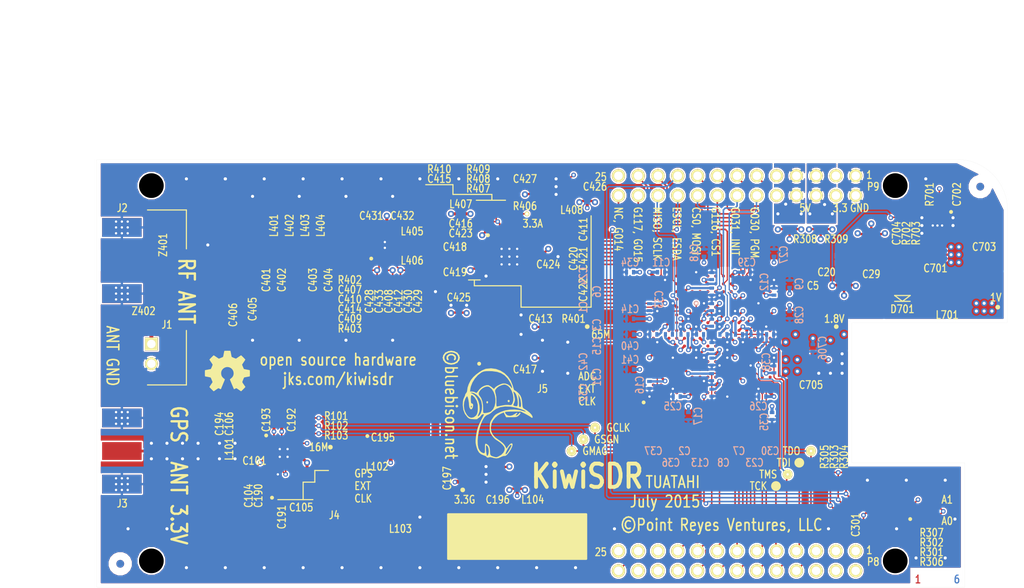
<source format=kicad_pcb>
(kicad_pcb (version 3) (host pcbnew "(2013-mar-25)-stable")
  (layers (15 Top signal) (4 Gnd signal hide) (3 Vcc signal hide) (2 G2 signal hide) (1 V2 signal hide) (0 Bottom signal hide) (18 B.Paste user hide) (19 F.Paste user hide) (20 B.SilkS user) (21 F.SilkS user) (22 B.Mask user hide) (23 F.Mask user hide) (28 Edge.Cuts user hide))
  (net 0 "")
  (net 1 /ADC/AD0)
  (net 2 /ADC/AD1)
  (net 3 /ADC/AD10)
  (net 4 /ADC/AD11)
  (net 5 /ADC/AD12)
  (net 6 /ADC/AD13)
  (net 7 /ADC/AD2)
  (net 8 /ADC/AD3)
  (net 9 /ADC/AD4)
  (net 10 /ADC/AD5)
  (net 11 /ADC/AD6)
  (net 12 /ADC/AD7)
  (net 13 /ADC/AD8)
  (net 14 /ADC/AD9)
  (net 15 /ADC/ADOV)
  (net 16 /ADC/AIN+)
  (net 17 /ADC/AIN-)
  (net 18 /ADC/ANT+)
  (net 19 /ADC/AXO)
  (net 20 /ADC/ECLK)
  (net 21 /ADC/IN+)
  (net 22 /ADC/IN-)
  (net 23 /ADC/LCLK)
  (net 24 /ADC/LP1)
  (net 25 /ADC/LP2)
  (net 26 /ADC/LP3)
  (net 27 /ADC/LP4)
  (net 28 /ADC/MD1)
  (net 29 /ADC/MODE)
  (net 30 /ADC/OUT+)
  (net 31 /ADC/OUT-)
  (net 32 /ADC/REFH)
  (net 33 /ADC/REFL)
  (net 34 /ADC/RF+)
  (net 35 /ADC/RF-)
  (net 36 /ADC/SENSE)
  (net 37 /ADC/VA)
  (net 38 /ADC/VCM)
  (net 39 /ADC/VIN)
  (net 40 /BeagleBone/CS0)
  (net 41 /BeagleBone/CS1)
  (net 42 /BeagleBone/DONE)
  (net 43 /BeagleBone/EJ1)
  (net 44 /BeagleBone/EJ2)
  (net 45 /BeagleBone/ESCL)
  (net 46 /BeagleBone/ESDA)
  (net 47 /BeagleBone/G014)
  (net 48 /BeagleBone/G015)
  (net 49 /BeagleBone/G030)
  (net 50 /BeagleBone/G031)
  (net 51 /BeagleBone/G116)
  (net 52 /BeagleBone/G117)
  (net 53 /BeagleBone/INIT)
  (net 54 /BeagleBone/MISO)
  (net 55 /BeagleBone/MOSI)
  (net 56 /BeagleBone/PGM)
  (net 57 /BeagleBone/TCK)
  (net 58 /BeagleBone/TDI)
  (net 59 /BeagleBone/TDO)
  (net 60 /BeagleBone/TMS)
  (net 61 /GPS/EOSC)
  (net 62 /GPS/GBIAS)
  (net 63 /GPS/GPS)
  (net 64 /GPS/GPS2)
  (net 65 /GPS/LCLK)
  (net 66 /GPS/LMAG)
  (net 67 /GPS/LNA)
  (net 68 /GPS/LSGN)
  (net 69 /GPS/RING)
  (net 70 /GPS/SAW1)
  (net 71 /GPS/SAW2)
  (net 72 /GPS/TCXO1)
  (net 73 /GPS/TCXO2)
  (net 74 /GPS/TXOP)
  (net 75 /GPS/VAGC)
  (net 76 /GPS/VIN)
  (net 77 /Power_Supplies/EN)
  (net 78 /Power_Supplies/FB)
  (net 79 /Power_Supplies/SW1)
  (net 80 1.0)
  (net 81 1.8)
  (net 82 3.3)
  (net 83 3.3A)
  (net 84 3.3G)
  (net 85 5EXT)
  (net 86 5INT)
  (net 87 5V)
  (net 88 ACLK)
  (net 89 AEXT)
  (net 90 D0)
  (net 91 D1)
  (net 92 D10)
  (net 93 D11)
  (net 94 D12)
  (net 95 D13)
  (net 96 D2)
  (net 97 D3)
  (net 98 D4)
  (net 99 D5)
  (net 100 D6)
  (net 101 D7)
  (net 102 D8)
  (net 103 D9)
  (net 104 EWP)
  (net 105 G022)
  (net 106 G023)
  (net 107 G026)
  (net 108 G027)
  (net 109 G112)
  (net 110 G113)
  (net 111 G114)
  (net 112 G115)
  (net 113 G129)
  (net 114 G201)
  (net 115 GCLK)
  (net 116 GMAG)
  (net 117 GND)
  (net 118 GSGN)
  (net 119 OVFL)
  (net 120 SCLK)
  (module kiwi-SM0805 (layer Top) (at 169 80.5 90)
    (fp_text reference R309 (at -2.25 2 180) (layer F.SilkS) (effects (font (size 1 0.8))))
    (fp_text value DNL hide)
    (pad 1 smd rect (at -0.9652 0 90) (size 0.889 1.397) (layers Top F.Paste F.Mask) (net 87 5V))
    (pad 2 smd rect (at 0.9652 0 90) (size 0.889 1.397) (layers Top F.Paste F.Mask) (net 85 5EXT))
  )
  (module kiwi-SM0402 (layer Top) (at 127.75 81.5)
    (fp_text reference R407 (at -2.75 -5.25) (layer F.SilkS) (effects (font (size 1 0.8))))
    (fp_text value DNL hide)
    (pad 1 smd rect (at -0.45 0) (size 0.4 0.6) (layers Top F.Paste F.Mask) (net 83 3.3A))
    (pad 2 smd rect (at 0.45 0) (size 0.4 0.6) (layers Top F.Paste F.Mask) (net 36 /ADC/SENSE))
  )
  (module kiwi-SM0402 (layer Top) (at 105 111.5)
    (fp_text reference C107)
    (fp_text value "DNL 10n" hide)
    (pad 1 smd rect (at -0.45 0) (size 0.4 0.6) (layers Top F.Paste F.Mask) (net 72 /GPS/TCXO1))
    (pad 2 smd rect (at 0.45 0) (size 0.4 0.6) (layers Top F.Paste F.Mask) (net 61 /GPS/EOSC))
  )
  (module kiwi-SM1206 (layer Top) (at 93.5 87.85 90)
    (fp_text reference C406 (at -4.65 0 90) (layer F.SilkS) (effects (font (size 1 0.8))))
    (fp_text value 470n/100 hide)
    (pad 1 smd rect (at -1.65 0 90) (size 1.5 2) (layers Top F.Paste F.Mask) (net 18 /ADC/ANT+))
    (pad 2 smd rect (at 1.65 0 90) (size 1.5 2) (layers Top F.Paste F.Mask) (net 24 /ADC/LP1))
  )
  (module kiwi-SM0402 (layer Top) (at 103.25 105.75)
    (fp_text reference R101 (at 3.5 -0.25) (layer F.SilkS) (effects (font (size 1 0.8))))
    (fp_text value 100R hide)
    (pad 1 smd rect (at -0.45 0) (size 0.4 0.6) (layers Top F.Paste F.Mask) (net 65 /GPS/LCLK))
    (pad 2 smd rect (at 0.45 0) (size 0.4 0.6) (layers Top F.Paste F.Mask) (net 115 GCLK))
  )
  (module kiwi-RF_SHIELD_COVER (layer Top) (at 104.92 86.5)
    (fp_text reference ZR402 hide)
    (fp_text value "RF_SHIELD_COVER 29x19" hide)
  )
  (module kiwi-RF_SHIELD_COVER (layer Top) (at 104.92 113)
    (fp_text reference ZR102 hide)
    (fp_text value "RF_SHIELD_COVER 29x19" hide)
  )
  (module kiwi-INDUCTOR_4x4 (layer Top) (at 185.25 89.75)
    (fp_text reference L701 (at 0 2.75) (layer F.SilkS) (effects (font (size 1 0.8))))
    (fp_text value "1uH 3.7A" hide)
    (pad 1 smd rect (at -1.525 0) (size 1.5 3.6) (layers Top F.Paste F.Mask) (net 79 /Power_Supplies/SW1))
    (pad 2 smd rect (at 1.525 0) (size 1.5 3.6) (layers Top F.Paste F.Mask) (net 80 1.0))
  )
  (module kiwi-U.FL (layer Top) (at 106.5 116 180)
    (fp_text reference J4 (at 0 -2.25 180) (layer F.SilkS) (effects (font (size 1 0.8))))
    (fp_text value "DNL U.FL" hide)
    (pad 1 smd rect (at 0 1.525 180) (size 1 1.05) (layers Top F.Paste F.Mask) (net 61 /GPS/EOSC))
    (pad 2 smd rect (at -1.475 0 180) (size 1.05 2.2) (layers Top F.Paste F.Mask) (net 117 GND))
    (pad 3 smd rect (at 1.475 0 180) (size 1.05 2.2) (layers Top F.Paste F.Mask) (net 117 GND))
  )
  (module kiwi-TCXO (layer Top) (at 109 109.825 180)
    (fp_text reference X101 hide)
    (fp_text value "16.368 MHz" hide)
    (pad 1 smd rect (at -1.515 0.68 180) (size 0.78 0.87) (layers Top F.Paste F.Mask) (net 117 GND))
    (pad 2 smd rect (at 1.515 0.68 180) (size 0.78 0.87) (layers Top F.Paste F.Mask) (net 117 GND))
    (pad 3 smd rect (at 1.515 -0.68 180) (size 0.78 0.87) (layers Top F.Paste F.Mask) (net 73 /GPS/TCXO2))
    (pad 4 smd rect (at -1.515 -0.68 180) (size 0.78 0.87) (layers Top F.Paste F.Mask) (net 74 /GPS/TXOP))
  )
  (module kiwi-SAW (layer Top) (at 100 114.5)
    (fp_text reference FL101 hide)
    (fp_text value "SAW L1" hide)
    (pad 1 smd rect (at -0.775 0.645) (size 1.04 0.78) (layers Top F.Paste F.Mask) (net 70 /GPS/SAW1))
    (pad 2 smd rect (at 0.775 0.645) (size 1.04 0.78) (layers Top F.Paste F.Mask) (net 117 GND))
    (pad 3 smd rect (at 0.775 -0.645) (size 1.04 0.78) (layers Top F.Paste F.Mask) (net 71 /GPS/SAW2))
    (pad 4 smd rect (at -0.775 -0.645) (size 1.04 0.78) (layers Top F.Paste F.Mask) (net 117 GND))
  )
  (module kiwi-RNET_CAY16_J8 (layer Top) (at 135 88.5)
    (fp_text reference R405 hide)
    (fp_text value 100R hide)
    (pad 1 smd rect (at -0.75 -1.75) (size 0.7 0.3) (layers Top F.Paste F.Mask) (net 12 /ADC/AD7))
    (pad 2 smd rect (at 0.75 -1.75) (size 0.7 0.3) (layers Top F.Paste F.Mask) (net 101 D7))
    (pad 3 smd rect (at -0.75 -1.25) (size 0.7 0.3) (layers Top F.Paste F.Mask) (net 11 /ADC/AD6))
    (pad 4 smd rect (at 0.75 -1.25) (size 0.7 0.3) (layers Top F.Paste F.Mask) (net 100 D6))
    (pad 5 smd rect (at -0.75 -0.75) (size 0.7 0.3) (layers Top F.Paste F.Mask) (net 10 /ADC/AD5))
    (pad 6 smd rect (at 0.75 -0.75) (size 0.7 0.3) (layers Top F.Paste F.Mask) (net 99 D5))
    (pad 7 smd rect (at -0.75 -0.25) (size 0.7 0.3) (layers Top F.Paste F.Mask) (net 9 /ADC/AD4))
    (pad 8 smd rect (at 0.75 -0.25) (size 0.7 0.3) (layers Top F.Paste F.Mask) (net 98 D4))
    (pad 9 smd rect (at -0.75 0.25) (size 0.7 0.3) (layers Top F.Paste F.Mask) (net 8 /ADC/AD3))
    (pad 10 smd rect (at 0.75 0.25) (size 0.7 0.3) (layers Top F.Paste F.Mask) (net 97 D3))
    (pad 11 smd rect (at -0.75 0.75) (size 0.7 0.3) (layers Top F.Paste F.Mask) (net 7 /ADC/AD2))
    (pad 12 smd rect (at 0.75 0.75) (size 0.7 0.3) (layers Top F.Paste F.Mask) (net 96 D2))
    (pad 13 smd rect (at -0.75 1.25) (size 0.7 0.3) (layers Top F.Paste F.Mask) (net 2 /ADC/AD1))
    (pad 14 smd rect (at 0.75 1.25) (size 0.7 0.3) (layers Top F.Paste F.Mask) (net 91 D1))
    (pad 15 smd rect (at -0.75 1.75) (size 0.7 0.3) (layers Top F.Paste F.Mask) (net 1 /ADC/AD0))
    (pad 16 smd rect (at 0.75 1.75) (size 0.7 0.3) (layers Top F.Paste F.Mask) (net 90 D0))
  )
  (module kiwi-RNET_CAY16_J8 (layer Top) (at 135 81.5)
    (fp_text reference R404 hide)
    (fp_text value 100R hide)
    (pad 1 smd rect (at -0.75 -1.75) (size 0.7 0.3) (layers Top F.Paste F.Mask))
    (pad 2 smd rect (at 0.75 -1.75) (size 0.7 0.3) (layers Top F.Paste F.Mask))
    (pad 3 smd rect (at -0.75 -1.25) (size 0.7 0.3) (layers Top F.Paste F.Mask) (net 15 /ADC/ADOV))
    (pad 4 smd rect (at 0.75 -1.25) (size 0.7 0.3) (layers Top F.Paste F.Mask) (net 119 OVFL))
    (pad 5 smd rect (at -0.75 -0.75) (size 0.7 0.3) (layers Top F.Paste F.Mask) (net 6 /ADC/AD13))
    (pad 6 smd rect (at 0.75 -0.75) (size 0.7 0.3) (layers Top F.Paste F.Mask) (net 95 D13))
    (pad 7 smd rect (at -0.75 -0.25) (size 0.7 0.3) (layers Top F.Paste F.Mask) (net 5 /ADC/AD12))
    (pad 8 smd rect (at 0.75 -0.25) (size 0.7 0.3) (layers Top F.Paste F.Mask) (net 94 D12))
    (pad 9 smd rect (at -0.75 0.25) (size 0.7 0.3) (layers Top F.Paste F.Mask) (net 4 /ADC/AD11))
    (pad 10 smd rect (at 0.75 0.25) (size 0.7 0.3) (layers Top F.Paste F.Mask) (net 93 D11))
    (pad 11 smd rect (at -0.75 0.75) (size 0.7 0.3) (layers Top F.Paste F.Mask) (net 3 /ADC/AD10))
    (pad 12 smd rect (at 0.75 0.75) (size 0.7 0.3) (layers Top F.Paste F.Mask) (net 92 D10))
    (pad 13 smd rect (at -0.75 1.25) (size 0.7 0.3) (layers Top F.Paste F.Mask) (net 14 /ADC/AD9))
    (pad 14 smd rect (at 0.75 1.25) (size 0.7 0.3) (layers Top F.Paste F.Mask) (net 103 D9))
    (pad 15 smd rect (at -0.75 1.75) (size 0.7 0.3) (layers Top F.Paste F.Mask) (net 13 /ADC/AD8))
    (pad 16 smd rect (at 0.75 1.75) (size 0.7 0.3) (layers Top F.Paste F.Mask) (net 102 D8))
  )
  (module kiwi-FIDUCIAL (layer Top) (at 165 85)
    (fp_text reference FID1 hide)
    (fp_text value "FPGA FIDUCIAL" hide)
    (pad 1 smd circle (at 0 0) (size 1 1) (layers Top F.Mask) (clearance 1))
  )
  (module kiwi-FIDUCIAL (layer Top) (at 145 105)
    (fp_text reference FID2 hide)
    (fp_text value "FPGA FIDUCIAL" hide)
    (pad 1 smd circle (at 0 0) (size 1 1) (layers Top F.Mask) (clearance 1))
  )
  (module kiwi-QFN32 (layer Top) (at 129 85)
    (fp_text reference U401 hide)
    (fp_text value LTC2248 hide)
    (pad 1 smd rect (at -2.4 -1.75) (size 0.7 0.25) (layers Top F.Paste F.Mask) (net 16 /ADC/AIN+))
    (pad 2 smd rect (at -2.4 -1.25) (size 0.7 0.25) (layers Top F.Paste F.Mask) (net 17 /ADC/AIN-))
    (pad 3 smd rect (at -2.4 -0.75) (size 0.7 0.25) (layers Top F.Paste F.Mask) (net 32 /ADC/REFH))
    (pad 4 smd rect (at -2.4 -0.25) (size 0.7 0.25) (layers Top F.Paste F.Mask) (net 32 /ADC/REFH))
    (pad 5 smd rect (at -2.4 0.25) (size 0.7 0.25) (layers Top F.Paste F.Mask) (net 33 /ADC/REFL))
    (pad 6 smd rect (at -2.4 0.75) (size 0.7 0.25) (layers Top F.Paste F.Mask) (net 33 /ADC/REFL))
    (pad 7 smd rect (at -2.4 1.25) (size 0.7 0.25) (layers Top F.Paste F.Mask) (net 83 3.3A))
    (pad 8 smd rect (at -2.4 1.75) (size 0.7 0.25) (layers Top F.Paste F.Mask) (net 117 GND))
    (pad 9 smd rect (at -1.75 2.4 270) (size 0.7 0.25) (layers Top F.Paste F.Mask) (net 19 /ADC/AXO))
    (pad 10 smd rect (at -1.25 2.4 270) (size 0.7 0.25) (layers Top F.Paste F.Mask) (net 117 GND))
    (pad 11 smd rect (at -0.75 2.4 270) (size 0.7 0.25) (layers Top F.Paste F.Mask) (net 117 GND))
    (pad 12 smd rect (at -0.25 2.4 270) (size 0.7 0.25) (layers Top F.Paste F.Mask) (net 1 /ADC/AD0))
    (pad 13 smd rect (at 0.25 2.4 270) (size 0.7 0.25) (layers Top F.Paste F.Mask) (net 2 /ADC/AD1))
    (pad 14 smd rect (at 0.75 2.4 270) (size 0.7 0.25) (layers Top F.Paste F.Mask) (net 7 /ADC/AD2))
    (pad 15 smd rect (at 1.25 2.4 270) (size 0.7 0.25) (layers Top F.Paste F.Mask) (net 8 /ADC/AD3))
    (pad 16 smd rect (at 1.75 2.4 270) (size 0.7 0.25) (layers Top F.Paste F.Mask) (net 9 /ADC/AD4))
    (pad 17 smd rect (at 2.4 1.75) (size 0.7 0.25) (layers Top F.Paste F.Mask) (net 10 /ADC/AD5))
    (pad 18 smd rect (at 2.4 1.25) (size 0.7 0.25) (layers Top F.Paste F.Mask) (net 11 /ADC/AD6))
    (pad 19 smd rect (at 2.4 0.75) (size 0.7 0.25) (layers Top F.Paste F.Mask) (net 12 /ADC/AD7))
    (pad 20 smd rect (at 2.4 0.25) (size 0.7 0.25) (layers Top F.Paste F.Mask) (net 117 GND))
    (pad 21 smd rect (at 2.4 -0.25) (size 0.7 0.25) (layers Top F.Paste F.Mask) (net 83 3.3A))
    (pad 22 smd rect (at 2.4 -0.75) (size 0.7 0.25) (layers Top F.Paste F.Mask) (net 13 /ADC/AD8))
    (pad 23 smd rect (at 2.4 -1.25) (size 0.7 0.25) (layers Top F.Paste F.Mask) (net 14 /ADC/AD9))
    (pad 24 smd rect (at 2.4 -1.75) (size 0.7 0.25) (layers Top F.Paste F.Mask) (net 3 /ADC/AD10))
    (pad 25 smd rect (at 1.75 -2.4 270) (size 0.7 0.25) (layers Top F.Paste F.Mask) (net 4 /ADC/AD11))
    (pad 26 smd rect (at 1.25 -2.4 270) (size 0.7 0.25) (layers Top F.Paste F.Mask) (net 5 /ADC/AD12))
    (pad 27 smd rect (at 0.75 -2.4 270) (size 0.7 0.25) (layers Top F.Paste F.Mask) (net 6 /ADC/AD13))
    (pad 28 smd rect (at 0.25 -2.4 270) (size 0.7 0.25) (layers Top F.Paste F.Mask) (net 15 /ADC/ADOV))
    (pad 29 smd rect (at -0.25 -2.4 270) (size 0.7 0.25) (layers Top F.Paste F.Mask) (net 29 /ADC/MODE))
    (pad 30 smd rect (at -0.75 -2.4 270) (size 0.7 0.25) (layers Top F.Paste F.Mask) (net 36 /ADC/SENSE))
    (pad 31 smd rect (at -1.25 -2.4 270) (size 0.7 0.25) (layers Top F.Paste F.Mask) (net 38 /ADC/VCM))
    (pad 32 smd rect (at -1.75 -2.4 270) (size 0.7 0.25) (layers Top F.Paste F.Mask) (net 83 3.3A))
    (pad PAD smd rect (at 0 0) (size 3.45 3.45) (layers Top) (net 117 GND))
    (pad PAD thru_hole circle (at 0 0) (size 0.4 0.4) (drill 0.3) (layers *.Cu) (net 117 GND))
    (pad PAD thru_hole circle (at -1 0) (size 0.4 0.4) (drill 0.3) (layers *.Cu) (net 117 GND))
    (pad PAD thru_hole circle (at 1 0) (size 0.4 0.4) (drill 0.3) (layers *.Cu) (net 117 GND))
    (pad PAD thru_hole circle (at 1 -1) (size 0.4 0.4) (drill 0.3) (layers *.Cu) (net 117 GND))
    (pad PAD thru_hole circle (at 0 -1) (size 0.4 0.4) (drill 0.3) (layers *.Cu) (net 117 GND))
    (pad PAD thru_hole circle (at -1 -1) (size 0.4 0.4) (drill 0.3) (layers *.Cu) (net 117 GND))
    (pad PAD thru_hole circle (at -1 1) (size 0.4 0.4) (drill 0.3) (layers *.Cu) (net 117 GND))
    (pad PAD thru_hole circle (at 0 1) (size 0.4 0.4) (drill 0.3) (layers *.Cu) (net 117 GND))
    (pad PAD thru_hole circle (at 1 1) (size 0.4 0.4) (drill 0.3) (layers *.Cu) (net 117 GND))
    (pad PAD smd rect (at 0 1.4875) (size 3.45 0.475) (layers Top F.Paste F.Mask) (net 117 GND))
    (pad PAD smd rect (at 0 0.5) (size 3.45 0.5) (layers Top F.Paste F.Mask) (net 117 GND))
    (pad PAD smd rect (at 0 -0.5) (size 3.45 0.5) (layers Top F.Paste F.Mask) (net 117 GND))
    (pad PAD smd rect (at 0 -1.4875) (size 3.45 0.475) (layers Top F.Paste F.Mask) (net 117 GND))
  )
  (module kiwi-SOT23_5 (layer Top) (at 168 97 90)
    (fp_text reference U702 hide)
    (fp_text value "LP5907 1.8V 250mA" hide)
    (pad 1 smd rect (at -1.35 -0.95 90) (size 1.05 0.6) (layers Top F.Paste F.Mask) (net 87 5V))
    (pad 2 smd rect (at -1.35 0 90) (size 1.05 0.6) (layers Top F.Paste F.Mask) (net 117 GND))
    (pad 3 smd rect (at -1.35 0.95 90) (size 1.05 0.6) (layers Top F.Paste F.Mask) (net 87 5V))
    (pad 4 smd rect (at 1.35 0.95 90) (size 1.05 0.6) (layers Top F.Paste F.Mask) (net 81 1.8))
    (pad 5 smd rect (at 1.35 -0.95 90) (size 1.05 0.6) (layers Top F.Paste F.Mask) (net 81 1.8))
  )
  (module kiwi-SOT23_5 (layer Top) (at 126 113 180)
    (fp_text reference U104 hide)
    (fp_text value "LP5907 3.3V 250mA" hide)
    (pad 1 smd rect (at -1.35 -0.95 180) (size 1.05 0.6) (layers Top F.Paste F.Mask) (net 76 /GPS/VIN))
    (pad 2 smd rect (at -1.35 0 180) (size 1.05 0.6) (layers Top F.Paste F.Mask) (net 117 GND))
    (pad 3 smd rect (at -1.35 0.95 180) (size 1.05 0.6) (layers Top F.Paste F.Mask) (net 87 5V))
    (pad 4 smd rect (at 1.35 0.95 180) (size 1.05 0.6) (layers Top F.Paste F.Mask) (net 117 GND))
    (pad 5 smd rect (at 1.35 -0.95 180) (size 1.05 0.6) (layers Top F.Paste F.Mask) (net 84 3.3G))
  )
  (module kiwi-SOT23_5 (layer Top) (at 135 76 180)
    (fp_text reference U404 hide)
    (fp_text value "LP5907 3.3V 250mA" hide)
    (pad 1 smd rect (at -1.35 -0.95 180) (size 1.05 0.6) (layers Top F.Paste F.Mask) (net 39 /ADC/VIN))
    (pad 2 smd rect (at -1.35 0 180) (size 1.05 0.6) (layers Top F.Paste F.Mask) (net 117 GND))
    (pad 3 smd rect (at -1.35 0.95 180) (size 1.05 0.6) (layers Top F.Paste F.Mask) (net 87 5V))
    (pad 4 smd rect (at 1.35 0.95 180) (size 1.05 0.6) (layers Top F.Paste F.Mask) (net 117 GND))
    (pad 5 smd rect (at 1.35 -0.95 180) (size 1.05 0.6) (layers Top F.Paste F.Mask) (net 83 3.3A))
  )
  (module kiwi-FTG256 (layer Top) (at 155 95 90)
    (fp_text reference U1 hide)
    (fp_text value "Artix-7 A35" hide)
    (pad A1 smd circle (at -7.5 -7.5 90) (size 0.4 0.4) (layers Top F.Paste F.Mask) (net 117 GND))
    (pad A2 smd circle (at -6.5 -7.5 90) (size 0.4 0.4) (layers Top F.Paste F.Mask))
    (pad A3 smd circle (at -5.5 -7.5 90) (size 0.4 0.4) (layers Top F.Paste F.Mask))
    (pad A4 smd circle (at -4.5 -7.5 90) (size 0.4 0.4) (layers Top F.Paste F.Mask))
    (pad A5 smd circle (at -3.5 -7.5 90) (size 0.4 0.4) (layers Top F.Paste F.Mask))
    (pad A6 smd circle (at -2.5 -7.5 90) (size 0.4 0.4) (layers Top F.Paste F.Mask) (net 82 3.3))
    (pad A7 smd circle (at -1.5 -7.5 90) (size 0.4 0.4) (layers Top F.Paste F.Mask))
    (pad A8 smd circle (at -0.5 -7.5 90) (size 0.4 0.4) (layers Top F.Paste F.Mask) (net 89 AEXT))
    (pad A9 smd circle (at 0.5 -7.5 90) (size 0.4 0.4) (layers Top F.Paste F.Mask))
    (pad A10 smd circle (at 1.5 -7.5 90) (size 0.4 0.4) (layers Top F.Paste F.Mask))
    (pad A11 smd circle (at 2.5 -7.5 90) (size 0.4 0.4) (layers Top F.Paste F.Mask) (net 117 GND))
    (pad A12 smd circle (at 3.5 -7.5 90) (size 0.4 0.4) (layers Top F.Paste F.Mask) (net 90 D0))
    (pad A13 smd circle (at 4.5 -7.5 90) (size 0.4 0.4) (layers Top F.Paste F.Mask) (net 96 D2))
    (pad A14 smd circle (at 5.5 -7.5 90) (size 0.4 0.4) (layers Top F.Paste F.Mask) (net 98 D4))
    (pad A15 smd circle (at 6.5 -7.5 90) (size 0.4 0.4) (layers Top F.Paste F.Mask) (net 100 D6))
    (pad A16 smd circle (at 7.5 -7.5 90) (size 0.4 0.4) (layers Top F.Paste F.Mask) (net 82 3.3))
    (pad B1 smd circle (at -7.5 -6.5 90) (size 0.4 0.4) (layers Top F.Paste F.Mask) (net 118 GSGN))
    (pad B2 smd circle (at -6.5 -6.5 90) (size 0.4 0.4) (layers Top F.Paste F.Mask) (net 116 GMAG))
    (pad B3 smd circle (at -5.5 -6.5 90) (size 0.4 0.4) (layers Top F.Paste F.Mask) (net 82 3.3))
    (pad B4 smd circle (at -4.5 -6.5 90) (size 0.4 0.4) (layers Top F.Paste F.Mask))
    (pad B5 smd circle (at -3.5 -6.5 90) (size 0.4 0.4) (layers Top F.Paste F.Mask))
    (pad B6 smd circle (at -2.5 -6.5 90) (size 0.4 0.4) (layers Top F.Paste F.Mask))
    (pad B7 smd circle (at -1.5 -6.5 90) (size 0.4 0.4) (layers Top F.Paste F.Mask))
    (pad B8 smd circle (at -0.5 -6.5 90) (size 0.4 0.4) (layers Top F.Paste F.Mask) (net 117 GND))
    (pad B9 smd circle (at 0.5 -6.5 90) (size 0.4 0.4) (layers Top F.Paste F.Mask))
    (pad B10 smd circle (at 1.5 -6.5 90) (size 0.4 0.4) (layers Top F.Paste F.Mask))
    (pad B11 smd circle (at 2.5 -6.5 90) (size 0.4 0.4) (layers Top F.Paste F.Mask))
    (pad B12 smd circle (at 3.5 -6.5 90) (size 0.4 0.4) (layers Top F.Paste F.Mask) (net 91 D1))
    (pad B13 smd circle (at 4.5 -6.5 90) (size 0.4 0.4) (layers Top F.Paste F.Mask) (net 82 3.3))
    (pad B14 smd circle (at 5.5 -6.5 90) (size 0.4 0.4) (layers Top F.Paste F.Mask) (net 99 D5))
    (pad B15 smd circle (at 6.5 -6.5 90) (size 0.4 0.4) (layers Top F.Paste F.Mask) (net 101 D7))
    (pad B16 smd circle (at 7.5 -6.5 90) (size 0.4 0.4) (layers Top F.Paste F.Mask) (net 102 D8))
    (pad C1 smd circle (at -7.5 -5.5 90) (size 0.4 0.4) (layers Top F.Paste F.Mask))
    (pad C2 smd circle (at -6.5 -5.5 90) (size 0.4 0.4) (layers Top F.Paste F.Mask))
    (pad C3 smd circle (at -5.5 -5.5 90) (size 0.4 0.4) (layers Top F.Paste F.Mask))
    (pad C4 smd circle (at -4.5 -5.5 90) (size 0.4 0.4) (layers Top F.Paste F.Mask))
    (pad C5 smd circle (at -3.5 -5.5 90) (size 0.4 0.4) (layers Top F.Paste F.Mask) (net 117 GND))
    (pad C6 smd circle (at -2.5 -5.5 90) (size 0.4 0.4) (layers Top F.Paste F.Mask))
    (pad C7 smd circle (at -1.5 -5.5 90) (size 0.4 0.4) (layers Top F.Paste F.Mask))
    (pad C8 smd circle (at -0.5 -5.5 90) (size 0.4 0.4) (layers Top F.Paste F.Mask))
    (pad C9 smd circle (at 0.5 -5.5 90) (size 0.4 0.4) (layers Top F.Paste F.Mask))
    (pad C10 smd circle (at 1.5 -5.5 90) (size 0.4 0.4) (layers Top F.Paste F.Mask) (net 82 3.3))
    (pad C11 smd circle (at 2.5 -5.5 90) (size 0.4 0.4) (layers Top F.Paste F.Mask))
    (pad C12 smd circle (at 3.5 -5.5 90) (size 0.4 0.4) (layers Top F.Paste F.Mask))
    (pad C13 smd circle (at 4.5 -5.5 90) (size 0.4 0.4) (layers Top F.Paste F.Mask) (net 97 D3))
    (pad C14 smd circle (at 5.5 -5.5 90) (size 0.4 0.4) (layers Top F.Paste F.Mask))
    (pad C15 smd circle (at 6.5 -5.5 90) (size 0.4 0.4) (layers Top F.Paste F.Mask) (net 117 GND))
    (pad C16 smd circle (at 7.5 -5.5 90) (size 0.4 0.4) (layers Top F.Paste F.Mask) (net 103 D9))
    (pad D1 smd circle (at -7.5 -4.5 90) (size 0.4 0.4) (layers Top F.Paste F.Mask))
    (pad D2 smd circle (at -6.5 -4.5 90) (size 0.4 0.4) (layers Top F.Paste F.Mask) (net 117 GND))
    (pad D3 smd circle (at -5.5 -4.5 90) (size 0.4 0.4) (layers Top F.Paste F.Mask))
    (pad D4 smd circle (at -4.5 -4.5 90) (size 0.4 0.4) (layers Top F.Paste F.Mask) (net 115 GCLK))
    (pad D5 smd circle (at -3.5 -4.5 90) (size 0.4 0.4) (layers Top F.Paste F.Mask))
    (pad D6 smd circle (at -2.5 -4.5 90) (size 0.4 0.4) (layers Top F.Paste F.Mask))
    (pad D7 smd circle (at -1.5 -4.5 90) (size 0.4 0.4) (layers Top F.Paste F.Mask) (net 82 3.3))
    (pad D8 smd circle (at -0.5 -4.5 90) (size 0.4 0.4) (layers Top F.Paste F.Mask))
    (pad D9 smd circle (at 0.5 -4.5 90) (size 0.4 0.4) (layers Top F.Paste F.Mask))
    (pad D10 smd circle (at 1.5 -4.5 90) (size 0.4 0.4) (layers Top F.Paste F.Mask))
    (pad D11 smd circle (at 2.5 -4.5 90) (size 0.4 0.4) (layers Top F.Paste F.Mask))
    (pad D12 smd circle (at 3.5 -4.5 90) (size 0.4 0.4) (layers Top F.Paste F.Mask) (net 117 GND))
    (pad D13 smd circle (at 4.5 -4.5 90) (size 0.4 0.4) (layers Top F.Paste F.Mask) (net 120 SCLK))
    (pad D14 smd circle (at 5.5 -4.5 90) (size 0.4 0.4) (layers Top F.Paste F.Mask))
    (pad D15 smd circle (at 6.5 -4.5 90) (size 0.4 0.4) (layers Top F.Paste F.Mask) (net 92 D10))
    (pad D16 smd circle (at 7.5 -4.5 90) (size 0.4 0.4) (layers Top F.Paste F.Mask) (net 93 D11))
    (pad E1 smd circle (at -7.5 -3.5 90) (size 0.4 0.4) (layers Top F.Paste F.Mask))
    (pad E2 smd circle (at -6.5 -3.5 90) (size 0.4 0.4) (layers Top F.Paste F.Mask))
    (pad E3 smd circle (at -5.5 -3.5 90) (size 0.4 0.4) (layers Top F.Paste F.Mask))
    (pad E4 smd circle (at -4.5 -3.5 90) (size 0.4 0.4) (layers Top F.Paste F.Mask) (net 82 3.3))
    (pad E5 smd circle (at -3.5 -3.5 90) (size 0.4 0.4) (layers Top F.Paste F.Mask))
    (pad E6 smd circle (at -2.5 -3.5 90) (size 0.4 0.4) (layers Top F.Paste F.Mask))
    (pad E7 smd circle (at -1.5 -3.5 90) (size 0.4 0.4) (layers Top F.Paste F.Mask) (net 82 3.3))
    (pad E8 smd circle (at -0.5 -3.5 90) (size 0.4 0.4) (layers Top F.Paste F.Mask) (net 120 SCLK))
    (pad E9 smd circle (at 0.5 -3.5 90) (size 0.4 0.4) (layers Top F.Paste F.Mask) (net 117 GND))
    (pad E10 smd circle (at 1.5 -3.5 90) (size 0.4 0.4) (layers Top F.Paste F.Mask) (net 80 1.0))
    (pad E11 smd circle (at 2.5 -3.5 90) (size 0.4 0.4) (layers Top F.Paste F.Mask))
    (pad E12 smd circle (at 3.5 -3.5 90) (size 0.4 0.4) (layers Top F.Paste F.Mask) (net 88 ACLK))
    (pad E13 smd circle (at 4.5 -3.5 90) (size 0.4 0.4) (layers Top F.Paste F.Mask))
    (pad E14 smd circle (at 5.5 -3.5 90) (size 0.4 0.4) (layers Top F.Paste F.Mask) (net 82 3.3))
    (pad E15 smd circle (at 6.5 -3.5 90) (size 0.4 0.4) (layers Top F.Paste F.Mask) (net 94 D12))
    (pad E16 smd circle (at 7.5 -3.5 90) (size 0.4 0.4) (layers Top F.Paste F.Mask) (net 95 D13))
    (pad F1 smd circle (at -7.5 -2.5 90) (size 0.4 0.4) (layers Top F.Paste F.Mask) (net 82 3.3))
    (pad F2 smd circle (at -6.5 -2.5 90) (size 0.4 0.4) (layers Top F.Paste F.Mask))
    (pad F3 smd circle (at -5.5 -2.5 90) (size 0.4 0.4) (layers Top F.Paste F.Mask))
    (pad F4 smd circle (at -4.5 -2.5 90) (size 0.4 0.4) (layers Top F.Paste F.Mask))
    (pad F5 smd circle (at -3.5 -2.5 90) (size 0.4 0.4) (layers Top F.Paste F.Mask))
    (pad F6 smd circle (at -2.5 -2.5 90) (size 0.4 0.4) (layers Top F.Paste F.Mask) (net 117 GND))
    (pad F7 smd circle (at -1.5 -2.5 90) (size 0.4 0.4) (layers Top F.Paste F.Mask) (net 80 1.0))
    (pad F8 smd circle (at -0.5 -2.5 90) (size 0.4 0.4) (layers Top F.Paste F.Mask) (net 81 1.8))
    (pad F9 smd circle (at 0.5 -2.5 90) (size 0.4 0.4) (layers Top F.Paste F.Mask) (net 80 1.0))
    (pad F10 smd circle (at 1.5 -2.5 90) (size 0.4 0.4) (layers Top F.Paste F.Mask) (net 117 GND))
    (pad F11 smd circle (at 2.5 -2.5 90) (size 0.4 0.4) (layers Top F.Paste F.Mask) (net 80 1.0))
    (pad F12 smd circle (at 3.5 -2.5 90) (size 0.4 0.4) (layers Top F.Paste F.Mask))
    (pad F13 smd circle (at 4.5 -2.5 90) (size 0.4 0.4) (layers Top F.Paste F.Mask))
    (pad F14 smd circle (at 5.5 -2.5 90) (size 0.4 0.4) (layers Top F.Paste F.Mask))
    (pad F15 smd circle (at 6.5 -2.5 90) (size 0.4 0.4) (layers Top F.Paste F.Mask) (net 119 OVFL))
    (pad F16 smd circle (at 7.5 -2.5 90) (size 0.4 0.4) (layers Top F.Paste F.Mask) (net 117 GND))
    (pad G1 smd circle (at -7.5 -1.5 90) (size 0.4 0.4) (layers Top F.Paste F.Mask))
    (pad G2 smd circle (at -6.5 -1.5 90) (size 0.4 0.4) (layers Top F.Paste F.Mask))
    (pad G3 smd circle (at -5.5 -1.5 90) (size 0.4 0.4) (layers Top F.Paste F.Mask) (net 117 GND))
    (pad G4 smd circle (at -4.5 -1.5 90) (size 0.4 0.4) (layers Top F.Paste F.Mask))
    (pad G5 smd circle (at -3.5 -1.5 90) (size 0.4 0.4) (layers Top F.Paste F.Mask))
    (pad G6 smd circle (at -2.5 -1.5 90) (size 0.4 0.4) (layers Top F.Paste F.Mask) (net 80 1.0))
    (pad G7 smd circle (at -1.5 -1.5 90) (size 0.4 0.4) (layers Top F.Paste F.Mask) (net 117 GND))
    (pad G8 smd circle (at -0.5 -1.5 90) (size 0.4 0.4) (layers Top F.Paste F.Mask) (net 81 1.8))
    (pad G9 smd circle (at 0.5 -1.5 90) (size 0.4 0.4) (layers Top F.Paste F.Mask) (net 117 GND))
    (pad G10 smd circle (at 1.5 -1.5 90) (size 0.4 0.4) (layers Top F.Paste F.Mask) (net 81 1.8))
    (pad G11 smd circle (at 2.5 -1.5 90) (size 0.4 0.4) (layers Top F.Paste F.Mask))
    (pad G12 smd circle (at 3.5 -1.5 90) (size 0.4 0.4) (layers Top F.Paste F.Mask))
    (pad G13 smd circle (at 4.5 -1.5 90) (size 0.4 0.4) (layers Top F.Paste F.Mask) (net 117 GND))
    (pad G14 smd circle (at 5.5 -1.5 90) (size 0.4 0.4) (layers Top F.Paste F.Mask))
    (pad G15 smd circle (at 6.5 -1.5 90) (size 0.4 0.4) (layers Top F.Paste F.Mask))
    (pad G16 smd circle (at 7.5 -1.5 90) (size 0.4 0.4) (layers Top F.Paste F.Mask))
    (pad H1 smd circle (at -7.5 -0.5 90) (size 0.4 0.4) (layers Top F.Paste F.Mask) (net 104 EWP))
    (pad H2 smd circle (at -6.5 -0.5 90) (size 0.4 0.4) (layers Top F.Paste F.Mask))
    (pad H3 smd circle (at -5.5 -0.5 90) (size 0.4 0.4) (layers Top F.Paste F.Mask))
    (pad H4 smd circle (at -4.5 -0.5 90) (size 0.4 0.4) (layers Top F.Paste F.Mask))
    (pad H5 smd circle (at -3.5 -0.5 90) (size 0.4 0.4) (layers Top F.Paste F.Mask))
    (pad H6 smd circle (at -2.5 -0.5 90) (size 0.4 0.4) (layers Top F.Paste F.Mask) (net 117 GND))
    (pad H7 smd circle (at -1.5 -0.5 90) (size 0.4 0.4) (layers Top F.Paste F.Mask))
    (pad H8 smd circle (at -0.5 -0.5 90) (size 0.4 0.4) (layers Top F.Paste F.Mask))
    (pad H9 smd circle (at 0.5 -0.5 90) (size 0.4 0.4) (layers Top F.Paste F.Mask) (net 80 1.0))
    (pad H10 smd circle (at 1.5 -0.5 90) (size 0.4 0.4) (layers Top F.Paste F.Mask) (net 42 /BeagleBone/DONE))
    (pad H11 smd circle (at 2.5 -0.5 90) (size 0.4 0.4) (layers Top F.Paste F.Mask))
    (pad H12 smd circle (at 3.5 -0.5 90) (size 0.4 0.4) (layers Top F.Paste F.Mask))
    (pad H13 smd circle (at 4.5 -0.5 90) (size 0.4 0.4) (layers Top F.Paste F.Mask))
    (pad H14 smd circle (at 5.5 -0.5 90) (size 0.4 0.4) (layers Top F.Paste F.Mask))
    (pad H15 smd circle (at 6.5 -0.5 90) (size 0.4 0.4) (layers Top F.Paste F.Mask) (net 82 3.3))
    (pad H16 smd circle (at 7.5 -0.5 90) (size 0.4 0.4) (layers Top F.Paste F.Mask))
    (pad J1 smd circle (at -7.5 0.5 90) (size 0.4 0.4) (layers Top F.Paste F.Mask))
    (pad J2 smd circle (at -6.5 0.5 90) (size 0.4 0.4) (layers Top F.Paste F.Mask) (net 82 3.3))
    (pad J3 smd circle (at -5.5 0.5 90) (size 0.4 0.4) (layers Top F.Paste F.Mask))
    (pad J4 smd circle (at -4.5 0.5 90) (size 0.4 0.4) (layers Top F.Paste F.Mask))
    (pad J5 smd circle (at -3.5 0.5 90) (size 0.4 0.4) (layers Top F.Paste F.Mask))
    (pad J6 smd circle (at -2.5 0.5 90) (size 0.4 0.4) (layers Top F.Paste F.Mask) (net 80 1.0))
    (pad J7 smd circle (at -1.5 0.5 90) (size 0.4 0.4) (layers Top F.Paste F.Mask))
    (pad J8 smd circle (at -0.5 0.5 90) (size 0.4 0.4) (layers Top F.Paste F.Mask))
    (pad J9 smd circle (at 0.5 0.5 90) (size 0.4 0.4) (layers Top F.Paste F.Mask) (net 117 GND))
    (pad J10 smd circle (at 1.5 0.5 90) (size 0.4 0.4) (layers Top F.Paste F.Mask) (net 81 1.8))
    (pad J11 smd circle (at 2.5 0.5 90) (size 0.4 0.4) (layers Top F.Paste F.Mask) (net 117 GND))
    (pad J12 smd circle (at 3.5 0.5 90) (size 0.4 0.4) (layers Top F.Paste F.Mask) (net 82 3.3))
    (pad J13 smd circle (at 4.5 0.5 90) (size 0.4 0.4) (layers Top F.Paste F.Mask))
    (pad J14 smd circle (at 5.5 0.5 90) (size 0.4 0.4) (layers Top F.Paste F.Mask) (net 55 /BeagleBone/MOSI))
    (pad J15 smd circle (at 6.5 0.5 90) (size 0.4 0.4) (layers Top F.Paste F.Mask))
    (pad J16 smd circle (at 7.5 0.5 90) (size 0.4 0.4) (layers Top F.Paste F.Mask))
    (pad K1 smd circle (at -7.5 1.5 90) (size 0.4 0.4) (layers Top F.Paste F.Mask))
    (pad K2 smd circle (at -6.5 1.5 90) (size 0.4 0.4) (layers Top F.Paste F.Mask))
    (pad K3 smd circle (at -5.5 1.5 90) (size 0.4 0.4) (layers Top F.Paste F.Mask))
    (pad K4 smd circle (at -4.5 1.5 90) (size 0.4 0.4) (layers Top F.Paste F.Mask) (net 117 GND))
    (pad K5 smd circle (at -3.5 1.5 90) (size 0.4 0.4) (layers Top F.Paste F.Mask))
    (pad K6 smd circle (at -2.5 1.5 90) (size 0.4 0.4) (layers Top F.Paste F.Mask) (net 117 GND))
    (pad K7 smd circle (at -1.5 1.5 90) (size 0.4 0.4) (layers Top F.Paste F.Mask) (net 117 GND))
    (pad K8 smd circle (at -0.5 1.5 90) (size 0.4 0.4) (layers Top F.Paste F.Mask) (net 117 GND))
    (pad K9 smd circle (at 0.5 1.5 90) (size 0.4 0.4) (layers Top F.Paste F.Mask) (net 80 1.0))
    (pad K10 smd circle (at 1.5 1.5 90) (size 0.4 0.4) (layers Top F.Paste F.Mask) (net 53 /BeagleBone/INIT))
    (pad K11 smd circle (at 2.5 1.5 90) (size 0.4 0.4) (layers Top F.Paste F.Mask) (net 81 1.8))
    (pad K12 smd circle (at 3.5 1.5 90) (size 0.4 0.4) (layers Top F.Paste F.Mask))
    (pad K13 smd circle (at 4.5 1.5 90) (size 0.4 0.4) (layers Top F.Paste F.Mask))
    (pad K14 smd circle (at 5.5 1.5 90) (size 0.4 0.4) (layers Top F.Paste F.Mask) (net 117 GND))
    (pad K15 smd circle (at 6.5 1.5 90) (size 0.4 0.4) (layers Top F.Paste F.Mask) (net 48 /BeagleBone/G015))
    (pad K16 smd circle (at 7.5 1.5 90) (size 0.4 0.4) (layers Top F.Paste F.Mask) (net 47 /BeagleBone/G014))
    (pad L1 smd circle (at -7.5 2.5 90) (size 0.4 0.4) (layers Top F.Paste F.Mask) (net 117 GND))
    (pad L2 smd circle (at -6.5 2.5 90) (size 0.4 0.4) (layers Top F.Paste F.Mask))
    (pad L3 smd circle (at -5.5 2.5 90) (size 0.4 0.4) (layers Top F.Paste F.Mask))
    (pad L4 smd circle (at -4.5 2.5 90) (size 0.4 0.4) (layers Top F.Paste F.Mask) (net 105 G022))
    (pad L5 smd circle (at -3.5 2.5 90) (size 0.4 0.4) (layers Top F.Paste F.Mask) (net 113 G129))
    (pad L6 smd circle (at -2.5 2.5 90) (size 0.4 0.4) (layers Top F.Paste F.Mask) (net 82 3.3))
    (pad L7 smd circle (at -1.5 2.5 90) (size 0.4 0.4) (layers Top F.Paste F.Mask) (net 57 /BeagleBone/TCK))
    (pad L8 smd circle (at -0.5 2.5 90) (size 0.4 0.4) (layers Top F.Paste F.Mask) (net 80 1.0))
    (pad L9 smd circle (at 0.5 2.5 90) (size 0.4 0.4) (layers Top F.Paste F.Mask) (net 56 /BeagleBone/PGM))
    (pad L10 smd circle (at 1.5 2.5 90) (size 0.4 0.4) (layers Top F.Paste F.Mask) (net 81 1.8))
    (pad L11 smd circle (at 2.5 2.5 90) (size 0.4 0.4) (layers Top F.Paste F.Mask) (net 117 GND))
    (pad L12 smd circle (at 3.5 2.5 90) (size 0.4 0.4) (layers Top F.Paste F.Mask))
    (pad L13 smd circle (at 4.5 2.5 90) (size 0.4 0.4) (layers Top F.Paste F.Mask))
    (pad L14 smd circle (at 5.5 2.5 90) (size 0.4 0.4) (layers Top F.Paste F.Mask))
    (pad L15 smd circle (at 6.5 2.5 90) (size 0.4 0.4) (layers Top F.Paste F.Mask) (net 82 3.3))
    (pad L16 smd circle (at 7.5 2.5 90) (size 0.4 0.4) (layers Top F.Paste F.Mask) (net 82 3.3))
    (pad M1 smd circle (at -7.5 3.5 90) (size 0.4 0.4) (layers Top F.Paste F.Mask) (net 114 G201))
    (pad M2 smd circle (at -6.5 3.5 90) (size 0.4 0.4) (layers Top F.Paste F.Mask) (net 108 G027))
    (pad M3 smd circle (at -5.5 3.5 90) (size 0.4 0.4) (layers Top F.Paste F.Mask) (net 82 3.3))
    (pad M4 smd circle (at -4.5 3.5 90) (size 0.4 0.4) (layers Top F.Paste F.Mask))
    (pad M5 smd circle (at -3.5 3.5 90) (size 0.4 0.4) (layers Top F.Paste F.Mask))
    (pad M6 smd circle (at -2.5 3.5 90) (size 0.4 0.4) (layers Top F.Paste F.Mask))
    (pad M7 smd circle (at -1.5 3.5 90) (size 0.4 0.4) (layers Top F.Paste F.Mask) (net 60 /BeagleBone/TMS))
    (pad M8 smd circle (at -0.5 3.5 90) (size 0.4 0.4) (layers Top F.Paste F.Mask) (net 117 GND))
    (pad M9 smd circle (at 0.5 3.5 90) (size 0.4 0.4) (layers Top F.Paste F.Mask) (net 82 3.3))
    (pad M10 smd circle (at 1.5 3.5 90) (size 0.4 0.4) (layers Top F.Paste F.Mask) (net 82 3.3))
    (pad M11 smd circle (at 2.5 3.5 90) (size 0.4 0.4) (layers Top F.Paste F.Mask) (net 82 3.3))
    (pad M12 smd circle (at 3.5 3.5 90) (size 0.4 0.4) (layers Top F.Paste F.Mask))
    (pad M13 smd circle (at 4.5 3.5 90) (size 0.4 0.4) (layers Top F.Paste F.Mask) (net 82 3.3))
    (pad M14 smd circle (at 5.5 3.5 90) (size 0.4 0.4) (layers Top F.Paste F.Mask))
    (pad M15 smd circle (at 6.5 3.5 90) (size 0.4 0.4) (layers Top F.Paste F.Mask) (net 54 /BeagleBone/MISO))
    (pad M16 smd circle (at 7.5 3.5 90) (size 0.4 0.4) (layers Top F.Paste F.Mask) (net 52 /BeagleBone/G117))
    (pad N1 smd circle (at -7.5 4.5 90) (size 0.4 0.4) (layers Top F.Paste F.Mask) (net 111 G114))
    (pad N2 smd circle (at -6.5 4.5 90) (size 0.4 0.4) (layers Top F.Paste F.Mask) (net 112 G115))
    (pad N3 smd circle (at -5.5 4.5 90) (size 0.4 0.4) (layers Top F.Paste F.Mask) (net 106 G023))
    (pad N4 smd circle (at -4.5 4.5 90) (size 0.4 0.4) (layers Top F.Paste F.Mask))
    (pad N5 smd circle (at -3.5 4.5 90) (size 0.4 0.4) (layers Top F.Paste F.Mask) (net 117 GND))
    (pad N6 smd circle (at -2.5 4.5 90) (size 0.4 0.4) (layers Top F.Paste F.Mask))
    (pad N7 smd circle (at -1.5 4.5 90) (size 0.4 0.4) (layers Top F.Paste F.Mask) (net 58 /BeagleBone/TDI))
    (pad N8 smd circle (at -0.5 4.5 90) (size 0.4 0.4) (layers Top F.Paste F.Mask) (net 59 /BeagleBone/TDO))
    (pad N9 smd circle (at 0.5 4.5 90) (size 0.4 0.4) (layers Top F.Paste F.Mask))
    (pad N10 smd circle (at 1.5 4.5 90) (size 0.4 0.4) (layers Top F.Paste F.Mask) (net 82 3.3))
    (pad N11 smd circle (at 2.5 4.5 90) (size 0.4 0.4) (layers Top F.Paste F.Mask))
    (pad N12 smd circle (at 3.5 4.5 90) (size 0.4 0.4) (layers Top F.Paste F.Mask))
    (pad N13 smd circle (at 4.5 4.5 90) (size 0.4 0.4) (layers Top F.Paste F.Mask))
    (pad N14 smd circle (at 5.5 4.5 90) (size 0.4 0.4) (layers Top F.Paste F.Mask))
    (pad N15 smd circle (at 6.5 4.5 90) (size 0.4 0.4) (layers Top F.Paste F.Mask) (net 117 GND))
    (pad N16 smd circle (at 7.5 4.5 90) (size 0.4 0.4) (layers Top F.Paste F.Mask) (net 40 /BeagleBone/CS0))
    (pad P1 smd circle (at -7.5 5.5 90) (size 0.4 0.4) (layers Top F.Paste F.Mask) (net 107 G026))
    (pad P2 smd circle (at -6.5 5.5 90) (size 0.4 0.4) (layers Top F.Paste F.Mask) (net 117 GND))
    (pad P3 smd circle (at -5.5 5.5 90) (size 0.4 0.4) (layers Top F.Paste F.Mask))
    (pad P4 smd circle (at -4.5 5.5 90) (size 0.4 0.4) (layers Top F.Paste F.Mask))
    (pad P5 smd circle (at -3.5 5.5 90) (size 0.4 0.4) (layers Top F.Paste F.Mask))
    (pad P6 smd circle (at -2.5 5.5 90) (size 0.4 0.4) (layers Top F.Paste F.Mask))
    (pad P7 smd circle (at -1.5 5.5 90) (size 0.4 0.4) (layers Top F.Paste F.Mask) (net 82 3.3))
    (pad P8 smd circle (at -0.5 5.5 90) (size 0.4 0.4) (layers Top F.Paste F.Mask))
    (pad P9 smd circle (at 0.5 5.5 90) (size 0.4 0.4) (layers Top F.Paste F.Mask))
    (pad P10 smd circle (at 1.5 5.5 90) (size 0.4 0.4) (layers Top F.Paste F.Mask))
    (pad P11 smd circle (at 2.5 5.5 90) (size 0.4 0.4) (layers Top F.Paste F.Mask))
    (pad P12 smd circle (at 3.5 5.5 90) (size 0.4 0.4) (layers Top F.Paste F.Mask) (net 117 GND))
    (pad P13 smd circle (at 4.5 5.5 90) (size 0.4 0.4) (layers Top F.Paste F.Mask))
    (pad P14 smd circle (at 5.5 5.5 90) (size 0.4 0.4) (layers Top F.Paste F.Mask))
    (pad P15 smd circle (at 6.5 5.5 90) (size 0.4 0.4) (layers Top F.Paste F.Mask) (net 51 /BeagleBone/G116))
    (pad P16 smd circle (at 7.5 5.5 90) (size 0.4 0.4) (layers Top F.Paste F.Mask) (net 41 /BeagleBone/CS1))
    (pad R1 smd circle (at -7.5 6.5 90) (size 0.4 0.4) (layers Top F.Paste F.Mask) (net 110 G113))
    (pad R2 smd circle (at -6.5 6.5 90) (size 0.4 0.4) (layers Top F.Paste F.Mask) (net 109 G112))
    (pad R3 smd circle (at -5.5 6.5 90) (size 0.4 0.4) (layers Top F.Paste F.Mask))
    (pad R4 smd circle (at -4.5 6.5 90) (size 0.4 0.4) (layers Top F.Paste F.Mask) (net 82 3.3))
    (pad R5 smd circle (at -3.5 6.5 90) (size 0.4 0.4) (layers Top F.Paste F.Mask))
    (pad R6 smd circle (at -2.5 6.5 90) (size 0.4 0.4) (layers Top F.Paste F.Mask))
    (pad R7 smd circle (at -1.5 6.5 90) (size 0.4 0.4) (layers Top F.Paste F.Mask))
    (pad R8 smd circle (at -0.5 6.5 90) (size 0.4 0.4) (layers Top F.Paste F.Mask))
    (pad R9 smd circle (at 0.5 6.5 90) (size 0.4 0.4) (layers Top F.Paste F.Mask) (net 117 GND))
    (pad R10 smd circle (at 1.5 6.5 90) (size 0.4 0.4) (layers Top F.Paste F.Mask))
    (pad R11 smd circle (at 2.5 6.5 90) (size 0.4 0.4) (layers Top F.Paste F.Mask))
    (pad R12 smd circle (at 3.5 6.5 90) (size 0.4 0.4) (layers Top F.Paste F.Mask))
    (pad R13 smd circle (at 4.5 6.5 90) (size 0.4 0.4) (layers Top F.Paste F.Mask))
    (pad R14 smd circle (at 5.5 6.5 90) (size 0.4 0.4) (layers Top F.Paste F.Mask) (net 82 3.3))
    (pad R15 smd circle (at 6.5 6.5 90) (size 0.4 0.4) (layers Top F.Paste F.Mask) (net 49 /BeagleBone/G030))
    (pad R16 smd circle (at 7.5 6.5 90) (size 0.4 0.4) (layers Top F.Paste F.Mask) (net 50 /BeagleBone/G031))
    (pad T1 smd circle (at -7.5 7.5 90) (size 0.4 0.4) (layers Top F.Paste F.Mask) (net 82 3.3))
    (pad T2 smd circle (at -6.5 7.5 90) (size 0.4 0.4) (layers Top F.Paste F.Mask))
    (pad T3 smd circle (at -5.5 7.5 90) (size 0.4 0.4) (layers Top F.Paste F.Mask))
    (pad T4 smd circle (at -4.5 7.5 90) (size 0.4 0.4) (layers Top F.Paste F.Mask))
    (pad T5 smd circle (at -3.5 7.5 90) (size 0.4 0.4) (layers Top F.Paste F.Mask))
    (pad T6 smd circle (at -2.5 7.5 90) (size 0.4 0.4) (layers Top F.Paste F.Mask) (net 117 GND))
    (pad T7 smd circle (at -1.5 7.5 90) (size 0.4 0.4) (layers Top F.Paste F.Mask))
    (pad T8 smd circle (at -0.5 7.5 90) (size 0.4 0.4) (layers Top F.Paste F.Mask))
    (pad T9 smd circle (at 0.5 7.5 90) (size 0.4 0.4) (layers Top F.Paste F.Mask))
    (pad T10 smd circle (at 1.5 7.5 90) (size 0.4 0.4) (layers Top F.Paste F.Mask))
    (pad T11 smd circle (at 2.5 7.5 90) (size 0.4 0.4) (layers Top F.Paste F.Mask) (net 82 3.3))
    (pad T12 smd circle (at 3.5 7.5 90) (size 0.4 0.4) (layers Top F.Paste F.Mask))
    (pad T13 smd circle (at 4.5 7.5 90) (size 0.4 0.4) (layers Top F.Paste F.Mask))
    (pad T14 smd circle (at 5.5 7.5 90) (size 0.4 0.4) (layers Top F.Paste F.Mask))
    (pad T15 smd circle (at 6.5 7.5 90) (size 0.4 0.4) (layers Top F.Paste F.Mask))
    (pad T16 smd circle (at 7.5 7.5 90) (size 0.4 0.4) (layers Top F.Paste F.Mask) (net 117 GND))
  )
  (module kiwi-WSON10 (layer Top) (at 184 81 270)
    (fp_text reference U701 hide)
    (fp_text value "LMR10530Y 1.0V 3A" hide)
    (pad 5 smd rect (at -1.4 1 270) (size 0.6 0.25) (layers Top F.Paste F.Mask) (net 78 /Power_Supplies/FB))
    (pad 4 smd rect (at -1.4 0.5 270) (size 0.6 0.25) (layers Top F.Paste F.Mask) (net 117 GND))
    (pad 3 smd rect (at -1.4 0 270) (size 0.6 0.25) (layers Top F.Paste F.Mask) (net 117 GND))
    (pad 2 smd rect (at -1.4 -0.5 270) (size 0.6 0.25) (layers Top F.Paste F.Mask) (net 77 /Power_Supplies/EN))
    (pad 1 smd rect (at -1.4 -1 270) (size 0.6 0.25) (layers Top F.Paste F.Mask) (net 77 /Power_Supplies/EN))
    (pad 9 smd rect (at 1.4 -0.5 270) (size 0.6 0.25) (layers Top F.Paste F.Mask) (net 87 5V))
    (pad 10 smd rect (at 1.4 -1 270) (size 0.6 0.25) (layers Top F.Paste F.Mask) (net 87 5V))
    (pad 8 smd rect (at 1.4 0 270) (size 0.6 0.25) (layers Top F.Paste F.Mask) (net 79 /Power_Supplies/SW1))
    (pad 7 smd rect (at 1.4 0.5 270) (size 0.6 0.25) (layers Top F.Paste F.Mask) (net 79 /Power_Supplies/SW1))
    (pad 6 smd rect (at 1.4 1 270) (size 0.6 0.25) (layers Top F.Paste F.Mask) (net 117 GND))
    (pad PAD smd rect (at 0 0 270) (size 1.6 2) (layers Top) (net 117 GND))
    (pad PAD thru_hole circle (at 0 0 270) (size 0.4 0.4) (drill 0.3) (layers *.Cu) (net 117 GND))
    (pad PAD thru_hole circle (at 0 -0.6 270) (size 0.4 0.4) (drill 0.3) (layers *.Cu) (net 117 GND))
    (pad PAD thru_hole circle (at 0 0.6 270) (size 0.4 0.4) (drill 0.3) (layers *.Cu) (net 117 GND))
    (pad PAD smd rect (at -0.525 0 270) (size 0.55 2) (layers Top F.Paste F.Mask) (net 117 GND))
    (pad PAD smd rect (at 0.525 0 270) (size 0.55 2) (layers Top F.Paste F.Mask) (net 117 GND))
  )
  (module kiwi-QFN24 (layer Top) (at 100 110.25)
    (fp_text reference U101 hide)
    (fp_text value SE4150L hide)
    (pad 1 smd rect (at -1.85 -1.25) (size 0.5 0.25) (layers Top F.Paste F.Mask) (net 75 /GPS/VAGC))
    (pad 2 smd rect (at -1.85 -0.75) (size 0.5 0.25) (layers Top F.Paste F.Mask) (net 62 /GPS/GBIAS))
    (pad 3 smd rect (at -1.85 -0.25) (size 0.5 0.25) (layers Top F.Paste F.Mask) (net 64 /GPS/GPS2))
    (pad 4 smd rect (at -1.85 0.25) (size 0.5 0.25) (layers Top F.Paste F.Mask) (net 67 /GPS/LNA))
    (pad 5 smd rect (at -1.85 0.75) (size 0.5 0.25) (layers Top F.Paste F.Mask) (net 84 3.3G))
    (pad 6 smd rect (at -1.85 1.25) (size 0.5 0.25) (layers Top F.Paste F.Mask) (net 117 GND))
    (pad 7 smd rect (at -1.25 1.85 90) (size 0.5 0.25) (layers Top F.Paste F.Mask) (net 70 /GPS/SAW1))
    (pad 8 smd rect (at -0.75 1.85 90) (size 0.5 0.25) (layers Top F.Paste F.Mask))
    (pad 9 smd rect (at -0.25 1.85 90) (size 0.5 0.25) (layers Top F.Paste F.Mask) (net 84 3.3G))
    (pad 10 smd rect (at 0.25 1.85 90) (size 0.5 0.25) (layers Top F.Paste F.Mask) (net 84 3.3G))
    (pad 11 smd rect (at 0.75 1.85 90) (size 0.5 0.25) (layers Top F.Paste F.Mask) (net 71 /GPS/SAW2))
    (pad 12 smd rect (at 1.25 1.85 90) (size 0.5 0.25) (layers Top F.Paste F.Mask))
    (pad 13 smd rect (at 1.85 1.25 180) (size 0.5 0.25) (layers Top F.Paste F.Mask))
    (pad 14 smd rect (at 1.85 0.75 180) (size 0.5 0.25) (layers Top F.Paste F.Mask) (net 84 3.3G))
    (pad 15 smd rect (at 1.85 0.25 180) (size 0.5 0.25) (layers Top F.Paste F.Mask) (net 72 /GPS/TCXO1))
    (pad 16 smd rect (at 1.85 -0.25 180) (size 0.5 0.25) (layers Top F.Paste F.Mask) (net 117 GND))
    (pad 17 smd rect (at 1.85 -0.75 180) (size 0.5 0.25) (layers Top F.Paste F.Mask) (net 117 GND))
    (pad 18 smd rect (at 1.85 -1.25 180) (size 0.5 0.25) (layers Top F.Paste F.Mask) (net 84 3.3G))
    (pad 19 smd rect (at 1.25 -1.85 270) (size 0.5 0.25) (layers Top F.Paste F.Mask) (net 66 /GPS/LMAG))
    (pad 20 smd rect (at 0.75 -1.85 270) (size 0.5 0.25) (layers Top F.Paste F.Mask) (net 68 /GPS/LSGN))
    (pad 21 smd rect (at 0.25 -1.85 270) (size 0.5 0.25) (layers Top F.Paste F.Mask) (net 65 /GPS/LCLK))
    (pad 22 smd rect (at -0.25 -1.85 270) (size 0.5 0.25) (layers Top F.Paste F.Mask) (net 84 3.3G))
    (pad 23 smd rect (at -0.75 -1.85 270) (size 0.5 0.25) (layers Top F.Paste F.Mask) (net 117 GND))
    (pad 24 smd rect (at -1.25 -1.85 270) (size 0.5 0.25) (layers Top F.Paste F.Mask) (net 84 3.3G))
    (pad PAD smd rect (at 0 0) (size 2.3 2.3) (layers Top) (net 117 GND))
    (pad PAD thru_hole circle (at -0.5 -0.5) (size 0.4 0.4) (drill 0.3) (layers *.Cu) (net 117 GND))
    (pad PAD thru_hole circle (at 0.5 -0.5) (size 0.4 0.4) (drill 0.3) (layers *.Cu) (net 117 GND))
    (pad PAD thru_hole circle (at -0.5 0.5) (size 0.4 0.4) (drill 0.3) (layers *.Cu) (net 117 GND))
    (pad PAD thru_hole circle (at 0.5 0.5) (size 0.4 0.4) (drill 0.3) (layers *.Cu) (net 117 GND))
    (pad PAD smd rect (at 0 0) (size 2.3 0.5) (layers Top F.Paste F.Mask) (net 117 GND))
    (pad PAD smd rect (at 0 -0.95) (size 2.3 0.4) (layers Top F.Paste F.Mask) (net 117 GND))
    (pad PAD smd rect (at 0 0.95) (size 2.3 0.4) (layers Top F.Paste F.Mask) (net 117 GND))
  )
  (module kiwi-QFN16 (layer Top) (at 113 83.5 90)
    (fp_text reference U405 hide)
    (fp_text value LTC6401-20 hide)
    (pad 1 smd rect (at -1.4 -0.75 90) (size 0.7 0.25) (layers Top F.Paste F.Mask) (net 37 /ADC/VA))
    (pad 2 smd rect (at -1.4 -0.25 90) (size 0.7 0.25) (layers Top F.Paste F.Mask) (net 38 /ADC/VCM))
    (pad 3 smd rect (at -1.4 0.25 90) (size 0.7 0.25) (layers Top F.Paste F.Mask) (net 37 /ADC/VA))
    (pad 4 smd rect (at -1.4 0.75 90) (size 0.7 0.25) (layers Top F.Paste F.Mask) (net 117 GND))
    (pad 5 smd rect (at -0.75 1.4 180) (size 0.7 0.25) (layers Top F.Paste F.Mask) (net 31 /ADC/OUT-))
    (pad 6 smd rect (at -0.25 1.4 180) (size 0.7 0.25) (layers Top F.Paste F.Mask))
    (pad 7 smd rect (at 0.25 1.4 180) (size 0.7 0.25) (layers Top F.Paste F.Mask))
    (pad 8 smd rect (at 0.75 1.4 180) (size 0.7 0.25) (layers Top F.Paste F.Mask) (net 30 /ADC/OUT+))
    (pad 9 smd rect (at 1.4 0.75 270) (size 0.7 0.25) (layers Top F.Paste F.Mask) (net 117 GND))
    (pad 10 smd rect (at 1.4 0.25 270) (size 0.7 0.25) (layers Top F.Paste F.Mask) (net 37 /ADC/VA))
    (pad 11 smd rect (at 1.4 -0.25 270) (size 0.7 0.25) (layers Top F.Paste F.Mask) (net 117 GND))
    (pad 12 smd rect (at 1.4 -0.75 270) (size 0.7 0.25) (layers Top F.Paste F.Mask) (net 117 GND))
    (pad 13 smd rect (at 0.75 -1.4) (size 0.7 0.25) (layers Top F.Paste F.Mask) (net 21 /ADC/IN+))
    (pad 14 smd rect (at 0.25 -1.4) (size 0.7 0.25) (layers Top F.Paste F.Mask) (net 21 /ADC/IN+))
    (pad 15 smd rect (at -0.25 -1.4) (size 0.7 0.25) (layers Top F.Paste F.Mask) (net 22 /ADC/IN-))
    (pad 16 smd rect (at -0.75 -1.4) (size 0.7 0.25) (layers Top F.Paste F.Mask) (net 22 /ADC/IN-))
    (pad PAD smd rect (at 0 0 90) (size 1.45 1.45) (layers Top) (net 117 GND))
    (pad PAD thru_hole circle (at 0.375 0 90) (size 0.4 0.4) (drill 0.3) (layers *.Cu) (net 117 GND))
    (pad PAD thru_hole circle (at -0.375 0 90) (size 0.4 0.4) (drill 0.3) (layers *.Cu) (net 117 GND))
    (pad PAD smd rect (at 0 -0.4875 90) (size 1.45 0.475) (layers Top F.Paste F.Mask) (net 117 GND))
    (pad PAD smd rect (at 0 0.4875 90) (size 1.45 0.475) (layers Top F.Paste F.Mask) (net 117 GND))
  )
  (module kiwi-BEAGLEBONE_BLACK (layer Top) (at 150 100)
    (fp_text reference ZB1 hide)
    (fp_text value BEAGLEBONE_BLACK hide)
    (fp_line (start -74 -27.5) (end -74 27.5) (layer Edge.Cuts) (width 0.01))
    (fp_line (start -74 27.5) (end 37.5 27.5) (layer Edge.Cuts) (width 0.01))
    (fp_line (start 37.5 27.5) (end 37.5 11.5) (layer Edge.Cuts) (width 0.01))
    (fp_line (start 37.5 11.5) (end 23 11.5) (layer Edge.Cuts) (width 0.01))
    (fp_line (start 23 -6.5) (end 23 11.5) (layer Edge.Cuts) (width 0.01))
    (fp_line (start 43 -6.5) (end 43 -21) (layer Edge.Cuts) (width 0.01))
    (fp_line (start 43 -6.5) (end 23 -6.5) (layer Edge.Cuts) (width 0.01))
    (fp_line (start -74 -27.5) (end 36.5 -27.5) (layer Edge.Cuts) (width 0.01))
    (fp_arc (start 36.5 -21) (end 36.5 -27.5) (angle 90) (layer Edge.Cuts) (width 0.01))
    (pad 801 thru_hole circle (at 23.495 22.86) (size 1.7 1.7) (drill 1.1) (layers *.Cu *.Mask F.SilkS))
    (pad 802 thru_hole circle (at 23.495 25.4) (size 1.7 1.7) (drill 1.1) (layers *.Cu *.Mask F.SilkS))
    (pad 803 thru_hole circle (at 20.955 22.86) (size 1.7 1.7) (drill 1.1) (layers *.Cu *.Mask F.SilkS))
    (pad 804 thru_hole circle (at 20.955 25.4) (size 1.7 1.7) (drill 1.1) (layers *.Cu *.Mask F.SilkS))
    (pad 805 thru_hole circle (at 18.415 22.86) (size 1.7 1.7) (drill 1.1) (layers *.Cu *.Mask F.SilkS))
    (pad 806 thru_hole circle (at 18.415 25.4) (size 1.7 1.7) (drill 1.1) (layers *.Cu *.Mask F.SilkS))
    (pad 807 thru_hole circle (at 15.875 22.86) (size 1.7 1.7) (drill 1.1) (layers *.Cu *.Mask F.SilkS) (net 58 /BeagleBone/TDI))
    (pad 808 thru_hole circle (at 15.875 25.4) (size 1.7 1.7) (drill 1.1) (layers *.Cu *.Mask F.SilkS) (net 59 /BeagleBone/TDO))
    (pad 809 thru_hole circle (at 13.335 22.86) (size 1.7 1.7) (drill 1.1) (layers *.Cu *.Mask F.SilkS) (net 57 /BeagleBone/TCK))
    (pad 810 thru_hole circle (at 13.335 25.4) (size 1.7 1.7) (drill 1.1) (layers *.Cu *.Mask F.SilkS) (net 60 /BeagleBone/TMS))
    (pad 811 thru_hole circle (at 10.795 22.86) (size 1.7 1.7) (drill 1.1) (layers *.Cu *.Mask F.SilkS) (net 110 G113))
    (pad 812 thru_hole circle (at 10.795 25.4) (size 1.7 1.7) (drill 1.1) (layers *.Cu *.Mask F.SilkS) (net 109 G112))
    (pad 813 thru_hole circle (at 8.255 22.86) (size 1.7 1.7) (drill 1.1) (layers *.Cu *.Mask F.SilkS) (net 106 G023))
    (pad 814 thru_hole circle (at 8.255 25.4) (size 1.7 1.7) (drill 1.1) (layers *.Cu *.Mask F.SilkS) (net 107 G026))
    (pad 815 thru_hole circle (at 5.715 22.86) (size 1.7 1.7) (drill 1.1) (layers *.Cu *.Mask F.SilkS) (net 112 G115))
    (pad 816 thru_hole circle (at 5.715 25.4) (size 1.7 1.7) (drill 1.1) (layers *.Cu *.Mask F.SilkS) (net 111 G114))
    (pad 817 thru_hole circle (at 3.175 22.86) (size 1.7 1.7) (drill 1.1) (layers *.Cu *.Mask F.SilkS) (net 108 G027))
    (pad 818 thru_hole circle (at 3.175 25.4) (size 1.7 1.7) (drill 1.1) (layers *.Cu *.Mask F.SilkS) (net 114 G201))
    (pad 819 thru_hole circle (at 0.635 22.86) (size 1.7 1.7) (drill 1.1) (layers *.Cu *.Mask F.SilkS) (net 105 G022))
    (pad 820 thru_hole circle (at 0.635 25.4) (size 1.7 1.7) (drill 1.1) (layers *.Cu *.Mask F.SilkS))
    (pad 821 thru_hole circle (at -1.905 22.86) (size 1.7 1.7) (drill 1.1) (layers *.Cu *.Mask F.SilkS))
    (pad 822 thru_hole circle (at -1.905 25.4) (size 1.7 1.7) (drill 1.1) (layers *.Cu *.Mask F.SilkS))
    (pad 823 thru_hole circle (at -4.445 22.86) (size 1.7 1.7) (drill 1.1) (layers *.Cu *.Mask F.SilkS))
    (pad 824 thru_hole circle (at -4.445 25.4) (size 1.7 1.7) (drill 1.1) (layers *.Cu *.Mask F.SilkS))
    (pad 825 thru_hole circle (at -6.985 22.86) (size 1.7 1.7) (drill 1.1) (layers *.Cu *.Mask F.SilkS))
    (pad 826 thru_hole circle (at -6.985 25.4) (size 1.7 1.7) (drill 1.1) (layers *.Cu *.Mask F.SilkS) (net 113 G129))
    (pad 901 thru_hole circle (at 23.495 -25.4) (size 1.7 1.7) (drill 1.1) (layers *.Cu *.Mask F.SilkS) (net 117 GND))
    (pad 902 thru_hole circle (at 23.495 -22.86) (size 1.7 1.7) (drill 1.1) (layers *.Cu *.Mask F.SilkS) (net 117 GND))
    (pad 903 thru_hole circle (at 20.955 -25.4) (size 1.7 1.7) (drill 1.1) (layers *.Cu *.Mask F.SilkS) (net 82 3.3))
    (pad 904 thru_hole circle (at 20.955 -22.86) (size 1.7 1.7) (drill 1.1) (layers *.Cu *.Mask F.SilkS) (net 82 3.3))
    (pad 905 thru_hole circle (at 18.415 -25.4) (size 1.7 1.7) (drill 1.1) (layers *.Cu *.Mask F.SilkS) (net 85 5EXT))
    (pad 906 thru_hole circle (at 18.415 -22.86) (size 1.7 1.7) (drill 1.1) (layers *.Cu *.Mask F.SilkS) (net 85 5EXT))
    (pad 907 thru_hole circle (at 15.875 -25.4) (size 1.7 1.7) (drill 1.1) (layers *.Cu *.Mask F.SilkS) (net 86 5INT))
    (pad 908 thru_hole circle (at 15.875 -22.86) (size 1.7 1.7) (drill 1.1) (layers *.Cu *.Mask F.SilkS) (net 86 5INT))
    (pad 909 thru_hole circle (at 13.335 -25.4) (size 1.7 1.7) (drill 1.1) (layers *.Cu *.Mask F.SilkS))
    (pad 910 thru_hole circle (at 13.335 -22.86) (size 1.7 1.7) (drill 1.1) (layers *.Cu *.Mask F.SilkS))
    (pad 911 thru_hole circle (at 10.795 -25.4) (size 1.7 1.7) (drill 1.1) (layers *.Cu *.Mask F.SilkS) (net 49 /BeagleBone/G030))
    (pad 912 thru_hole circle (at 10.795 -22.86) (size 1.7 1.7) (drill 1.1) (layers *.Cu *.Mask F.SilkS) (net 56 /BeagleBone/PGM))
    (pad 913 thru_hole circle (at 8.255 -25.4) (size 1.7 1.7) (drill 1.1) (layers *.Cu *.Mask F.SilkS) (net 50 /BeagleBone/G031))
    (pad 914 thru_hole circle (at 8.255 -22.86) (size 1.7 1.7) (drill 1.1) (layers *.Cu *.Mask F.SilkS) (net 53 /BeagleBone/INIT))
    (pad 915 thru_hole circle (at 5.715 -25.4) (size 1.7 1.7) (drill 1.1) (layers *.Cu *.Mask F.SilkS) (net 51 /BeagleBone/G116))
    (pad 916 thru_hole circle (at 5.715 -22.86) (size 1.7 1.7) (drill 1.1) (layers *.Cu *.Mask F.SilkS) (net 41 /BeagleBone/CS1))
    (pad 917 thru_hole circle (at 3.175 -25.4) (size 1.7 1.7) (drill 1.1) (layers *.Cu *.Mask F.SilkS) (net 40 /BeagleBone/CS0))
    (pad 918 thru_hole circle (at 3.175 -22.86) (size 1.7 1.7) (drill 1.1) (layers *.Cu *.Mask F.SilkS) (net 55 /BeagleBone/MOSI))
    (pad 919 thru_hole circle (at 0.635 -25.4) (size 1.7 1.7) (drill 1.1) (layers *.Cu *.Mask F.SilkS) (net 45 /BeagleBone/ESCL))
    (pad 920 thru_hole circle (at 0.635 -22.86) (size 1.7 1.7) (drill 1.1) (layers *.Cu *.Mask F.SilkS) (net 46 /BeagleBone/ESDA))
    (pad 921 thru_hole circle (at -1.905 -25.4) (size 1.7 1.7) (drill 1.1) (layers *.Cu *.Mask F.SilkS) (net 54 /BeagleBone/MISO))
    (pad 922 thru_hole circle (at -1.905 -22.86) (size 1.7 1.7) (drill 1.1) (layers *.Cu *.Mask F.SilkS) (net 120 SCLK))
    (pad 923 thru_hole circle (at -4.445 -25.4) (size 1.7 1.7) (drill 1.1) (layers *.Cu *.Mask F.SilkS) (net 52 /BeagleBone/G117))
    (pad 924 thru_hole circle (at -4.445 -22.86) (size 1.7 1.7) (drill 1.1) (layers *.Cu *.Mask F.SilkS) (net 48 /BeagleBone/G015))
    (pad 925 thru_hole circle (at -6.985 -25.4) (size 1.7 1.7) (drill 1.1) (layers *.Cu *.Mask F.SilkS))
    (pad 926 thru_hole circle (at -6.985 -22.86) (size 1.7 1.7) (drill 1.1) (layers *.Cu *.Mask F.SilkS) (net 47 /BeagleBone/G014))
    (pad "" np_thru_hole circle (at 28.575 -24.13) (size 3.175 3.175) (drill 3.175) (layers *.Mask))
    (pad "" np_thru_hole circle (at 28.575 24.13) (size 3.175 3.175) (drill 3.175) (layers *.Mask))
    (pad "" np_thru_hole circle (at -67 -24.13) (size 3.175 3.175) (drill 3.175) (layers *.Mask))
    (pad "" np_thru_hole circle (at -67 24.13) (size 3.175 3.175) (drill 3.175) (layers *.Mask))
  )
  (module kiwi-SM0805 (layer Top) (at 183.75 84.75 180)
    (fp_text reference C701 (at 0 -1.75 180) (layer F.SilkS) (effects (font (size 1 0.8))))
    (fp_text value 22u hide)
    (pad 1 smd rect (at -0.9652 0 180) (size 0.889 1.397) (layers Top F.Paste F.Mask) (net 87 5V))
    (pad 2 smd rect (at 0.9652 0 180) (size 0.889 1.397) (layers Top F.Paste F.Mask) (net 117 GND))
  )
  (module kiwi-SM1206 (layer Top) (at 175.5 83.75 270)
    (fp_text reference C29 (at 3.5 0 360) (layer F.SilkS) (effects (font (size 1 0.8))))
    (fp_text value 100u hide)
    (pad 1 smd rect (at -1.65 0 270) (size 1.5 2) (layers Top F.Paste F.Mask) (net 82 3.3))
    (pad 2 smd rect (at 1.65 0 270) (size 1.5 2) (layers Top F.Paste F.Mask) (net 117 GND))
  )
  (module kiwi-SM1206 (layer Top) (at 168 92 90)
    (fp_text reference C5 (at 3.25 0 180) (layer F.SilkS) (effects (font (size 1 0.8))))
    (fp_text value 100u hide)
    (pad 1 smd rect (at -1.65 0 90) (size 1.5 2) (layers Top F.Paste F.Mask) (net 81 1.8))
    (pad 2 smd rect (at 1.65 0 90) (size 1.5 2) (layers Top F.Paste F.Mask) (net 117 GND))
  )
  (module kiwi-SM1206 (layer Top) (at 172 87 90)
    (fp_text reference C20 (at 0 -2.25 180) (layer F.SilkS) (effects (font (size 1 0.8))))
    (fp_text value 100u hide)
    (pad 1 smd rect (at -1.65 0 90) (size 1.5 2) (layers Top F.Paste F.Mask) (net 80 1.0))
    (pad 2 smd rect (at 1.65 0 90) (size 1.5 2) (layers Top F.Paste F.Mask) (net 117 GND))
  )
  (module kiwi-SM1206 (layer Top) (at 190 87 90)
    (fp_text reference C703 (at 3.25 0 180) (layer F.SilkS) (effects (font (size 1 0.8))))
    (fp_text value 100u hide)
    (pad 1 smd rect (at -1.65 0 90) (size 1.5 2) (layers Top F.Paste F.Mask) (net 80 1.0))
    (pad 2 smd rect (at 1.65 0 90) (size 1.5 2) (layers Top F.Paste F.Mask) (net 117 GND))
  )
  (module kiwi-TSSOP8 (layer Top) (at 178 117 180)
    (fp_text reference U301 hide)
    (fp_text value "EEPROM 32Kx8" hide)
    (pad 1 smd rect (at -2.175 -0.975 180) (size 1.15 0.45) (layers Top F.Paste F.Mask) (net 43 /BeagleBone/EJ1))
    (pad 2 smd rect (at -2.175 -0.325 180) (size 1.15 0.45) (layers Top F.Paste F.Mask) (net 44 /BeagleBone/EJ2))
    (pad 3 smd rect (at -2.175 0.325 180) (size 1.15 0.45) (layers Top F.Paste F.Mask) (net 82 3.3))
    (pad 4 smd rect (at -2.175 0.975 180) (size 1.15 0.45) (layers Top F.Paste F.Mask) (net 117 GND))
    (pad 5 smd rect (at 2.175 0.975 180) (size 1.15 0.45) (layers Top F.Paste F.Mask) (net 46 /BeagleBone/ESDA))
    (pad 6 smd rect (at 2.175 0.325 180) (size 1.15 0.45) (layers Top F.Paste F.Mask) (net 45 /BeagleBone/ESCL))
    (pad 7 smd rect (at 2.175 -0.325 180) (size 1.15 0.45) (layers Top F.Paste F.Mask) (net 104 EWP))
    (pad 8 smd rect (at 2.175 -0.975 180) (size 1.15 0.45) (layers Top F.Paste F.Mask) (net 82 3.3))
  )
  (module kiwi-SC70_5 (layer Top) (at 135 95 90)
    (fp_text reference U406 hide)
    (fp_text value NC7SZ125 hide)
    (pad 1 smd rect (at -0.95 -0.65 90) (size 0.5 0.4) (layers Top F.Paste F.Mask) (net 117 GND))
    (pad 2 smd rect (at -0.95 0 90) (size 0.5 0.4) (layers Top F.Paste F.Mask) (net 19 /ADC/AXO))
    (pad 3 smd rect (at -0.95 0.65 90) (size 0.5 0.4) (layers Top F.Paste F.Mask) (net 117 GND))
    (pad 4 smd rect (at 0.95 0.65 90) (size 0.5 0.4) (layers Top F.Paste F.Mask) (net 23 /ADC/LCLK))
    (pad 5 smd rect (at 0.95 -0.65 90) (size 0.5 0.4) (layers Top F.Paste F.Mask) (net 83 3.3A))
  )
  (module kiwi-FIDUCIAL (layer Top) (at 79 124.5)
    (fp_text reference FID3 hide)
    (fp_text value "GLOBAL FIDUCIAL" hide)
    (pad 1 smd circle (at 0 0) (size 1 1) (layers Top F.Mask) (clearance 1))
  )
  (module kiwi-SM0805 (layer Top) (at 165 80.5 270)
    (fp_text reference R308 (at 2.25 -2 360) (layer F.SilkS) (effects (font (size 1 0.8))))
    (fp_text value 0R hide)
    (pad 1 smd rect (at -0.9652 0 270) (size 0.889 1.397) (layers Top F.Paste F.Mask) (net 86 5INT))
    (pad 2 smd rect (at 0.9652 0 270) (size 0.889 1.397) (layers Top F.Paste F.Mask) (net 87 5V))
  )
  (module kiwi-TP_VIA_600 (layer Bottom) (at 153 91)
    (fp_text reference TP301 hide)
    (fp_text value TEST_POINT hide)
    (pad 1 thru_hole circle (at 0 0) (size 0.6 0.6) (drill 0.3) (layers *.Cu B.SilkS B.Mask) (net 42 /BeagleBone/DONE))
  )
  (module kiwi-TP_1250 (layer Top) (at 166.25 111.5)
    (fp_text reference TP303 hide)
    (fp_text value TEST_POINT hide)
    (pad 1 smd circle (at 0 0) (size 1.25 1.25) (layers Top F.SilkS F.Mask) (net 58 /BeagleBone/TDI))
  )
  (module kiwi-TP_1250 (layer Top) (at 163.25 114.5)
    (fp_text reference TP302 hide)
    (fp_text value TEST_POINT hide)
    (pad 1 smd circle (at 0 0) (size 1.25 1.25) (layers Top F.SilkS F.Mask) (net 57 /BeagleBone/TCK))
  )
  (module kiwi-TP_VIA_1250 (layer Top) (at 164.75 113)
    (fp_text reference TP305 hide)
    (fp_text value TEST_POINT hide)
    (pad 1 thru_hole circle (at 0 0) (size 1.25 1.25) (drill 0.3) (layers *.Cu F.SilkS F.Mask) (net 60 /BeagleBone/TMS))
  )
  (module kiwi-TP_VIA_1250 (layer Top) (at 167.75 110)
    (fp_text reference TP304 hide)
    (fp_text value TEST_POINT hide)
    (pad 1 thru_hole circle (at 0 0) (size 1.25 1.25) (drill 0.3) (layers *.Cu F.SilkS F.Mask) (net 59 /BeagleBone/TDO))
  )
  (module kiwi-SM0805 (layer Top) (at 96 87.85 90)
    (fp_text reference C405 (at -3.9 0 90) (layer F.SilkS) (effects (font (size 1 0.8))))
    (fp_text value 1n/100 hide)
    (pad 1 smd rect (at -0.9652 0 90) (size 0.889 1.397) (layers Top F.Paste F.Mask) (net 18 /ADC/ANT+))
    (pad 2 smd rect (at 0.9652 0 90) (size 0.889 1.397) (layers Top F.Paste F.Mask) (net 24 /ADC/LP1))
  )
  (module kiwi-SOD323 (layer Top) (at 83 84.4 270)
    (fp_text reference Z401 (at -0.9 -1.5 270) (layer F.SilkS) (effects (font (size 1 0.8))))
    (fp_text value "TVS 3.3V" hide)
    (pad 1 smd rect (at -1.1 0 270) (size 0.8 0.8) (layers Top F.Paste F.Mask) (net 117 GND))
    (pad 2 smd rect (at 1.1 0 270) (size 0.8 0.8) (layers Top F.Paste F.Mask) (net 18 /ADC/ANT+))
  )
  (module kiwi-TB_2P_2_54MM (layer Top) (at 83 97.5 270)
    (fp_text reference J1 (at -3.75 -2 360) (layer F.SilkS) (effects (font (size 1 0.8))))
    (fp_text value TB_2 hide)
    (pad 1 thru_hole rect (at -1.27 0 270) (size 1.65 1.65) (drill 1.1) (layers *.Cu *.Mask F.SilkS) (net 18 /ADC/ANT+))
    (pad 2 thru_hole circle (at 1.27 0 270) (size 1.65 1.65) (drill 1.1) (layers *.Cu *.Mask F.SilkS) (net 117 GND))
  )
  (module kiwi-TP_600 (layer Top) (at 139 94)
    (fp_text reference TP401 hide)
    (fp_text value TEST_POINT hide)
    (pad 1 smd circle (at 0 0) (size 0.6 0.6) (layers Top F.SilkS F.Mask) (net 88 ACLK))
  )
  (module kiwi-TP_600 (layer Top) (at 106 109.5)
    (fp_text reference TP101 hide)
    (fp_text value TEST_POINT hide)
    (pad 1 smd circle (at 0 0) (size 0.6 0.6) (layers Top F.SilkS F.Mask) (net 73 /GPS/TCXO2))
  )
  (module kiwi-TP_VIA_1250 (layer Top) (at 140 107)
    (fp_text reference TP102 hide)
    (fp_text value TEST_POINT hide)
    (pad 1 thru_hole circle (at 0 0) (size 1.25 1.25) (drill 0.3) (layers *.Cu F.SilkS F.Mask) (net 115 GCLK))
  )
  (module kiwi-TP_VIA_1250 (layer Top) (at 138.5 108.5)
    (fp_text reference TP103 hide)
    (fp_text value TEST_POINT hide)
    (pad 1 thru_hole circle (at 0 0) (size 1.25 1.25) (drill 0.3) (layers *.Cu F.SilkS F.Mask) (net 118 GSGN))
  )
  (module kiwi-TP_VIA_1250 (layer Top) (at 137 110)
    (fp_text reference TP104 hide)
    (fp_text value TEST_POINT hide)
    (pad 1 thru_hole circle (at 0 0) (size 1.25 1.25) (drill 0.3) (layers *.Cu F.SilkS F.Mask) (net 116 GMAG))
  )
  (module kiwi-TP_600 (layer Top) (at 123 115)
    (fp_text reference TP105 hide)
    (fp_text value TEST_POINT hide)
    (pad 1 smd circle (at 0 0) (size 0.6 0.6) (layers Top F.SilkS F.Mask) (net 84 3.3G))
  )
  (module kiwi-TP_VIA_600 (layer Top) (at 131.25 79.5)
    (fp_text reference TP402 hide)
    (fp_text value TEST_POINT hide)
    (pad 1 thru_hole circle (at 0 0) (size 0.6 0.6) (drill 0.3) (layers *.Cu F.SilkS F.Mask) (net 83 3.3A))
  )
  (module kiwi-TP_600 (layer Top) (at 171 94)
    (fp_text reference TP702 hide)
    (fp_text value TEST_POINT hide)
    (pad 1 smd circle (at 0 0) (size 0.6 0.6) (layers Top F.SilkS F.Mask) (net 81 1.8))
  )
  (module kiwi-TP_600 (layer Top) (at 191.75 91.5)
    (fp_text reference TP701 hide)
    (fp_text value TEST_POINT hide)
    (pad 1 smd circle (at 0 0) (size 0.6 0.6) (layers Top F.SilkS F.Mask) (net 80 1.0))
  )
  (module kiwi-SMA_EM (layer Top) (at 80.75 110)
    (fp_text reference J3 (at -1.5 6.75) (layer F.SilkS) (effects (font (size 1 0.8))))
    (fp_text value SMA hide)
    (pad 1 smd rect (at -1.54 0) (size 5.08 2.29) (layers Top F.Mask) (net 63 /GPS/GPS) (clearance 0.2))
    (pad 2 smd rect (at -1.54 4.255) (size 5.08 2.415) (layers F&B.Cu *.Mask) (net 117 GND))
    (pad 2 thru_hole circle (at -2.29 3.505) (size 0.4 0.4) (drill 0.3) (layers *.Cu) (net 117 GND))
    (pad 2 thru_hole circle (at -2.29 4.255) (size 0.4 0.4) (drill 0.3) (layers *.Cu) (net 117 GND))
    (pad 2 thru_hole circle (at -2.29 5.005) (size 0.4 0.4) (drill 0.3) (layers *.Cu) (net 117 GND))
    (pad 2 thru_hole circle (at -1.54 3.505) (size 0.4 0.4) (drill 0.3) (layers *.Cu) (net 117 GND))
    (pad 2 thru_hole circle (at -1.54 4.255) (size 0.4 0.4) (drill 0.3) (layers *.Cu) (net 117 GND))
    (pad 2 thru_hole circle (at -1.54 5.005) (size 0.4 0.4) (drill 0.3) (layers *.Cu) (net 117 GND))
    (pad 2 thru_hole circle (at -0.79 3.505) (size 0.4 0.4) (drill 0.3) (layers *.Cu) (net 117 GND))
    (pad 2 thru_hole circle (at -0.79 4.255) (size 0.4 0.4) (drill 0.3) (layers *.Cu) (net 117 GND))
    (pad 2 thru_hole circle (at -0.79 5.005) (size 0.4 0.4) (drill 0.3) (layers *.Cu) (net 117 GND))
    (pad 3 smd rect (at -1.54 -4.255) (size 5.08 2.415) (layers F&B.Cu *.Mask) (net 117 GND))
    (pad 3 thru_hole circle (at -2.29 -3.505) (size 0.4 0.4) (drill 0.3) (layers *.Cu) (net 117 GND))
    (pad 3 thru_hole circle (at -2.29 -4.255) (size 0.4 0.4) (drill 0.3) (layers *.Cu) (net 117 GND))
    (pad 3 thru_hole circle (at -2.29 -5.005) (size 0.4 0.4) (drill 0.3) (layers *.Cu) (net 117 GND))
    (pad 3 thru_hole circle (at -1.54 -3.505) (size 0.4 0.4) (drill 0.3) (layers *.Cu) (net 117 GND))
    (pad 3 thru_hole circle (at -1.54 -4.255) (size 0.4 0.4) (drill 0.3) (layers *.Cu) (net 117 GND))
    (pad 3 thru_hole circle (at -1.54 -5.005) (size 0.4 0.4) (drill 0.3) (layers *.Cu) (net 117 GND))
    (pad 3 thru_hole circle (at -0.79 -3.505) (size 0.4 0.4) (drill 0.3) (layers *.Cu) (net 117 GND))
    (pad 3 thru_hole circle (at -0.79 -4.255) (size 0.4 0.4) (drill 0.3) (layers *.Cu) (net 117 GND))
    (pad 3 thru_hole circle (at -0.79 -5.005) (size 0.4 0.4) (drill 0.3) (layers *.Cu) (net 117 GND))
  )
  (module kiwi-BNC_SMA_EM (layer Top) (at 76 85.5)
    (fp_text reference J2 (at 3.25 -6.75) (layer F.SilkS) (effects (font (size 1 0.8))))
    (fp_text value "DNL BNC" hide)
    (pad 1 smd rect (at 3.21 0) (size 5.08 2.29) (layers Top F.Mask) (net 18 /ADC/ANT+))
    (pad 2 smd rect (at 3.21 4.255) (size 5.08 2.415) (layers F&B.Cu *.Mask) (net 117 GND))
    (pad 2 thru_hole circle (at 2.46 3.505) (size 0.4 0.4) (drill 0.3) (layers *.Cu) (net 117 GND))
    (pad 2 thru_hole circle (at 2.46 4.255) (size 0.4 0.4) (drill 0.3) (layers *.Cu) (net 117 GND))
    (pad 2 thru_hole circle (at 2.46 5.005) (size 0.4 0.4) (drill 0.3) (layers *.Cu) (net 117 GND))
    (pad 2 thru_hole circle (at 3.21 3.505) (size 0.4 0.4) (drill 0.3) (layers *.Cu) (net 117 GND))
    (pad 2 thru_hole circle (at 3.21 4.255) (size 0.4 0.4) (drill 0.3) (layers *.Cu) (net 117 GND))
    (pad 2 thru_hole circle (at 3.21 5.005) (size 0.4 0.4) (drill 0.3) (layers *.Cu) (net 117 GND))
    (pad 2 thru_hole circle (at 3.96 3.505) (size 0.4 0.4) (drill 0.3) (layers *.Cu) (net 117 GND))
    (pad 2 thru_hole circle (at 3.96 4.255) (size 0.4 0.4) (drill 0.3) (layers *.Cu) (net 117 GND))
    (pad 2 thru_hole circle (at 3.96 5.005) (size 0.4 0.4) (drill 0.3) (layers *.Cu) (net 117 GND))
    (pad 3 smd rect (at 3.21 -4.255) (size 5.08 2.415) (layers F&B.Cu *.Mask) (net 117 GND))
    (pad 3 thru_hole circle (at 2.46 -3.505) (size 0.4 0.4) (drill 0.3) (layers *.Cu) (net 117 GND))
    (pad 3 thru_hole circle (at 2.46 -4.255) (size 0.4 0.4) (drill 0.3) (layers *.Cu) (net 117 GND))
    (pad 3 thru_hole circle (at 2.46 -5.005) (size 0.4 0.4) (drill 0.3) (layers *.Cu) (net 117 GND))
    (pad 3 thru_hole circle (at 3.21 -3.505) (size 0.4 0.4) (drill 0.3) (layers *.Cu) (net 117 GND))
    (pad 3 thru_hole circle (at 3.21 -4.255) (size 0.4 0.4) (drill 0.3) (layers *.Cu) (net 117 GND))
    (pad 3 thru_hole circle (at 3.21 -5.005) (size 0.4 0.4) (drill 0.3) (layers *.Cu) (net 117 GND))
    (pad 3 thru_hole circle (at 3.96 -3.505) (size 0.4 0.4) (drill 0.3) (layers *.Cu) (net 117 GND))
    (pad 3 thru_hole circle (at 3.96 -4.255) (size 0.4 0.4) (drill 0.3) (layers *.Cu) (net 117 GND))
    (pad 3 thru_hole circle (at 3.96 -5.005) (size 0.4 0.4) (drill 0.3) (layers *.Cu) (net 117 GND))
  )
  (module kiwi-DO214_AA (layer Top) (at 179.5 86.75 90)
    (fp_text reference D701 (at -5 0 180) (layer F.SilkS) (effects (font (size 1 0.8))))
    (fp_text value "SR 5A 40V" hide)
    (pad 1 smd rect (at -1.93 0 90) (size 1.7 2.2) (layers Top F.Paste F.Mask) (net 79 /Power_Supplies/SW1))
    (pad 2 smd rect (at 1.93 0 90) (size 1.7 2.2) (layers Top F.Paste F.Mask) (net 117 GND))
  )
  (module kiwi-SM0402 (layer Top) (at 130 114.4 270)
    (fp_text reference L104 (at 1.85 -2 360) (layer F.SilkS) (effects (font (size 1 0.8))))
    (fp_text value "FB 600Z" hide)
    (pad 1 smd rect (at -0.45 0 270) (size 0.4 0.6) (layers Top F.Paste F.Mask) (net 76 /GPS/VIN))
    (pad 2 smd rect (at 0.45 0 270) (size 0.4 0.6) (layers Top F.Paste F.Mask) (net 87 5V))
  )
  (module kiwi-SM0402 (layer Top) (at 139 77.4 270)
    (fp_text reference L408 (at 1.6 2 360) (layer F.SilkS) (effects (font (size 1 0.8))))
    (fp_text value "FB 600Z" hide)
    (pad 1 smd rect (at -0.45 0 270) (size 0.4 0.6) (layers Top F.Paste F.Mask) (net 39 /ADC/VIN))
    (pad 2 smd rect (at 0.45 0 270) (size 0.4 0.6) (layers Top F.Paste F.Mask) (net 87 5V))
  )
  (module kiwi-SM0402 (layer Top) (at 183.5 119.25)
    (fp_text reference R306 (at -0.25 5) (layer F.SilkS) (effects (font (size 1 0.8))))
    (fp_text value 0R hide)
    (pad 1 smd rect (at -0.45 0) (size 0.4 0.6) (layers Top F.Paste F.Mask) (net 43 /BeagleBone/EJ1))
    (pad 2 smd rect (at 0.45 0) (size 0.4 0.6) (layers Top F.Paste F.Mask) (net 117 GND))
  )
  (module kiwi-SM0402 (layer Top) (at 183.5 116.25)
    (fp_text reference R307 (at -0.25 4.25) (layer F.SilkS) (effects (font (size 1 0.8))))
    (fp_text value 0R hide)
    (pad 1 smd rect (at -0.45 0) (size 0.4 0.6) (layers Top F.Paste F.Mask) (net 44 /BeagleBone/EJ2))
    (pad 2 smd rect (at 0.45 0) (size 0.4 0.6) (layers Top F.Paste F.Mask) (net 117 GND))
  )
  (module kiwi-SM0402 (layer Top) (at 125.5 78.5 180)
    (fp_text reference R410 (at 5.5 4.75 180) (layer F.SilkS) (effects (font (size 1 0.8))))
    (fp_text value 10K hide)
    (pad 1 smd rect (at -0.45 0 180) (size 0.4 0.6) (layers Top F.Paste F.Mask) (net 28 /ADC/MD1))
    (pad 2 smd rect (at 0.45 0 180) (size 0.4 0.6) (layers Top F.Paste F.Mask) (net 117 GND))
  )
  (module kiwi-SM0402 (layer Top) (at 127.75 78.5 180)
    (fp_text reference R409 (at 2.75 4.75 180) (layer F.SilkS) (effects (font (size 1 0.8))))
    (fp_text value 10K hide)
    (pad 1 smd rect (at -0.45 0 180) (size 0.4 0.6) (layers Top F.Paste F.Mask) (net 29 /ADC/MODE))
    (pad 2 smd rect (at 0.45 0 180) (size 0.4 0.6) (layers Top F.Paste F.Mask) (net 28 /ADC/MD1))
  )
  (module kiwi-SM0402 (layer Top) (at 130 79.5 180)
    (fp_text reference R406 (at -1 1 180) (layer F.SilkS) (effects (font (size 1 0.8))))
    (fp_text value 10K hide)
    (pad 1 smd rect (at -0.45 0 180) (size 0.4 0.6) (layers Top F.Paste F.Mask) (net 83 3.3A))
    (pad 2 smd rect (at 0.45 0 180) (size 0.4 0.6) (layers Top F.Paste F.Mask) (net 29 /ADC/MODE))
  )
  (module kiwi-SM0402 (layer Top) (at 127.75 79.5)
    (fp_text reference R408 (at -2.75 -4.5) (layer F.SilkS) (effects (font (size 1 0.8))))
    (fp_text value 0R hide)
    (pad 1 smd rect (at -0.45 0) (size 0.4 0.6) (layers Top F.Paste F.Mask) (net 38 /ADC/VCM))
    (pad 2 smd rect (at 0.45 0) (size 0.4 0.6) (layers Top F.Paste F.Mask) (net 36 /ADC/SENSE))
  )
  (module kiwi-SM0402 (layer Top) (at 179 79.5 90)
    (fp_text reference C704 (at -2.5 -0.25 90) (layer F.SilkS) (effects (font (size 1 0.8))))
    (fp_text value 100n hide)
    (pad 1 smd rect (at -0.45 0 90) (size 0.4 0.6) (layers Top F.Paste F.Mask) (net 80 1.0))
    (pad 2 smd rect (at 0.45 0 90) (size 0.4 0.6) (layers Top F.Paste F.Mask) (net 78 /Power_Supplies/FB))
  )
  (module kiwi-SM0402 (layer Top) (at 125.5 79.5 180)
    (fp_text reference C415 (at 5.5 4.5 180) (layer F.SilkS) (effects (font (size 1 0.8))))
    (fp_text value 2.2u hide)
    (pad 1 smd rect (at -0.45 0 180) (size 0.4 0.6) (layers Top F.Paste F.Mask) (net 38 /ADC/VCM))
    (pad 2 smd rect (at 0.45 0 180) (size 0.4 0.6) (layers Top F.Paste F.Mask) (net 117 GND))
  )
  (module kiwi-SM0402 (layer Top) (at 125.5 80.5 180)
    (fp_text reference C416 (at 2.75 -0.25 180) (layer F.SilkS) (effects (font (size 1 0.8))))
    (fp_text value 100p hide)
    (pad 1 smd rect (at -0.45 0 180) (size 0.4 0.6) (layers Top F.Paste F.Mask) (net 38 /ADC/VCM))
    (pad 2 smd rect (at 0.45 0 180) (size 0.4 0.6) (layers Top F.Paste F.Mask) (net 117 GND))
  )
  (module kiwi-SM0402 (layer Bottom) (at 155 98.5 90)
    (fp_text reference C42 (at 0 -16.5 90) (layer B.SilkS) (effects (font (size 1 0.8)) (justify mirror)))
    (fp_text value 470n hide)
    (pad 1 smd rect (at -0.45 0 90) (size 0.4 0.6) (layers Bottom B.Paste B.Mask) (net 117 GND))
    (pad 2 smd rect (at 0.45 0 90) (size 0.4 0.6) (layers Bottom B.Paste B.Mask) (net 80 1.0))
  )
  (module kiwi-SM0402 (layer Bottom) (at 154 84.5 90)
    (fp_text reference C18 (at 0 -1.25 90) (layer B.SilkS) (effects (font (size 1 0.8)) (justify mirror)))
    (fp_text value 4.7u hide)
    (pad 1 smd rect (at -0.45 0 90) (size 0.4 0.6) (layers Bottom B.Paste B.Mask) (net 82 3.3))
    (pad 2 smd rect (at 0.45 0 90) (size 0.4 0.6) (layers Bottom B.Paste B.Mask) (net 117 GND))
  )
  (module kiwi-SM0402 (layer Bottom) (at 152 105.5 270)
    (fp_text reference C17 (at 0 -1.25 270) (layer B.SilkS) (effects (font (size 1 0.8)) (justify mirror)))
    (fp_text value 4.7u hide)
    (pad 1 smd rect (at -0.45 0 270) (size 0.4 0.6) (layers Bottom B.Paste B.Mask) (net 82 3.3))
    (pad 2 smd rect (at 0.45 0 270) (size 0.4 0.6) (layers Bottom B.Paste B.Mask) (net 117 GND))
  )
  (module kiwi-SM0402 (layer Bottom) (at 165 88.5 90)
    (fp_text reference C9 (at 0 1.25 90) (layer B.SilkS) (effects (font (size 1 0.8)) (justify mirror)))
    (fp_text value 4.7u hide)
    (pad 1 smd rect (at -0.45 0 90) (size 0.4 0.6) (layers Bottom B.Paste B.Mask) (net 80 1.0))
    (pad 2 smd rect (at 0.45 0 90) (size 0.4 0.6) (layers Bottom B.Paste B.Mask) (net 117 GND))
  )
  (module kiwi-SM0402 (layer Bottom) (at 144.5 93 180)
    (fp_text reference C14 (at 0 1.25 180) (layer B.SilkS) (effects (font (size 1 0.8)) (justify mirror)))
    (fp_text value 4.7u hide)
    (pad 1 smd rect (at -0.45 0 180) (size 0.4 0.6) (layers Bottom B.Paste B.Mask) (net 80 1.0))
    (pad 2 smd rect (at 0.45 0 180) (size 0.4 0.6) (layers Bottom B.Paste B.Mask) (net 117 GND))
  )
  (module kiwi-SM0402 (layer Bottom) (at 144.5 87 180)
    (fp_text reference C34 (at 0 1.25 180) (layer B.SilkS) (effects (font (size 1 0.8)) (justify mirror)))
    (fp_text value 4.7u hide)
    (pad 1 smd rect (at -0.45 0 180) (size 0.4 0.6) (layers Bottom B.Paste B.Mask) (net 82 3.3))
    (pad 2 smd rect (at 0.45 0 180) (size 0.4 0.6) (layers Bottom B.Paste B.Mask) (net 117 GND))
  )
  (module kiwi-SM0402 (layer Bottom) (at 162.75 105.5 270)
    (fp_text reference C35 (at 0.75 1 270) (layer B.SilkS) (effects (font (size 1 0.8)) (justify mirror)))
    (fp_text value 4.7u hide)
    (pad 1 smd rect (at -0.45 0 270) (size 0.4 0.6) (layers Bottom B.Paste B.Mask) (net 82 3.3))
    (pad 2 smd rect (at 0.45 0 270) (size 0.4 0.6) (layers Bottom B.Paste B.Mask) (net 117 GND))
  )
  (module kiwi-SM0402 (layer Bottom) (at 144.5 95 180)
    (fp_text reference C40 (at 0 -1.5 180) (layer B.SilkS) (effects (font (size 1 0.8)) (justify mirror)))
    (fp_text value 4.7u hide)
    (pad 1 smd rect (at -0.45 0 180) (size 0.4 0.6) (layers Bottom B.Paste B.Mask) (net 82 3.3))
    (pad 2 smd rect (at 0.45 0 180) (size 0.4 0.6) (layers Bottom B.Paste B.Mask) (net 117 GND))
  )
  (module kiwi-SM0402 (layer Bottom) (at 144.5 99.5 180)
    (fp_text reference C41 (at 0 1.25 180) (layer B.SilkS) (effects (font (size 1 0.8)) (justify mirror)))
    (fp_text value 4.7u hide)
    (pad 1 smd rect (at -0.45 0 180) (size 0.4 0.6) (layers Bottom B.Paste B.Mask) (net 82 3.3))
    (pad 2 smd rect (at 0.45 0 180) (size 0.4 0.6) (layers Bottom B.Paste B.Mask) (net 117 GND))
  )
  (module kiwi-SM0402 (layer Bottom) (at 163 84.5 90)
    (fp_text reference C27 (at -0.25 1.25 90) (layer B.SilkS) (effects (font (size 1 0.8)) (justify mirror)))
    (fp_text value 4.7u hide)
    (pad 1 smd rect (at -0.45 0 90) (size 0.4 0.6) (layers Bottom B.Paste B.Mask) (net 82 3.3))
    (pad 2 smd rect (at 0.45 0 90) (size 0.4 0.6) (layers Bottom B.Paste B.Mask) (net 117 GND))
  )
  (module kiwi-SM0402 (layer Bottom) (at 165 92.5 270)
    (fp_text reference C28 (at 0 -1.25 270) (layer B.SilkS) (effects (font (size 1 0.8)) (justify mirror)))
    (fp_text value 4.7u hide)
    (pad 1 smd rect (at -0.45 0 270) (size 0.4 0.6) (layers Bottom B.Paste B.Mask) (net 82 3.3))
    (pad 2 smd rect (at 0.45 0 270) (size 0.4 0.6) (layers Bottom B.Paste B.Mask) (net 117 GND))
  )
  (module kiwi-SM0402 (layer Top) (at 129 113.5 90)
    (fp_text reference C196 (at -2.75 -1.5 180) (layer F.SilkS) (effects (font (size 1 0.8))))
    (fp_text value 1u hide)
    (pad 1 smd rect (at -0.45 0 90) (size 0.4 0.6) (layers Top F.Paste F.Mask) (net 76 /GPS/VIN))
    (pad 2 smd rect (at 0.45 0 90) (size 0.4 0.6) (layers Top F.Paste F.Mask) (net 117 GND))
  )
  (module kiwi-SM0402 (layer Top) (at 123 113.5 90)
    (fp_text reference C197 (at 0 -2 90) (layer F.SilkS) (effects (font (size 1 0.8))))
    (fp_text value 1u hide)
    (pad 1 smd rect (at -0.45 0 90) (size 0.4 0.6) (layers Top F.Paste F.Mask) (net 84 3.3G))
    (pad 2 smd rect (at 0.45 0 90) (size 0.4 0.6) (layers Top F.Paste F.Mask) (net 117 GND))
  )
  (module kiwi-SM0402 (layer Top) (at 138 76.5 90)
    (fp_text reference C426 (at 0.5 2 180) (layer F.SilkS) (effects (font (size 1 0.8))))
    (fp_text value 1u hide)
    (pad 1 smd rect (at -0.45 0 90) (size 0.4 0.6) (layers Top F.Paste F.Mask) (net 39 /ADC/VIN))
    (pad 2 smd rect (at 0.45 0 90) (size 0.4 0.6) (layers Top F.Paste F.Mask) (net 117 GND))
  )
  (module kiwi-SM0402 (layer Top) (at 132 76.5 90)
    (fp_text reference C427 (at 1.5 -1 180) (layer F.SilkS) (effects (font (size 1 0.8))))
    (fp_text value 1u hide)
    (pad 1 smd rect (at -0.45 0 90) (size 0.4 0.6) (layers Top F.Paste F.Mask) (net 83 3.3A))
    (pad 2 smd rect (at 0.45 0 90) (size 0.4 0.6) (layers Top F.Paste F.Mask) (net 117 GND))
  )
  (module kiwi-SM0402 (layer Top) (at 181 79.5 270)
    (fp_text reference R703 (at 2.5 -0.25 270) (layer F.SilkS) (effects (font (size 1 0.8))))
    (fp_text value 10K hide)
    (pad 1 smd rect (at -0.45 0 270) (size 0.4 0.6) (layers Top F.Paste F.Mask) (net 78 /Power_Supplies/FB))
    (pad 2 smd rect (at 0.45 0 270) (size 0.4 0.6) (layers Top F.Paste F.Mask) (net 117 GND))
  )
  (module kiwi-SM0402 (layer Top) (at 174.5 119.5 90)
    (fp_text reference C301 (at 0 -1 90) (layer F.SilkS) (effects (font (size 1 0.8))))
    (fp_text value 100n hide)
    (pad 1 smd rect (at -0.45 0 90) (size 0.4 0.6) (layers Top F.Paste F.Mask) (net 117 GND))
    (pad 2 smd rect (at 0.45 0 90) (size 0.4 0.6) (layers Top F.Paste F.Mask) (net 82 3.3))
  )
  (module kiwi-SM0402 (layer Top) (at 180 79.5 90)
    (fp_text reference R702 (at -2.5 0 90) (layer F.SilkS) (effects (font (size 1 0.8))))
    (fp_text value 6K65 hide)
    (pad 1 smd rect (at -0.45 0 90) (size 0.4 0.6) (layers Top F.Paste F.Mask) (net 80 1.0))
    (pad 2 smd rect (at 0.45 0 90) (size 0.4 0.6) (layers Top F.Paste F.Mask) (net 78 /Power_Supplies/FB))
  )
  (module kiwi-SM0402 (layer Top) (at 184.25 77.5 270)
    (fp_text reference R701 (at -0.5 1.25 270) (layer F.SilkS) (effects (font (size 1 0.8))))
    (fp_text value 10R hide)
    (pad 1 smd rect (at -0.45 0 270) (size 0.4 0.6) (layers Top F.Paste F.Mask) (net 87 5V))
    (pad 2 smd rect (at 0.45 0 270) (size 0.4 0.6) (layers Top F.Paste F.Mask) (net 77 /Power_Supplies/EN))
  )
  (module kiwi-SM0402 (layer Top) (at 108.75 86.5 180)
    (fp_text reference R403 (at 0.25 -7.75 180) (layer F.SilkS) (effects (font (size 1 0.8))))
    (fp_text value 28R7 hide)
    (pad 1 smd rect (at -0.45 0 180) (size 0.4 0.6) (layers Top F.Paste F.Mask) (net 117 GND))
    (pad 2 smd rect (at 0.45 0 180) (size 0.4 0.6) (layers Top F.Paste F.Mask) (net 35 /ADC/RF-))
  )
  (module kiwi-SM0402 (layer Top) (at 108.75 80.5)
    (fp_text reference R402 (at -0.25 7.5) (layer F.SilkS) (effects (font (size 1 0.8))))
    (fp_text value 66R5 hide)
    (pad 1 smd rect (at -0.45 0) (size 0.4 0.6) (layers Top F.Paste F.Mask) (net 34 /ADC/RF+))
    (pad 2 smd rect (at 0.45 0) (size 0.4 0.6) (layers Top F.Paste F.Mask) (net 117 GND))
  )
  (module kiwi-SM0402 (layer Top) (at 167.6 99.75)
    (fp_text reference C705 (at 0.15 1.75) (layer F.SilkS) (effects (font (size 1 0.8))))
    (fp_text value 1u hide)
    (pad 1 smd rect (at -0.45 0) (size 0.4 0.6) (layers Top F.Paste F.Mask) (net 87 5V))
    (pad 2 smd rect (at 0.45 0) (size 0.4 0.6) (layers Top F.Paste F.Mask) (net 117 GND))
  )
  (module kiwi-SM0402 (layer Bottom) (at 168 96.75 270)
    (fp_text reference C706 (at 0 -1.25 270) (layer B.SilkS) (effects (font (size 1 0.8)) (justify mirror)))
    (fp_text value 4.7u hide)
    (pad 1 smd rect (at -0.45 0 270) (size 0.4 0.6) (layers Bottom B.Paste B.Mask) (net 81 1.8))
    (pad 2 smd rect (at 0.45 0 270) (size 0.4 0.6) (layers Bottom B.Paste B.Mask) (net 117 GND))
  )
  (module kiwi-SM0402 (layer Top) (at 137.25 94)
    (fp_text reference R401 (at 0 -1) (layer F.SilkS) (effects (font (size 1 0.8))))
    (fp_text value 100R hide)
    (pad 1 smd rect (at -0.45 0) (size 0.4 0.6) (layers Top F.Paste F.Mask) (net 23 /ADC/LCLK))
    (pad 2 smd rect (at 0.45 0) (size 0.4 0.6) (layers Top F.Paste F.Mask) (net 88 ACLK))
  )
  (module kiwi-SM0402 (layer Top) (at 122.75 79.5 180)
    (fp_text reference L407 (at 0 1.25 180) (layer F.SilkS) (effects (font (size 1 0.8))))
    (fp_text value "FB 600Z" hide)
    (pad 1 smd rect (at -0.45 0 180) (size 0.4 0.6) (layers Top F.Paste F.Mask) (net 83 3.3A))
    (pad 2 smd rect (at 0.45 0 180) (size 0.4 0.6) (layers Top F.Paste F.Mask) (net 37 /ADC/VA))
  )
  (module kiwi-SM0402 (layer Top) (at 124 85.25 270)
    (fp_text reference C420 (at 0 -13.25 270) (layer F.SilkS) (effects (font (size 1 0.8))))
    (fp_text value 2.2u hide)
    (pad 1 smd rect (at -0.45 0 270) (size 0.4 0.6) (layers Top F.Paste F.Mask) (net 32 /ADC/REFH))
    (pad 2 smd rect (at 0.45 0 270) (size 0.4 0.6) (layers Top F.Paste F.Mask) (net 33 /ADC/REFL))
  )
  (module kiwi-SM0402 (layer Top) (at 122 84.75)
    (fp_text reference C418 (at 0 -1) (layer F.SilkS) (effects (font (size 1 0.8))))
    (fp_text value 1u hide)
    (pad 1 smd rect (at -0.45 0) (size 0.4 0.6) (layers Top F.Paste F.Mask) (net 117 GND))
    (pad 2 smd rect (at 0.45 0) (size 0.4 0.6) (layers Top F.Paste F.Mask) (net 32 /ADC/REFH))
  )
  (module kiwi-SM0402 (layer Top) (at 122 85.75)
    (fp_text reference C419 (at 0 1.25) (layer F.SilkS) (effects (font (size 1 0.8))))
    (fp_text value 1u hide)
    (pad 1 smd rect (at -0.45 0) (size 0.4 0.6) (layers Top F.Paste F.Mask) (net 117 GND))
    (pad 2 smd rect (at 0.45 0) (size 0.4 0.6) (layers Top F.Paste F.Mask) (net 33 /ADC/REFL))
  )
  (module kiwi-SM0402 (layer Top) (at 185.25 77.5 90)
    (fp_text reference C702 (at 0.5 1.25 90) (layer F.SilkS) (effects (font (size 1 0.8))))
    (fp_text value 100n hide)
    (pad 1 smd rect (at -0.45 0 90) (size 0.4 0.6) (layers Top F.Paste F.Mask) (net 77 /Power_Supplies/EN))
    (pad 2 smd rect (at 0.45 0 90) (size 0.4 0.6) (layers Top F.Paste F.Mask) (net 117 GND))
  )
  (module kiwi-SM0402 (layer Top) (at 114 88 270)
    (fp_text reference C412 (at 2.75 -0.75 270) (layer F.SilkS) (effects (font (size 1 0.8))))
    (fp_text value 2.2u hide)
    (pad 1 smd rect (at -0.45 0 270) (size 0.4 0.6) (layers Top F.Paste F.Mask) (net 38 /ADC/VCM))
    (pad 2 smd rect (at 0.45 0 270) (size 0.4 0.6) (layers Top F.Paste F.Mask) (net 117 GND))
  )
  (module kiwi-SM0402 (layer Top) (at 108.75 82.5)
    (fp_text reference C410 (at -0.25 8) (layer F.SilkS) (effects (font (size 1 0.8))))
    (fp_text value 470n hide)
    (pad 1 smd rect (at -0.45 0) (size 0.4 0.6) (layers Top F.Paste F.Mask) (net 34 /ADC/RF+))
    (pad 2 smd rect (at 0.45 0) (size 0.4 0.6) (layers Top F.Paste F.Mask) (net 21 /ADC/IN+))
  )
  (module kiwi-SM0402 (layer Top) (at 108.75 84.5)
    (fp_text reference C414 (at -0.25 7.25) (layer F.SilkS) (effects (font (size 1 0.8))))
    (fp_text value 470n hide)
    (pad 1 smd rect (at -0.45 0) (size 0.4 0.6) (layers Top F.Paste F.Mask) (net 35 /ADC/RF-))
    (pad 2 smd rect (at 0.45 0) (size 0.4 0.6) (layers Top F.Paste F.Mask) (net 22 /ADC/IN-))
  )
  (module kiwi-SM0402 (layer Top) (at 117.5 120 270)
    (fp_text reference L103 (at 0 2.5 360) (layer F.SilkS) (effects (font (size 1 0.8))))
    (fp_text value "FB 600Z" hide)
    (pad 1 smd rect (at -0.45 0 270) (size 0.4 0.6) (layers Top F.Paste F.Mask) (net 117 GND))
    (pad 2 smd rect (at 0.45 0 270) (size 0.4 0.6) (layers Top F.Paste F.Mask) (net 69 /GPS/RING))
  )
  (module kiwi-SM0402 (layer Top) (at 112.5 110.5)
    (fp_text reference L102 (at -0.5 1.5) (layer F.SilkS) (effects (font (size 1 0.8))))
    (fp_text value "FB 600Z" hide)
    (pad 1 smd rect (at -0.45 0) (size 0.4 0.6) (layers Top F.Paste F.Mask) (net 74 /GPS/TXOP))
    (pad 2 smd rect (at 0.45 0) (size 0.4 0.6) (layers Top F.Paste F.Mask) (net 84 3.3G))
  )
  (module kiwi-SM0402 (layer Top) (at 170.25 114 270)
    (fp_text reference R305 (at -3.25 0.75 270) (layer F.SilkS) (effects (font (size 1 0.8))))
    (fp_text value 5K6 hide)
    (pad 1 smd rect (at -0.45 0 270) (size 0.4 0.6) (layers Top F.Paste F.Mask) (net 82 3.3))
    (pad 2 smd rect (at 0.45 0 270) (size 0.4 0.6) (layers Top F.Paste F.Mask) (net 104 EWP))
  )
  (module kiwi-SM0402 (layer Top) (at 172.25 114 270)
    (fp_text reference R304 (at -3.25 0.25 270) (layer F.SilkS) (effects (font (size 1 0.8))))
    (fp_text value 5K6 hide)
    (pad 1 smd rect (at -0.45 0 270) (size 0.4 0.6) (layers Top F.Paste F.Mask) (net 82 3.3))
    (pad 2 smd rect (at 0.45 0 270) (size 0.4 0.6) (layers Top F.Paste F.Mask) (net 46 /BeagleBone/ESDA))
  )
  (module kiwi-SM0402 (layer Top) (at 171.25 114 270)
    (fp_text reference R303 (at -3.25 0.5 270) (layer F.SilkS) (effects (font (size 1 0.8))))
    (fp_text value 5K6 hide)
    (pad 1 smd rect (at -0.45 0 270) (size 0.4 0.6) (layers Top F.Paste F.Mask) (net 82 3.3))
    (pad 2 smd rect (at 0.45 0 270) (size 0.4 0.6) (layers Top F.Paste F.Mask) (net 45 /BeagleBone/ESCL))
  )
  (module kiwi-SM0402 (layer Top) (at 183.5 118.25 180)
    (fp_text reference R301 (at 0.25 -4.75 180) (layer F.SilkS) (effects (font (size 1 0.8))))
    (fp_text value 5K6 hide)
    (pad 1 smd rect (at -0.45 0 180) (size 0.4 0.6) (layers Top F.Paste F.Mask) (net 82 3.3))
    (pad 2 smd rect (at 0.45 0 180) (size 0.4 0.6) (layers Top F.Paste F.Mask) (net 43 /BeagleBone/EJ1))
  )
  (module kiwi-SM0402 (layer Top) (at 183.5 117.25 180)
    (fp_text reference R302 (at 0.25 -4.5 180) (layer F.SilkS) (effects (font (size 1 0.8))))
    (fp_text value 5K6 hide)
    (pad 1 smd rect (at -0.45 0 180) (size 0.4 0.6) (layers Top F.Paste F.Mask) (net 82 3.3))
    (pad 2 smd rect (at 0.45 0 180) (size 0.4 0.6) (layers Top F.Paste F.Mask) (net 44 /BeagleBone/EJ2))
  )
  (module kiwi-SM0402 (layer Top) (at 115 88 90)
    (fp_text reference C430 (at -2.75 1 90) (layer F.SilkS) (effects (font (size 1 0.8))))
    (fp_text value 1n hide)
    (pad 1 smd rect (at -0.45 0 90) (size 0.4 0.6) (layers Top F.Paste F.Mask) (net 117 GND))
    (pad 2 smd rect (at 0.45 0 90) (size 0.4 0.6) (layers Top F.Paste F.Mask) (net 37 /ADC/VA))
  )
  (module kiwi-SM0402 (layer Top) (at 114.25 80.75)
    (fp_text reference C432 (at 1 -1) (layer F.SilkS) (effects (font (size 1 0.8))))
    (fp_text value 1n hide)
    (pad 1 smd rect (at -0.45 0) (size 0.4 0.6) (layers Top F.Paste F.Mask) (net 37 /ADC/VA))
    (pad 2 smd rect (at 0.45 0) (size 0.4 0.6) (layers Top F.Paste F.Mask) (net 117 GND))
  )
  (module kiwi-SM0402 (layer Top) (at 112.25 80.75 180)
    (fp_text reference C431 (at 1 1 180) (layer F.SilkS) (effects (font (size 1 0.8))))
    (fp_text value 100n hide)
    (pad 1 smd rect (at -0.45 0 180) (size 0.4 0.6) (layers Top F.Paste F.Mask) (net 37 /ADC/VA))
    (pad 2 smd rect (at 0.45 0 180) (size 0.4 0.6) (layers Top F.Paste F.Mask) (net 117 GND))
  )
  (module kiwi-SM0402 (layer Top) (at 111 88 90)
    (fp_text reference C428 (at -2.75 0 90) (layer F.SilkS) (effects (font (size 1 0.8))))
    (fp_text value 1n hide)
    (pad 1 smd rect (at -0.45 0 90) (size 0.4 0.6) (layers Top F.Paste F.Mask) (net 117 GND))
    (pad 2 smd rect (at 0.45 0 90) (size 0.4 0.6) (layers Top F.Paste F.Mask) (net 37 /ADC/VA))
  )
  (module kiwi-SM0402 (layer Top) (at 112 88 90)
    (fp_text reference C433 (at -2.75 0.25 90) (layer F.SilkS) (effects (font (size 1 0.8))))
    (fp_text value 100n hide)
    (pad 1 smd rect (at -0.45 0 90) (size 0.4 0.6) (layers Top F.Paste F.Mask) (net 117 GND))
    (pad 2 smd rect (at 0.45 0 90) (size 0.4 0.6) (layers Top F.Paste F.Mask) (net 37 /ADC/VA))
  )
  (module kiwi-SM0402 (layer Top) (at 116 88 90)
    (fp_text reference C429 (at -2.75 1.25 90) (layer F.SilkS) (effects (font (size 1 0.8))))
    (fp_text value 100n hide)
    (pad 1 smd rect (at -0.45 0 90) (size 0.4 0.6) (layers Top F.Paste F.Mask) (net 117 GND))
    (pad 2 smd rect (at 0.45 0 90) (size 0.4 0.6) (layers Top F.Paste F.Mask) (net 37 /ADC/VA))
  )
  (module kiwi-SM0402 (layer Top) (at 133.25 94.5 270)
    (fp_text reference C413 (at -1.5 0.25 360) (layer F.SilkS) (effects (font (size 1 0.8))))
    (fp_text value 10n hide)
    (pad 1 smd rect (at -0.45 0 270) (size 0.4 0.6) (layers Top F.Paste F.Mask) (net 83 3.3A))
    (pad 2 smd rect (at 0.45 0 270) (size 0.4 0.6) (layers Top F.Paste F.Mask) (net 117 GND))
  )
  (module kiwi-SM0402 (layer Top) (at 108.75 81.5)
    (fp_text reference C407 (at -0.25 7.75) (layer F.SilkS) (effects (font (size 1 0.8))))
    (fp_text value 1n hide)
    (pad 1 smd rect (at -0.45 0) (size 0.4 0.6) (layers Top F.Paste F.Mask) (net 34 /ADC/RF+))
    (pad 2 smd rect (at 0.45 0) (size 0.4 0.6) (layers Top F.Paste F.Mask) (net 21 /ADC/IN+))
  )
  (module kiwi-SM0402 (layer Top) (at 108.75 85.5)
    (fp_text reference C409 (at -0.25 7.5) (layer F.SilkS) (effects (font (size 1 0.8))))
    (fp_text value 1n hide)
    (pad 1 smd rect (at -0.45 0) (size 0.4 0.6) (layers Top F.Paste F.Mask) (net 35 /ADC/RF-))
    (pad 2 smd rect (at 0.45 0) (size 0.4 0.6) (layers Top F.Paste F.Mask) (net 22 /ADC/IN-))
  )
  (module kiwi-SM0402 (layer Top) (at 134 85)
    (fp_text reference C424 (at 0 1) (layer F.SilkS) (effects (font (size 1 0.8))))
    (fp_text value 100n hide)
    (pad 1 smd rect (at -0.45 0) (size 0.4 0.6) (layers Top F.Paste F.Mask) (net 83 3.3A))
    (pad 2 smd rect (at 0.45 0) (size 0.4 0.6) (layers Top F.Paste F.Mask) (net 117 GND))
  )
  (module kiwi-SM0402 (layer Top) (at 125 87 90)
    (fp_text reference C422 (at -2.25 13.5 90) (layer F.SilkS) (effects (font (size 1 0.8))))
    (fp_text value 100n hide)
    (pad 1 smd rect (at -0.45 0 90) (size 0.4 0.6) (layers Top F.Paste F.Mask) (net 117 GND))
    (pad 2 smd rect (at 0.45 0 90) (size 0.4 0.6) (layers Top F.Paste F.Mask) (net 83 3.3A))
  )
  (module kiwi-SM0402 (layer Top) (at 125.5 81.5)
    (fp_text reference C423 (at -2.75 0.5) (layer F.SilkS) (effects (font (size 1 0.8))))
    (fp_text value 100n hide)
    (pad 1 smd rect (at -0.45 0) (size 0.4 0.6) (layers Top F.Paste F.Mask) (net 117 GND))
    (pad 2 smd rect (at 0.45 0) (size 0.4 0.6) (layers Top F.Paste F.Mask) (net 83 3.3A))
  )
  (module kiwi-SM0402 (layer Top) (at 125 85.25 270)
    (fp_text reference C421 (at 0 -13.5 270) (layer F.SilkS) (effects (font (size 1 0.8))))
    (fp_text value 100n hide)
    (pad 1 smd rect (at -0.45 0 270) (size 0.4 0.6) (layers Top F.Paste F.Mask) (net 32 /ADC/REFH))
    (pad 2 smd rect (at 0.45 0 270) (size 0.4 0.6) (layers Top F.Paste F.Mask) (net 33 /ADC/REFL))
  )
  (module kiwi-SM0402 (layer Top) (at 105 110.5)
    (fp_text reference C105 (at -2.75 6.75) (layer F.SilkS) (effects (font (size 1 0.8))))
    (fp_text value 10n hide)
    (pad 1 smd rect (at -0.45 0) (size 0.4 0.6) (layers Top F.Paste F.Mask) (net 72 /GPS/TCXO1))
    (pad 2 smd rect (at 0.45 0) (size 0.4 0.6) (layers Top F.Paste F.Mask) (net 73 /GPS/TCXO2))
  )
  (module kiwi-SM0402 (layer Top) (at 96.5 107.75 270)
    (fp_text reference C106 (at -1.25 3.5 270) (layer F.SilkS) (effects (font (size 1 0.8))))
    (fp_text value 10n hide)
    (pad 1 smd rect (at -0.45 0 270) (size 0.4 0.6) (layers Top F.Paste F.Mask) (net 117 GND))
    (pad 2 smd rect (at 0.45 0 270) (size 0.4 0.6) (layers Top F.Paste F.Mask) (net 75 /GPS/VAGC))
  )
  (module kiwi-SM0402 (layer Top) (at 103 112.75 270)
    (fp_text reference C191 (at 5.75 3.25 270) (layer F.SilkS) (effects (font (size 1 0.8))))
    (fp_text value 100n hide)
    (pad 1 smd rect (at -0.45 0 270) (size 0.4 0.6) (layers Top F.Paste F.Mask) (net 84 3.3G))
    (pad 2 smd rect (at 0.45 0 270) (size 0.4 0.6) (layers Top F.Paste F.Mask) (net 117 GND))
  )
  (module kiwi-SM0402 (layer Top) (at 98.75 106.25 270)
    (fp_text reference C193 (at -0.25 1 270) (layer F.SilkS) (effects (font (size 1 0.8))))
    (fp_text value 10n hide)
    (pad 1 smd rect (at -0.45 0 270) (size 0.4 0.6) (layers Top F.Paste F.Mask) (net 117 GND))
    (pad 2 smd rect (at 0.45 0 270) (size 0.4 0.6) (layers Top F.Paste F.Mask) (net 84 3.3G))
  )
  (module kiwi-SM0402 (layer Top) (at 99.75 106.25 270)
    (fp_text reference C192 (at -0.25 -1.25 270) (layer F.SilkS) (effects (font (size 1 0.8))))
    (fp_text value 100n hide)
    (pad 1 smd rect (at -0.45 0 270) (size 0.4 0.6) (layers Top F.Paste F.Mask) (net 117 GND))
    (pad 2 smd rect (at 0.45 0 270) (size 0.4 0.6) (layers Top F.Paste F.Mask) (net 84 3.3G))
  )
  (module kiwi-SM0402 (layer Top) (at 96.5 112.75 270)
    (fp_text reference C190 (at 3 -0.25 270) (layer F.SilkS) (effects (font (size 1 0.8))))
    (fp_text value 100n hide)
    (pad 1 smd rect (at -0.45 0 270) (size 0.4 0.6) (layers Top F.Paste F.Mask) (net 84 3.3G))
    (pad 2 smd rect (at 0.45 0 270) (size 0.4 0.6) (layers Top F.Paste F.Mask) (net 117 GND))
  )
  (module kiwi-SM0402 (layer Top) (at 112.5 109.5)
    (fp_text reference C195 (at 0.25 -1.25) (layer F.SilkS) (effects (font (size 1 0.8))))
    (fp_text value 100n hide)
    (pad 1 smd rect (at -0.45 0) (size 0.4 0.6) (layers Top F.Paste F.Mask) (net 74 /GPS/TXOP))
    (pad 2 smd rect (at 0.45 0) (size 0.4 0.6) (layers Top F.Paste F.Mask) (net 117 GND))
  )
  (module kiwi-SM0402 (layer Top) (at 103.25 106.75)
    (fp_text reference R102 (at 3.5 0) (layer F.SilkS) (effects (font (size 1 0.8))))
    (fp_text value 100R hide)
    (pad 1 smd rect (at -0.45 0) (size 0.4 0.6) (layers Top F.Paste F.Mask) (net 68 /GPS/LSGN))
    (pad 2 smd rect (at 0.45 0) (size 0.4 0.6) (layers Top F.Paste F.Mask) (net 118 GSGN))
  )
  (module kiwi-SM0402 (layer Top) (at 103.25 107.75)
    (fp_text reference R103 (at 3.5 0.25) (layer F.SilkS) (effects (font (size 1 0.8))))
    (fp_text value 100R hide)
    (pad 1 smd rect (at -0.45 0) (size 0.4 0.6) (layers Top F.Paste F.Mask) (net 66 /GPS/LMAG))
    (pad 2 smd rect (at 0.45 0) (size 0.4 0.6) (layers Top F.Paste F.Mask) (net 116 GMAG))
  )
  (module kiwi-SM0402 (layer Top) (at 98.75 83.5)
    (fp_text reference L401 (at 0 -2.5 90) (layer F.SilkS) (effects (font (size 1 0.8))))
    (fp_text value 330nH hide)
    (pad 1 smd rect (at -0.45 0) (size 0.4 0.6) (layers Top F.Paste F.Mask) (net 24 /ADC/LP1))
    (pad 2 smd rect (at 0.45 0) (size 0.4 0.6) (layers Top F.Paste F.Mask) (net 25 /ADC/LP2))
  )
  (module kiwi-SM0402 (layer Top) (at 100.75 83.5)
    (fp_text reference L402 (at 0 -2.5 90) (layer F.SilkS) (effects (font (size 1 0.8))))
    (fp_text value 270nH hide)
    (pad 1 smd rect (at -0.45 0) (size 0.4 0.6) (layers Top F.Paste F.Mask) (net 25 /ADC/LP2))
    (pad 2 smd rect (at 0.45 0) (size 0.4 0.6) (layers Top F.Paste F.Mask) (net 26 /ADC/LP3))
  )
  (module kiwi-SM0402 (layer Top) (at 102.75 83.5)
    (fp_text reference L403 (at 0 -2.5 90) (layer F.SilkS) (effects (font (size 1 0.8))))
    (fp_text value 150nH hide)
    (pad 1 smd rect (at -0.45 0) (size 0.4 0.6) (layers Top F.Paste F.Mask) (net 26 /ADC/LP3))
    (pad 2 smd rect (at 0.45 0) (size 0.4 0.6) (layers Top F.Paste F.Mask) (net 27 /ADC/LP4))
  )
  (module kiwi-SM0402 (layer Top) (at 104.75 83.5)
    (fp_text reference L404 (at 0 -2.5 90) (layer F.SilkS) (effects (font (size 1 0.8))))
    (fp_text value 330nH hide)
    (pad 1 smd rect (at -0.45 0) (size 0.4 0.6) (layers Top F.Paste F.Mask) (net 27 /ADC/LP4))
    (pad 2 smd rect (at 0.45 0) (size 0.4 0.6) (layers Top F.Paste F.Mask) (net 34 /ADC/RF+))
  )
  (module kiwi-SM0402 (layer Top) (at 95 109.55 90)
    (fp_text reference L101 (at -0.2 -2 90) (layer F.SilkS) (effects (font (size 1 0.8))))
    (fp_text value 39nH hide)
    (pad 1 smd rect (at -0.45 0 90) (size 0.4 0.6) (layers Top F.Paste F.Mask) (net 63 /GPS/GPS))
    (pad 2 smd rect (at 0.45 0 90) (size 0.4 0.6) (layers Top F.Paste F.Mask) (net 62 /GPS/GBIAS))
  )
  (module kiwi-SM0402 (layer Bottom) (at 161.5 103 180)
    (fp_text reference C26 (at 0.5 -1.25 180) (layer B.SilkS) (effects (font (size 1 0.8)) (justify mirror)))
    (fp_text value 470n hide)
    (pad 1 smd rect (at -0.45 0 180) (size 0.4 0.6) (layers Bottom B.Paste B.Mask) (net 82 3.3))
    (pad 2 smd rect (at 0.45 0 180) (size 0.4 0.6) (layers Bottom B.Paste B.Mask) (net 117 GND))
  )
  (module kiwi-SM0402 (layer Bottom) (at 149.5 95)
    (fp_text reference C36 (at 0.25 16.5) (layer B.SilkS) (effects (font (size 1 0.8)) (justify mirror)))
    (fp_text value 470n hide)
    (pad 1 smd rect (at -0.45 0) (size 0.4 0.6) (layers Bottom B.Paste B.Mask) (net 82 3.3))
    (pad 2 smd rect (at 0.45 0) (size 0.4 0.6) (layers Bottom B.Paste B.Mask) (net 117 GND))
  )
  (module kiwi-SM0402 (layer Bottom) (at 147.5 95 180)
    (fp_text reference C37 (at 0 -15 180) (layer B.SilkS) (effects (font (size 1 0.8)) (justify mirror)))
    (fp_text value 470n hide)
    (pad 1 smd rect (at -0.45 0 180) (size 0.4 0.6) (layers Bottom B.Paste B.Mask) (net 82 3.3))
    (pad 2 smd rect (at 0.45 0 180) (size 0.4 0.6) (layers Bottom B.Paste B.Mask) (net 117 GND))
  )
  (module kiwi-SM0402 (layer Bottom) (at 163 99.5 90)
    (fp_text reference C38 (at 1 -1 90) (layer B.SilkS) (effects (font (size 1 0.8)) (justify mirror)))
    (fp_text value 470n hide)
    (pad 1 smd rect (at -0.45 0 90) (size 0.4 0.6) (layers Bottom B.Paste B.Mask) (net 82 3.3))
    (pad 2 smd rect (at 0.45 0 90) (size 0.4 0.6) (layers Bottom B.Paste B.Mask) (net 117 GND))
  )
  (module kiwi-SM0402 (layer Bottom) (at 159.5 87)
    (fp_text reference C39 (at 0 -1.25) (layer B.SilkS) (effects (font (size 1 0.8)) (justify mirror)))
    (fp_text value 470n hide)
    (pad 1 smd rect (at -0.45 0) (size 0.4 0.6) (layers Bottom B.Paste B.Mask) (net 82 3.3))
    (pad 2 smd rect (at 0.45 0) (size 0.4 0.6) (layers Bottom B.Paste B.Mask) (net 117 GND))
  )
  (module kiwi-SM0402 (layer Bottom) (at 155 100.5 270)
    (fp_text reference C31 (at 0 14.75 270) (layer B.SilkS) (effects (font (size 1 0.8)) (justify mirror)))
    (fp_text value 470n hide)
    (pad 1 smd rect (at -0.45 0 270) (size 0.4 0.6) (layers Bottom B.Paste B.Mask) (net 82 3.3))
    (pad 2 smd rect (at 0.45 0 270) (size 0.4 0.6) (layers Bottom B.Paste B.Mask) (net 117 GND))
  )
  (module kiwi-SM0402 (layer Bottom) (at 155 102.5 270)
    (fp_text reference C32 (at 0 16.5 270) (layer B.SilkS) (effects (font (size 1 0.8)) (justify mirror)))
    (fp_text value 470n hide)
    (pad 1 smd rect (at -0.45 0 270) (size 0.4 0.6) (layers Bottom B.Paste B.Mask) (net 82 3.3))
    (pad 2 smd rect (at 0.45 0 270) (size 0.4 0.6) (layers Bottom B.Paste B.Mask) (net 117 GND))
  )
  (module kiwi-SM0402 (layer Bottom) (at 147 91.5 270)
    (fp_text reference C33 (at -1 -1.25 270) (layer B.SilkS) (effects (font (size 1 0.8)) (justify mirror)))
    (fp_text value 470n hide)
    (pad 1 smd rect (at -0.45 0 270) (size 0.4 0.6) (layers Bottom B.Paste B.Mask) (net 82 3.3))
    (pad 2 smd rect (at 0.45 0 270) (size 0.4 0.6) (layers Bottom B.Paste B.Mask) (net 117 GND))
  )
  (module kiwi-SM0402 (layer Bottom) (at 150.5 103 180)
    (fp_text reference C25 (at 0.5 -1.25 180) (layer B.SilkS) (effects (font (size 1 0.8)) (justify mirror)))
    (fp_text value 470n hide)
    (pad 1 smd rect (at -0.45 0 180) (size 0.4 0.6) (layers Bottom B.Paste B.Mask) (net 82 3.3))
    (pad 2 smd rect (at 0.45 0 180) (size 0.4 0.6) (layers Bottom B.Paste B.Mask) (net 117 GND))
  )
  (module kiwi-SM0402 (layer Top) (at 113 88 270)
    (fp_text reference C408 (at 2.75 -0.5 270) (layer F.SilkS) (effects (font (size 1 0.8))))
    (fp_text value 100p hide)
    (pad 1 smd rect (at -0.45 0 270) (size 0.4 0.6) (layers Top F.Paste F.Mask) (net 38 /ADC/VCM))
    (pad 2 smd rect (at 0.45 0 270) (size 0.4 0.6) (layers Top F.Paste F.Mask) (net 117 GND))
  )
  (module kiwi-SM0402 (layer Top) (at 116.25 84)
    (fp_text reference L406 (at 0.25 1.5) (layer F.SilkS) (effects (font (size 1 0.8))))
    (fp_text value 150nH hide)
    (pad 1 smd rect (at -0.45 0) (size 0.4 0.6) (layers Top F.Paste F.Mask) (net 31 /ADC/OUT-))
    (pad 2 smd rect (at 0.45 0) (size 0.4 0.6) (layers Top F.Paste F.Mask) (net 17 /ADC/AIN-))
  )
  (module kiwi-SM0402 (layer Top) (at 116.25 83)
    (fp_text reference L405 (at 0.25 -1.25) (layer F.SilkS) (effects (font (size 1 0.8))))
    (fp_text value 150nH hide)
    (pad 1 smd rect (at -0.45 0) (size 0.4 0.6) (layers Top F.Paste F.Mask) (net 30 /ADC/OUT+))
    (pad 2 smd rect (at 0.45 0) (size 0.4 0.6) (layers Top F.Paste F.Mask) (net 16 /ADC/AIN+))
  )
  (module kiwi-SM0402 (layer Bottom) (at 155 89.5 270)
    (fp_text reference C6 (at 0 14.75 270) (layer B.SilkS) (effects (font (size 1 0.8)) (justify mirror)))
    (fp_text value 470n hide)
    (pad 1 smd rect (at -0.45 0 270) (size 0.4 0.6) (layers Bottom B.Paste B.Mask) (net 82 3.3))
    (pad 2 smd rect (at 0.45 0 270) (size 0.4 0.6) (layers Bottom B.Paste B.Mask) (net 117 GND))
  )
  (module kiwi-SM0402 (layer Bottom) (at 148.5 87)
    (fp_text reference C11 (at 0 -1.25) (layer B.SilkS) (effects (font (size 1 0.8)) (justify mirror)))
    (fp_text value 470n hide)
    (pad 1 smd rect (at -0.45 0) (size 0.4 0.6) (layers Bottom B.Paste B.Mask) (net 82 3.3))
    (pad 2 smd rect (at 0.45 0) (size 0.4 0.6) (layers Bottom B.Paste B.Mask) (net 117 GND))
  )
  (module kiwi-SM0402 (layer Bottom) (at 155 96.5 270)
    (fp_text reference C15 (at 0 14.75 270) (layer B.SilkS) (effects (font (size 1 0.8)) (justify mirror)))
    (fp_text value 470n hide)
    (pad 1 smd rect (at -0.45 0 270) (size 0.4 0.6) (layers Bottom B.Paste B.Mask) (net 117 GND))
    (pad 2 smd rect (at 0.45 0 270) (size 0.4 0.6) (layers Bottom B.Paste B.Mask) (net 80 1.0))
  )
  (module kiwi-SM0402 (layer Bottom) (at 151.5 95 180)
    (fp_text reference C2 (at 0 -15 180) (layer B.SilkS) (effects (font (size 1 0.8)) (justify mirror)))
    (fp_text value 470n hide)
    (pad 1 smd rect (at -0.45 0 180) (size 0.4 0.6) (layers Bottom B.Paste B.Mask) (net 80 1.0))
    (pad 2 smd rect (at 0.45 0 180) (size 0.4 0.6) (layers Bottom B.Paste B.Mask) (net 117 GND))
  )
  (module kiwi-SM0402 (layer Bottom) (at 155 91.5 90)
    (fp_text reference C1 (at 0 -16.5 90) (layer B.SilkS) (effects (font (size 1 0.8)) (justify mirror)))
    (fp_text value 470n hide)
    (pad 1 smd rect (at -0.45 0 90) (size 0.4 0.6) (layers Bottom B.Paste B.Mask) (net 81 1.8))
    (pad 2 smd rect (at 0.45 0 90) (size 0.4 0.6) (layers Bottom B.Paste B.Mask) (net 117 GND))
  )
  (module kiwi-SM0402 (layer Bottom) (at 163 89.5 90)
    (fp_text reference C12 (at 1.25 -1.25 90) (layer B.SilkS) (effects (font (size 1 0.8)) (justify mirror)))
    (fp_text value 470n hide)
    (pad 1 smd rect (at -0.45 0 90) (size 0.4 0.6) (layers Bottom B.Paste B.Mask) (net 82 3.3))
    (pad 2 smd rect (at 0.45 0 90) (size 0.4 0.6) (layers Bottom B.Paste B.Mask) (net 117 GND))
  )
  (module kiwi-SM0402 (layer Bottom) (at 155 93.5 90)
    (fp_text reference C3 (at -0.25 -14.75 90) (layer B.SilkS) (effects (font (size 1 0.8)) (justify mirror)))
    (fp_text value 470n hide)
    (pad 1 smd rect (at -0.45 0 90) (size 0.4 0.6) (layers Bottom B.Paste B.Mask) (net 80 1.0))
    (pad 2 smd rect (at 0.45 0 90) (size 0.4 0.6) (layers Bottom B.Paste B.Mask) (net 117 GND))
  )
  (module kiwi-SM0402 (layer Bottom) (at 156.5 95)
    (fp_text reference C8 (at 0 16.5) (layer B.SilkS) (effects (font (size 1 0.8)) (justify mirror)))
    (fp_text value 470n hide)
    (pad 1 smd rect (at -0.45 0) (size 0.4 0.6) (layers Bottom B.Paste B.Mask) (net 80 1.0))
    (pad 2 smd rect (at 0.45 0) (size 0.4 0.6) (layers Bottom B.Paste B.Mask) (net 117 GND))
  )
  (module kiwi-SM0402 (layer Bottom) (at 160.5 95)
    (fp_text reference C23 (at 0 16.5) (layer B.SilkS) (effects (font (size 1 0.8)) (justify mirror)))
    (fp_text value 470n hide)
    (pad 1 smd rect (at -0.45 0) (size 0.4 0.6) (layers Bottom B.Paste B.Mask) (net 82 3.3))
    (pad 2 smd rect (at 0.45 0) (size 0.4 0.6) (layers Bottom B.Paste B.Mask) (net 117 GND))
  )
  (module kiwi-SM0402 (layer Bottom) (at 155 87.5 90)
    (fp_text reference C24 (at 0 -16.5 90) (layer B.SilkS) (effects (font (size 1 0.8)) (justify mirror)))
    (fp_text value 470n hide)
    (pad 1 smd rect (at -0.45 0 90) (size 0.4 0.6) (layers Bottom B.Paste B.Mask) (net 82 3.3))
    (pad 2 smd rect (at 0.45 0 90) (size 0.4 0.6) (layers Bottom B.Paste B.Mask) (net 117 GND))
  )
  (module kiwi-SM0402 (layer Bottom) (at 153.5 95 180)
    (fp_text reference C13 (at 0 -16.5 180) (layer B.SilkS) (effects (font (size 1 0.8)) (justify mirror)))
    (fp_text value 470n hide)
    (pad 1 smd rect (at -0.45 0 180) (size 0.4 0.6) (layers Bottom B.Paste B.Mask) (net 81 1.8))
    (pad 2 smd rect (at 0.45 0 180) (size 0.4 0.6) (layers Bottom B.Paste B.Mask) (net 117 GND))
  )
  (module kiwi-SM0402 (layer Bottom) (at 147 101.5 270)
    (fp_text reference C16 (at 0 1.25 270) (layer B.SilkS) (effects (font (size 1 0.8)) (justify mirror)))
    (fp_text value 470n hide)
    (pad 1 smd rect (at -0.45 0 270) (size 0.4 0.6) (layers Bottom B.Paste B.Mask) (net 82 3.3))
    (pad 2 smd rect (at 0.45 0 270) (size 0.4 0.6) (layers Bottom B.Paste B.Mask) (net 117 GND))
  )
  (module kiwi-SM0402 (layer Bottom) (at 158.5 95)
    (fp_text reference C7 (at 0 15) (layer B.SilkS) (effects (font (size 1 0.8)) (justify mirror)))
    (fp_text value 470n hide)
    (pad 1 smd rect (at -0.45 0) (size 0.4 0.6) (layers Bottom B.Paste B.Mask) (net 81 1.8))
    (pad 2 smd rect (at 0.45 0) (size 0.4 0.6) (layers Bottom B.Paste B.Mask) (net 117 GND))
  )
  (module kiwi-SM0402 (layer Top) (at 125 83.5 270)
    (fp_text reference C411 (at -2 -13.5 270) (layer F.SilkS) (effects (font (size 1 0.8))))
    (fp_text value 100p hide)
    (pad 1 smd rect (at -0.45 0 270) (size 0.4 0.6) (layers Top F.Paste F.Mask) (net 16 /ADC/AIN+))
    (pad 2 smd rect (at 0.45 0 270) (size 0.4 0.6) (layers Top F.Paste F.Mask) (net 17 /ADC/AIN-))
  )
  (module kiwi-SM0402 (layer Top) (at 95.5 112.75 270)
    (fp_text reference C104 (at 3 0 270) (layer F.SilkS) (effects (font (size 1 0.8))))
    (fp_text value 22p hide)
    (pad 1 smd rect (at -0.45 0 270) (size 0.4 0.6) (layers Top F.Paste F.Mask) (net 67 /GPS/LNA))
    (pad 2 smd rect (at 0.45 0 270) (size 0.4 0.6) (layers Top F.Paste F.Mask) (net 117 GND))
  )
  (module kiwi-SM0402 (layer Top) (at 95 107.75 270)
    (fp_text reference C194 (at -1.25 3.25 270) (layer F.SilkS) (effects (font (size 1 0.8))))
    (fp_text value 100p hide)
    (pad 1 smd rect (at -0.45 0 270) (size 0.4 0.6) (layers Top F.Paste F.Mask) (net 117 GND))
    (pad 2 smd rect (at 0.45 0 270) (size 0.4 0.6) (layers Top F.Paste F.Mask) (net 62 /GPS/GBIAS))
  )
  (module kiwi-SM0402 (layer Top) (at 97.75 85 270)
    (fp_text reference C401 (at 3 0 270) (layer F.SilkS) (effects (font (size 1 0.8))))
    (fp_text value 56p/100 hide)
    (pad 1 smd rect (at -0.45 0 270) (size 0.4 0.6) (layers Top F.Paste F.Mask) (net 24 /ADC/LP1))
    (pad 2 smd rect (at 0.45 0 270) (size 0.4 0.6) (layers Top F.Paste F.Mask) (net 117 GND))
  )
  (module kiwi-SM0402 (layer Top) (at 99.75 85 270)
    (fp_text reference C402 (at 3 0 270) (layer F.SilkS) (effects (font (size 1 0.8))))
    (fp_text value 160p/50 hide)
    (pad 1 smd rect (at -0.45 0 270) (size 0.4 0.6) (layers Top F.Paste F.Mask) (net 25 /ADC/LP2))
    (pad 2 smd rect (at 0.45 0 270) (size 0.4 0.6) (layers Top F.Paste F.Mask) (net 117 GND))
  )
  (module kiwi-SM0402 (layer Top) (at 103.75 85 270)
    (fp_text reference C403 (at 3 0 270) (layer F.SilkS) (effects (font (size 1 0.8))))
    (fp_text value 160p/50 hide)
    (pad 1 smd rect (at -0.45 0 270) (size 0.4 0.6) (layers Top F.Paste F.Mask) (net 27 /ADC/LP4))
    (pad 2 smd rect (at 0.45 0 270) (size 0.4 0.6) (layers Top F.Paste F.Mask) (net 117 GND))
  )
  (module kiwi-SM0402 (layer Top) (at 105.75 85 270)
    (fp_text reference C404 (at 3 0 270) (layer F.SilkS) (effects (font (size 1 0.8))))
    (fp_text value 56p/100 hide)
    (pad 1 smd rect (at -0.45 0 270) (size 0.4 0.6) (layers Top F.Paste F.Mask) (net 34 /ADC/RF+))
    (pad 2 smd rect (at 0.45 0 270) (size 0.4 0.6) (layers Top F.Paste F.Mask) (net 117 GND))
  )
  (module kiwi-SM0402 (layer Top) (at 96.5 110)
    (fp_text reference C101 (at -0.25 1.25) (layer F.SilkS) (effects (font (size 1 0.8))))
    (fp_text value 22p hide)
    (pad 1 smd rect (at -0.45 0) (size 0.4 0.6) (layers Top F.Paste F.Mask) (net 63 /GPS/GPS))
    (pad 2 smd rect (at 0.45 0) (size 0.4 0.6) (layers Top F.Paste F.Mask) (net 64 /GPS/GPS2))
  )
  (module kiwi-SM0402 (layer Top) (at 122.5 91.75 90)
    (fp_text reference C425 (at 1.5 0 180) (layer F.SilkS) (effects (font (size 1 0.8))))
    (fp_text value 10n hide)
    (pad 1 smd rect (at -0.45 0 90) (size 0.4 0.6) (layers Top F.Paste F.Mask) (net 83 3.3A))
    (pad 2 smd rect (at 0.45 0 90) (size 0.4 0.6) (layers Top F.Paste F.Mask) (net 117 GND))
  )
  (module kiwi-SM0402 (layer Bottom) (at 162.5 95)
    (fp_text reference C30 (at 0 15) (layer B.SilkS) (effects (font (size 1 0.8)) (justify mirror)))
    (fp_text value 470n hide)
    (pad 1 smd rect (at -0.45 0) (size 0.4 0.6) (layers Bottom B.Paste B.Mask) (net 82 3.3))
    (pad 2 smd rect (at 0.45 0) (size 0.4 0.6) (layers Bottom B.Paste B.Mask) (net 117 GND))
  )
  (module kiwi-U.FL (layer Top) (at 135 104 180)
    (fp_text reference J5 (at 1.75 2 180) (layer F.SilkS) (effects (font (size 1 0.8))))
    (fp_text value "DNL U.FL" hide)
    (pad 1 smd rect (at 0 1.525 180) (size 1 1.05) (layers Top F.Paste F.Mask) (net 20 /ADC/ECLK))
    (pad 2 smd rect (at -1.475 0 180) (size 1.05 2.2) (layers Top F.Paste F.Mask) (net 117 GND))
    (pad 3 smd rect (at 1.475 0 180) (size 1.05 2.2) (layers Top F.Paste F.Mask) (net 117 GND))
  )
  (module kiwi-SM0402 (layer Top) (at 133.25 98.5 270)
    (fp_text reference C417 (at 1 2.25 360) (layer F.SilkS) (effects (font (size 1 0.8))))
    (fp_text value 10n hide)
    (pad 1 smd rect (at -0.45 0 270) (size 0.4 0.6) (layers Top F.Paste F.Mask) (net 83 3.3A))
    (pad 2 smd rect (at 0.45 0 270) (size 0.4 0.6) (layers Top F.Paste F.Mask) (net 117 GND))
  )
  (module kiwi-SC70_5 (layer Top) (at 135 99 90)
    (fp_text reference U403 hide)
    (fp_text value NC7SZ125 hide)
    (pad 1 smd rect (at -0.95 -0.65 90) (size 0.5 0.4) (layers Top F.Paste F.Mask) (net 89 AEXT))
    (pad 2 smd rect (at -0.95 0 90) (size 0.5 0.4) (layers Top F.Paste F.Mask) (net 20 /ADC/ECLK))
    (pad 3 smd rect (at -0.95 0.65 90) (size 0.5 0.4) (layers Top F.Paste F.Mask) (net 117 GND))
    (pad 4 smd rect (at 0.95 0.65 90) (size 0.5 0.4) (layers Top F.Paste F.Mask) (net 19 /ADC/AXO))
    (pad 5 smd rect (at 0.95 -0.65 90) (size 0.5 0.4) (layers Top F.Paste F.Mask) (net 83 3.3A))
  )
  (module kiwi-XO (layer Top) (at 126 94 135)
    (fp_text reference U402 hide)
    (fp_text value "66.6666 MHz" hide)
    (pad 1 smd rect (at -2.1 -2.54 135) (size 2 1.8) (layers Top F.Paste F.Mask) (net 89 AEXT))
    (pad 2 smd rect (at -2.1 2.54 135) (size 2 1.8) (layers Top F.Paste F.Mask) (net 117 GND))
    (pad 3 smd rect (at 2.1 2.54 135) (size 2 1.8) (layers Top F.Paste F.Mask) (net 19 /ADC/AXO))
    (pad 4 smd rect (at 2.1 -2.54 135) (size 2 1.8) (layers Top F.Paste F.Mask) (net 83 3.3A))
  )
  (module kiwi-FIDUCIAL (layer Top) (at 189.5 76)
    (fp_text reference FID4 hide)
    (fp_text value "GLOBAL FIDUCIAL" hide)
    (pad 1 smd circle (at 0 0) (size 1 1) (layers Top F.Mask) (clearance 1))
  )
  (module kiwi-FIDUCIAL (layer Bottom) (at 79 124.5)
    (fp_text reference FID5 hide)
    (fp_text value "GLOBAL FIDUCIAL" hide)
    (pad 1 smd circle (at 0 0) (size 1 1) (layers Bottom B.Mask) (clearance 1))
  )
  (module kiwi-FIDUCIAL (layer Bottom) (at 189.5 76)
    (fp_text reference FID6 hide)
    (fp_text value "GLOBAL FIDUCIAL" hide)
    (pad 1 smd circle (at 0 0) (size 1 1) (layers Bottom B.Mask) (clearance 1))
  )
  (module kiwi-RF_SHIELD_29x19 (layer Top) (at 104.92 86.5 180)
    (fp_text reference ZR401 hide)
    (fp_text value "RF_SHIELD 29x19" hide)
    (pad 0 smd rect (at -12.59 -9.15 180) (size 4.98 1) (layers Top F.Paste F.Mask) (net 117 GND))
    (pad 0 smd rect (at -14.58 -6.875 270) (size 5.55 1) (layers Top F.Paste F.Mask) (net 117 GND))
    (pad 0 smd rect (at -6 -9.15 180) (size 3.8 1) (layers Top F.Paste F.Mask) (net 117 GND))
    (pad 0 smd rect (at 0 -9.15 180) (size 3.8 1) (layers Top F.Paste F.Mask) (net 117 GND))
    (pad 0 smd rect (at 6 -9.15 180) (size 3.8 1) (layers Top F.Paste F.Mask) (net 117 GND))
    (pad 0 smd rect (at 12.59 -9.15 180) (size 4.98 1) (layers Top F.Paste F.Mask) (net 117 GND))
    (pad 0 smd rect (at 14.58 -6.875 270) (size 5.55 1) (layers Top F.Paste F.Mask) (net 117 GND))
    (pad 0 smd rect (at 14.58 0 270) (size 3.8 1) (layers Top F.Paste F.Mask) (net 117 GND))
    (pad 0 smd rect (at 14.58 6.875 270) (size 5.55 1) (layers Top F.Paste F.Mask) (net 117 GND))
    (pad 0 smd rect (at 12.59 9.15 180) (size 4.98 1) (layers Top F.Paste F.Mask) (net 117 GND))
    (pad 0 smd rect (at 6 9.15 180) (size 3.8 1) (layers Top F.Paste F.Mask) (net 117 GND))
    (pad 0 smd rect (at 0 9.15 180) (size 3.8 1) (layers Top F.Paste F.Mask) (net 117 GND))
    (pad 0 smd rect (at -14.58 0 270) (size 3.8 1) (layers Top F.Paste F.Mask) (net 117 GND))
    (pad 0 smd rect (at -14.58 6.875 270) (size 5.55 1) (layers Top F.Paste F.Mask) (net 117 GND))
    (pad 0 smd rect (at -12.59 9.15 180) (size 4.98 1) (layers Top F.Paste F.Mask) (net 117 GND))
    (pad 0 smd rect (at -6 9.15 180) (size 3.8 1) (layers Top F.Paste F.Mask) (net 117 GND))
  )
  (module kiwi-RF_SHIELD_29x19_16P (layer Top) (at 104.92 113 180)
    (fp_text reference ZR101 hide)
    (fp_text value "RF_SHIELD 29x19" hide)
    (pad 1 smd rect (at -12.59 -9.15 180) (size 4.98 1) (layers Top F.Paste F.Mask) (net 69 /GPS/RING))
    (pad 1 smd rect (at -14.58 -6.875 270) (size 5.55 1) (layers Top F.Paste F.Mask) (net 69 /GPS/RING))
    (pad 2 smd rect (at -6 -9.15 180) (size 3.8 1) (layers Top F.Paste F.Mask))
    (pad 3 smd rect (at 0 -9.15 180) (size 3.8 1) (layers Top F.Paste F.Mask))
    (pad 4 smd rect (at 6 -9.15 180) (size 3.8 1) (layers Top F.Paste F.Mask))
    (pad 5 smd rect (at 12.59 -9.15 180) (size 4.98 1) (layers Top F.Paste F.Mask))
    (pad 5 smd rect (at 14.58 -6.875 270) (size 5.55 1) (layers Top F.Paste F.Mask))
    (pad 6 smd rect (at 14.58 0 270) (size 3.8 1) (layers Top F.Paste F.Mask))
    (pad 7 smd rect (at 14.58 6.875 270) (size 5.55 1) (layers Top F.Paste F.Mask))
    (pad 7 smd rect (at 12.59 9.15 180) (size 4.98 1) (layers Top F.Paste F.Mask))
    (pad 8 smd rect (at 6 9.15 180) (size 3.8 1) (layers Top F.Paste F.Mask))
    (pad 9 smd rect (at 0 9.15 180) (size 3.8 1) (layers Top F.Paste F.Mask))
    (pad 12 smd rect (at -14.58 0 270) (size 3.8 1) (layers Top F.Paste F.Mask))
    (pad 11 smd rect (at -14.58 6.875 270) (size 5.55 1) (layers Top F.Paste F.Mask))
    (pad 11 smd rect (at -12.59 9.15 180) (size 4.98 1) (layers Top F.Paste F.Mask))
    (pad 10 smd rect (at -6 9.15 180) (size 3.8 1) (layers Top F.Paste F.Mask))
  )
  (module kiwi-SOD323 (layer Top) (at 81.9 93.25)
    (fp_text reference Z402 (at 0.1 -1.25) (layer F.SilkS) (effects (font (size 1 0.8))))
    (fp_text value "TVS 3.3V" hide)
    (pad 1 smd rect (at -1.1 0) (size 0.8 0.8) (layers Top F.Paste F.Mask) (net 117 GND))
    (pad 2 smd rect (at 1.1 0) (size 0.8 0.8) (layers Top F.Paste F.Mask) (net 18 /ADC/ANT+))
  )
  (module kiwi-KIWI_10MM (layer Top) (at 127.5 105.5)
    (fp_text reference GFX1 hide)
    (fp_text value LOGO hide)
  )
  (module kiwi-OSHW_6MM (layer Top) (at 92.75 99.75)
    (fp_text reference GFX2 hide)
    (fp_text value OSHW hide)
  )
  (gr_line (start 87.5 101.5) (end 82.5 101.5) (angle 90) (layer F.SilkS) (width 0.15))
  (gr_line (start 87.5 94.5) (end 87.5 101.5) (angle 90) (layer F.SilkS) (width 0.15))
  (gr_line (start 87.5 79) (end 82.5 79) (angle 90) (layer F.SilkS) (width 0.15))
  (gr_line (start 87.5 84) (end 87.5 79) (angle 90) (layer F.SilkS) (width 0.15))
  (gr_text jks.com/kiwisdr (at 107 100.75) (layer F.SilkS) (effects (font (size 1.5 1.2) (thickness 0.2))))
  (gr_text "©Point Reyes Ventures, LLC" (at 156.25 119.5) (layer F.SilkS) (effects (font (size 1.5 1.2) (thickness 0.2))))
  (gr_line (start 124.5 88.75) (end 124.5 88) (angle 90) (layer F.SilkS) (width 0.15))
  (gr_line (start 130.5 88.75) (end 124.5 88.75) (angle 90) (layer F.SilkS) (width 0.15))
  (gr_line (start 130.5 91.5) (end 130.5 88.75) (angle 90) (layer F.SilkS) (width 0.15))
  (gr_line (start 139.5 91.5) (end 130.5 91.5) (angle 90) (layer F.SilkS) (width 0.15))
  (gr_line (start 139.5 79.75) (end 139.5 91.5) (angle 90) (layer F.SilkS) (width 0.15))
  (gr_line (start 123.75 88) (end 125.25 88) (angle 90) (layer F.SilkS) (width 0.15))
  (gr_line (start 121.75 75.75) (end 118.25 75.75) (angle 90) (layer F.SilkS) (width 0.15))
  (gr_line (start 121.75 77) (end 121.75 75.75) (angle 90) (layer F.SilkS) (width 0.15))
  (gr_line (start 126.75 77) (end 121.75 77) (angle 90) (layer F.SilkS) (width 0.15))
  (gr_line (start 126.75 77.75) (end 126.75 77) (angle 90) (layer F.SilkS) (width 0.15))
  (gr_line (start 128.5 77.75) (end 124.75 77.75) (angle 90) (layer F.SilkS) (width 0.15))
  (gr_line (start 102.5 114) (end 102.5 116.25) (angle 90) (layer F.SilkS) (width 0.15))
  (gr_line (start 104 114) (end 102.5 114) (angle 90) (layer F.SilkS) (width 0.15))
  (gr_line (start 104 112.5) (end 104 114) (angle 90) (layer F.SilkS) (width 0.15))
  (gr_line (start 105.75 112.5) (end 104 112.5) (angle 90) (layer F.SilkS) (width 0.15))
  (gr_line (start 99.25 116.25) (end 103.75 116.25) (angle 90) (layer F.SilkS) (width 0.15))
  (gr_text "open source hardware" (at 107 98.25) (layer F.SilkS) (effects (font (size 1.5 1.2) (thickness 0.2))))
  (gr_text ©bluebison.net (at 121.5 104 270) (layer F.SilkS) (effects (font (size 1.5 1.2) (thickness 0.2))))
  (gr_text "July 2015" (at 149 116.5) (layer F.SilkS) (effects (font (size 1.5 1.2) (thickness 0.2))))
  (gr_text KiwiSDR (at 139 113.25) (layer F.SilkS) (effects (font (size 3 2.4) (thickness 0.5))))
  (gr_text TUATAHI (at 150 114) (layer F.SilkS) (effects (font (size 1.5 1.2) (thickness 0.2))))
  (gr_text "ANT GND" (at 78 93.75 270) (layer F.SilkS) (effects (font (size 1.5 1.2) (thickness 0.2)) (justify left)))
  (gr_text "ADC\nEXT\nCLK" (at 139 102) (layer F.SilkS) (effects (font (size 1 0.8))))
  (gr_text 1.8V (at 170.75 93) (layer F.SilkS) (effects (font (size 1 0.8))))
  (gr_text 1V (at 191.5 90.25) (layer F.SilkS) (effects (font (size 1 0.8))))
  (gr_text 3.3A (at 132 80.75) (layer F.SilkS) (effects (font (size 1 0.8))))
  (gr_text 3.3G (at 123.25 116.25) (layer F.SilkS) (effects (font (size 1 0.8))))
  (gr_text GCLK (at 143 107) (layer F.SilkS) (effects (font (size 1 0.8))))
  (gr_text GSGN (at 141.5 108.5) (layer F.SilkS) (effects (font (size 1 0.8))))
  (gr_text GMAG (at 140 110) (layer F.SilkS) (effects (font (size 1 0.8))))
  (gr_text "GPS\nEXT\nCLK" (at 109 114.5) (layer F.SilkS) (effects (font (size 1 0.8)) (justify left)))
  (gr_text 16M (at 104.5 109.5) (layer F.SilkS) (effects (font (size 1 0.8))))
  (gr_text 65M (at 140.75 95) (layer F.SilkS) (effects (font (size 1 0.8))))
  (gr_text 25 (at 140.75 123) (layer F.SilkS) (effects (font (size 1 0.8))))
  (gr_text 1 (at 175.25 122.75) (layer F.SilkS) (effects (font (size 1 0.8))))
  (gr_text P8 (at 175.75 124.25) (layer F.SilkS) (effects (font (size 1 0.8))))
  (gr_text P9 (at 175.75 76) (layer F.SilkS) (effects (font (size 1 0.8))))
  (gr_text 25 (at 140.75 74.75) (layer F.SilkS) (effects (font (size 1 0.8))))
  (gr_text 1 (at 175.25 74.5) (layer F.SilkS) (effects (font (size 1 0.8))))
  (gr_text A1 (at 185.25 116.25) (layer F.SilkS) (effects (font (size 1 0.8))))
  (gr_text A0 (at 185.25 119) (layer F.SilkS) (effects (font (size 1 0.8))))
  (gr_text 5V (at 167 78.75) (layer F.SilkS) (effects (font (size 1 0.8))))
  (gr_text 3.3 (at 171.5 78.75) (layer F.SilkS) (effects (font (size 1 0.8))))
  (gr_text GND (at 174 78.75) (layer F.SilkS) (effects (font (size 1 0.8))))
  (gr_text "G030, PGM" (at 160.5 78.5 270) (layer F.SilkS) (effects (font (size 1 0.8)) (justify left)))
  (gr_text "G031, INIT" (at 158 78.5 270) (layer F.SilkS) (effects (font (size 1 0.8)) (justify left)))
  (gr_text "G116, CS1" (at 155.5 78.5 270) (layer F.SilkS) (effects (font (size 1 0.8)) (justify left)))
  (gr_text "MISO, SCLK" (at 148 78.5 270) (layer F.SilkS) (effects (font (size 1 0.8)) (justify left)))
  (gr_text "NC, G014" (at 143 78.5 270) (layer F.SilkS) (effects (font (size 1 0.8)) (justify left)))
  (gr_text "G117, G015" (at 145.5 78.5 270) (layer F.SilkS) (effects (font (size 1 0.8)) (justify left)))
  (gr_text "ESCL, ESDA" (at 150.5 78.5 270) (layer F.SilkS) (effects (font (size 1 0.8)) (justify left)))
  (gr_text "CS0, MOSI" (at 153 78.5 270) (layer F.SilkS) (effects (font (size 1 0.8)) (justify left)))
  (gr_text TDO (at 165.25 110) (layer F.SilkS) (effects (font (size 1 0.8))))
  (gr_text TDI (at 164.25 111.5) (layer F.SilkS) (effects (font (size 1 0.8))))
  (gr_text TMS (at 162.25 113) (layer F.SilkS) (effects (font (size 1 0.8))))
  (gr_text TCK (at 161 114.5) (layer F.SilkS) (effects (font (size 1 0.8))))
  (gr_text "GPS  ANT 3.3V" (at 86.5 104 270) (layer F.SilkS) (effects (font (size 2 1.6) (thickness 0.3)) (justify left)))
  (gr_text "RF ANT" (at 87.5 85 270) (layer F.SilkS) (effects (font (size 2 1.6) (thickness 0.3)) (justify left)))
  (gr_text 6 (at 186.5 126.5) (layer Bottom) (effects (font (size 1 0.8))))
  (gr_text 1 (at 181.5 126.5) (layer Top) (effects (font (size 1 0.8))))
  (segment (start 134.25 90.25) (end 129 90.25) (width 0.2) (layer Top) (net 1))
  (segment (start 128.75 90) (end 129 90.25) (width 0.2) (layer Top) (net 1))
  (segment (start 128.75 90) (end 128.75 87.4) (width 0.2) (layer Top) (net 1))
  (segment (start 134.25 89.75) (end 129.5 89.75) (width 0.2) (layer Top) (net 2))
  (segment (start 129.25 89.5) (end 129.25 87.4) (width 0.2) (layer Top) (net 2))
  (segment (start 129.5 89.75) (end 129.25 89.5) (width 0.2) (layer Top) (net 2))
  (segment (start 134.25 82.25) (end 132.5 82.25) (width 0.2) (layer Top) (net 3))
  (segment (start 132 83.25) (end 132.25 83) (width 0.2) (layer Top) (net 3))
  (segment (start 132.25 83) (end 132.25 82.5) (width 0.2) (layer Top) (net 3))
  (segment (start 132.25 82.5) (end 132.5 82.25) (width 0.2) (layer Top) (net 3))
  (segment (start 132 83.25) (end 131.4 83.25) (width 0.2) (layer Top) (net 3))
  (segment (start 130.75 82.6) (end 130.75 82) (width 0.2) (layer Top) (net 4))
  (segment (start 131 81.75) (end 134.25 81.75) (width 0.2) (layer Top) (net 4))
  (segment (start 130.75 82) (end 131 81.75) (width 0.2) (layer Top) (net 4))
  (segment (start 130.25 82.6) (end 130.25 81.5) (width 0.2) (layer Top) (net 5))
  (segment (start 130.5 81.25) (end 134.25 81.25) (width 0.2) (layer Top) (net 5))
  (segment (start 130.25 81.5) (end 130.5 81.25) (width 0.2) (layer Top) (net 5))
  (segment (start 129.75 82.6) (end 129.75 81) (width 0.2) (layer Top) (net 6))
  (segment (start 130 80.75) (end 134.25 80.75) (width 0.2) (layer Top) (net 6))
  (segment (start 129.75 81) (end 130 80.75) (width 0.2) (layer Top) (net 6))
  (segment (start 134.25 89.25) (end 130 89.25) (width 0.2) (layer Top) (net 7))
  (segment (start 129.75 89) (end 129.75 87.4) (width 0.2) (layer Top) (net 7))
  (segment (start 130 89.25) (end 129.75 89) (width 0.2) (layer Top) (net 7))
  (segment (start 134.25 88.75) (end 130.5 88.75) (width 0.2) (layer Top) (net 8))
  (segment (start 130.25 88.5) (end 130.25 87.4) (width 0.2) (layer Top) (net 8))
  (segment (start 130.5 88.75) (end 130.25 88.5) (width 0.2) (layer Top) (net 8))
  (segment (start 134.25 88.25) (end 131 88.25) (width 0.2) (layer Top) (net 9))
  (segment (start 130.75 88) (end 131 88.25) (width 0.2) (layer Top) (net 9))
  (segment (start 130.75 88) (end 130.75 87.4) (width 0.2) (layer Top) (net 9))
  (segment (start 131.4 86.75) (end 132 86.75) (width 0.2) (layer Top) (net 10))
  (segment (start 132.5 87.75) (end 134.25 87.75) (width 0.2) (layer Top) (net 10))
  (segment (start 132.25 87.5) (end 132.5 87.75) (width 0.2) (layer Top) (net 10))
  (segment (start 132.25 87) (end 132.25 87.5) (width 0.2) (layer Top) (net 10))
  (segment (start 132 86.75) (end 132.25 87) (width 0.2) (layer Top) (net 10))
  (segment (start 131.4 86.25) (end 132.5 86.25) (width 0.2) (layer Top) (net 11))
  (segment (start 133 87.25) (end 134.25 87.25) (width 0.2) (layer Top) (net 11))
  (segment (start 132.75 87) (end 133 87.25) (width 0.2) (layer Top) (net 11))
  (segment (start 132.75 86.5) (end 132.75 87) (width 0.2) (layer Top) (net 11))
  (segment (start 132.5 86.25) (end 132.75 86.5) (width 0.2) (layer Top) (net 11))
  (segment (start 131.4 85.75) (end 133 85.75) (width 0.2) (layer Top) (net 12))
  (segment (start 133.5 86.75) (end 134.25 86.75) (width 0.2) (layer Top) (net 12))
  (segment (start 133.25 86.5) (end 133.5 86.75) (width 0.2) (layer Top) (net 12))
  (segment (start 133.25 86) (end 133.25 86.5) (width 0.2) (layer Top) (net 12))
  (segment (start 133 85.75) (end 133.25 86) (width 0.2) (layer Top) (net 12))
  (segment (start 133.25 84) (end 133.25 83.5) (width 0.2) (layer Top) (net 13))
  (segment (start 133 84.25) (end 133.25 84) (width 0.2) (layer Top) (net 13))
  (segment (start 131.4 84.25) (end 133 84.25) (width 0.2) (layer Top) (net 13))
  (segment (start 133.5 83.25) (end 134.25 83.25) (width 0.2) (layer Top) (net 13))
  (segment (start 133.25 83.5) (end 133.5 83.25) (width 0.2) (layer Top) (net 13))
  (segment (start 134.25 82.75) (end 133 82.75) (width 0.2) (layer Top) (net 14))
  (segment (start 132.5 83.75) (end 132.75 83.5) (width 0.2) (layer Top) (net 14))
  (segment (start 132.75 83.5) (end 132.75 83) (width 0.2) (layer Top) (net 14))
  (segment (start 132.75 83) (end 133 82.75) (width 0.2) (layer Top) (net 14))
  (segment (start 132.5 83.75) (end 131.4 83.75) (width 0.2) (layer Top) (net 14))
  (segment (start 129.25 82.6) (end 129.25 80.5) (width 0.2) (layer Top) (net 15))
  (segment (start 129.5 80.25) (end 134.25 80.25) (width 0.2) (layer Top) (net 15))
  (segment (start 129.25 80.5) (end 129.5 80.25) (width 0.2) (layer Top) (net 15))
  (segment (start 117.5 83.25) (end 124 83.25) (width 0.2) (layer Top) (net 16))
  (segment (start 124 83.25) (end 124.25 83) (width 0.2) (layer Top) (net 16))
  (segment (start 125.75 83) (end 126 83.25) (width 0.2) (layer Top) (net 16))
  (segment (start 124.94958 83) (end 125.75 83) (width 0.2) (layer Top) (net 16))
  (segment (start 124.25 83) (end 124.94958 83) (width 0.2) (layer Top) (net 16))
  (segment (start 126.6 83.25) (end 126 83.25) (width 0.2) (layer Top) (net 16))
  (segment (start 117.25 83) (end 117.5 83.25) (width 0.2) (layer Top) (net 16))
  (segment (start 117.25 83) (end 116.7 83) (width 0.2) (layer Top) (net 16))
  (segment (start 117.5 83.75) (end 124 83.75) (width 0.2) (layer Top) (net 17))
  (segment (start 124.25 84) (end 124.94958 84) (width 0.2) (layer Top) (net 17))
  (segment (start 124.94958 84) (end 125.75 84) (width 0.2) (layer Top) (net 17))
  (segment (start 125.75 84) (end 126 83.75) (width 0.2) (layer Top) (net 17))
  (segment (start 126.6 83.75) (end 126 83.75) (width 0.2) (layer Top) (net 17))
  (segment (start 124 83.75) (end 124.25 84) (width 0.2) (layer Top) (net 17))
  (segment (start 117.25 84) (end 117.5 83.75) (width 0.2) (layer Top) (net 17))
  (segment (start 117.25 84) (end 116.7 84) (width 0.2) (layer Top) (net 17))
  (segment (start 83 93.25) (end 84 93.25) (width 0.5) (layer Top) (net 18))
  (segment (start 84.5 92.75) (end 84.5 90) (width 0.5) (layer Top) (net 18))
  (segment (start 84.5 90) (end 85 89.5) (width 0.5) (layer Top) (net 18))
  (segment (start 84 93.25) (end 84.5 92.75) (width 0.5) (layer Top) (net 18))
  (segment (start 83 96.23) (end 83 93.25) (width 0.5) (layer Top) (net 18))
  (segment (start 96 88.8152) (end 95.9348 88.8152) (width 0.2) (layer Top) (net 18))
  (segment (start 95.25 89.5) (end 93.5 89.5) (width 0.2) (layer Top) (net 18))
  (segment (start 95.9348 88.8152) (end 95.25 89.5) (width 0.2) (layer Top) (net 18))
  (segment (start 85 89.5) (end 84.5 89) (width 0.5) (layer Top) (net 18))
  (segment (start 84.5 89) (end 84.5 86) (width 0.5) (layer Top) (net 18))
  (segment (start 84 85.5) (end 83 85.5) (width 0.5) (layer Top) (net 18))
  (segment (start 84.5 86) (end 84 85.5) (width 0.5) (layer Top) (net 18))
  (segment (start 79.21 85.5) (end 83 85.5) (width 0.5) (layer Top) (net 18))
  (segment (start 85 89.5) (end 93.5 89.5) (width 0.5) (layer Top) (net 18))
  (segment (start 135.65 98.05) (end 135.65 96.9) (width 0.2) (layer Top) (net 19))
  (segment (start 135.65 96.9) (end 135.5 96.75) (width 0.2) (layer Top) (net 19))
  (segment (start 135.5 96.75) (end 135.25 96.75) (width 0.2) (layer Top) (net 19))
  (segment (start 135.25 96.75) (end 135 96.5) (width 0.2) (layer Top) (net 19))
  (segment (start 135 95.95) (end 135 96.5) (width 0.2) (layer Top) (net 19))
  (segment (start 135 96.5) (end 134.75 96.75) (width 0.2) (layer Top) (net 19))
  (segment (start 134.75 96.75) (end 128.75 96.75) (width 0.2) (layer Top) (net 19))
  (segment (start 128.75 96.75) (end 126.311127 94.311127) (width 0.2) (layer Top) (net 19))
  (segment (start 126.311127 94.311127) (end 126.311127 90.719025) (width 0.2) (layer Top) (net 19))
  (segment (start 127.25 87.4) (end 127.25 89.780152) (width 0.2) (layer Top) (net 19))
  (segment (start 127.25 89.780152) (end 126.311127 90.719025) (width 0.2) (layer Top) (net 19))
  (segment (start 135 99.95) (end 135 102.475) (width 0.2) (layer Top) (net 20))
  (segment (start 110.75 83) (end 110.25 83) (width 0.2) (layer Top) (net 21))
  (segment (start 110.25 83) (end 110 82.75) (width 0.2) (layer Top) (net 21))
  (segment (start 110.75 83) (end 111 83.25) (width 0.2) (layer Top) (net 21))
  (segment (start 111 83.25) (end 111.6 83.25) (width 0.2) (layer Top) (net 21))
  (segment (start 111 82.75) (end 111.6 82.75) (width 0.2) (layer Top) (net 21))
  (segment (start 110.75 83) (end 111 82.75) (width 0.2) (layer Top) (net 21))
  (segment (start 110 82.75) (end 110 81.75) (width 0.2) (layer Top) (net 21))
  (segment (start 109.75 81.5) (end 109.19958 81.5) (width 0.2) (layer Top) (net 21))
  (segment (start 110 81.75) (end 109.75 81.5) (width 0.2) (layer Top) (net 21))
  (segment (start 110 82.75) (end 109.75 82.5) (width 0.2) (layer Top) (net 21))
  (segment (start 109.75 82.5) (end 109.19958 82.5) (width 0.2) (layer Top) (net 21))
  (segment (start 110.75 84) (end 110.25 84) (width 0.2) (layer Top) (net 22))
  (segment (start 110.25 84) (end 110 84.25) (width 0.2) (layer Top) (net 22))
  (segment (start 110 84.25) (end 110 85.25) (width 0.2) (layer Top) (net 22))
  (segment (start 110 85.25) (end 109.75 85.5) (width 0.2) (layer Top) (net 22))
  (segment (start 109.75 85.5) (end 109.19958 85.5) (width 0.2) (layer Top) (net 22))
  (segment (start 110.75 84) (end 111 84.25) (width 0.2) (layer Top) (net 22))
  (segment (start 111 84.25) (end 111.6 84.25) (width 0.2) (layer Top) (net 22))
  (segment (start 109.19958 84.5) (end 109.75 84.5) (width 0.2) (layer Top) (net 22))
  (segment (start 110 84.25) (end 109.75 84.5) (width 0.2) (layer Top) (net 22))
  (segment (start 111 83.75) (end 111.6 83.75) (width 0.2) (layer Top) (net 22))
  (segment (start 110.75 84) (end 111 83.75) (width 0.2) (layer Top) (net 22))
  (segment (start 136.8 94) (end 135.7 94) (width 0.2) (layer Top) (net 23))
  (segment (start 135.7 94) (end 135.65 94.05) (width 0.2) (layer Top) (net 23))
  (segment (start 97.75 83.5) (end 93.75 83.5) (width 0.2) (layer Top) (net 24))
  (segment (start 93.5 83.75) (end 93.5 86.2) (width 0.2) (layer Top) (net 24))
  (segment (start 93.75 83.5) (end 93.5 83.75) (width 0.2) (layer Top) (net 24))
  (segment (start 93.5 86.2) (end 95.3152 86.2) (width 0.2) (layer Top) (net 24))
  (segment (start 95.3152 86.2) (end 96 86.8848) (width 0.2) (layer Top) (net 24))
  (segment (start 97.75 84.55) (end 97.75 83.5) (width 0.2) (layer Top) (net 24))
  (segment (start 97.75 83.5) (end 98.30042 83.5) (width 0.2) (layer Top) (net 24))
  (segment (start 99.75 84.55) (end 99.75 83.5) (width 0.2) (layer Top) (net 25))
  (segment (start 99.19958 83.5) (end 99.75 83.5) (width 0.2) (layer Top) (net 25))
  (segment (start 99.75 83.5) (end 100.30042 83.5) (width 0.2) (layer Top) (net 25))
  (segment (start 101.19958 83.5) (end 102.30042 83.5) (width 0.2) (layer Top) (net 26))
  (segment (start 103.75 84.55) (end 103.75 83.5) (width 0.2) (layer Top) (net 27))
  (segment (start 103.19958 83.5) (end 103.75 83.5) (width 0.2) (layer Top) (net 27))
  (segment (start 103.75 83.5) (end 104.30042 83.5) (width 0.2) (layer Top) (net 27))
  (segment (start 127.3 78.5) (end 125.95 78.5) (width 0.2) (layer Top) (net 28))
  (segment (start 129.55 79.5) (end 129 79.5) (width 0.2) (layer Top) (net 29))
  (segment (start 129 79.5) (end 128.75 79.75) (width 0.2) (layer Top) (net 29))
  (segment (start 128.75 78.75) (end 128.5 78.5) (width 0.2) (layer Top) (net 29))
  (segment (start 128.5 78.5) (end 128.2 78.5) (width 0.2) (layer Top) (net 29))
  (segment (start 128.75 82.6) (end 128.75 79.75) (width 0.2) (layer Top) (net 29))
  (segment (start 128.75 79.75) (end 128.75 78.75) (width 0.2) (layer Top) (net 29))
  (segment (start 114.4 82.75) (end 115 82.75) (width 0.2) (layer Top) (net 30))
  (segment (start 115.25 83) (end 115.8 83) (width 0.2) (layer Top) (net 30))
  (segment (start 115 82.75) (end 115.25 83) (width 0.2) (layer Top) (net 30))
  (segment (start 114.4 84.25) (end 115 84.25) (width 0.2) (layer Top) (net 31))
  (segment (start 115.25 84) (end 115.8 84) (width 0.2) (layer Top) (net 31))
  (segment (start 115 84.25) (end 115.25 84) (width 0.2) (layer Top) (net 31))
  (segment (start 124 84.80042) (end 125 84.80042) (width 0.2) (layer Top) (net 32))
  (segment (start 122.44958 84.75) (end 123.94958 84.75) (width 0.2) (layer Top) (net 32))
  (segment (start 123.94958 84.75) (end 124 84.80042) (width 0.2) (layer Top) (net 32))
  (segment (start 126.6 84.25) (end 126 84.25) (width 0.2) (layer Top) (net 32))
  (segment (start 126 84.25) (end 125.5 84.75) (width 0.2) (layer Top) (net 32))
  (segment (start 126.6 84.75) (end 125.5 84.75) (width 0.2) (layer Top) (net 32))
  (segment (start 125.5 84.75) (end 125.05042 84.75) (width 0.2) (layer Top) (net 32))
  (segment (start 125.05042 84.75) (end 125 84.80042) (width 0.2) (layer Top) (net 32))
  (segment (start 124 85.69958) (end 125 85.69958) (width 0.2) (layer Top) (net 33))
  (segment (start 122.44958 85.75) (end 123.94958 85.75) (width 0.2) (layer Top) (net 33))
  (segment (start 123.94958 85.75) (end 124 85.69958) (width 0.2) (layer Top) (net 33))
  (segment (start 126.6 85.25) (end 126 85.25) (width 0.2) (layer Top) (net 33))
  (segment (start 126 85.25) (end 125.5 85.75) (width 0.2) (layer Top) (net 33))
  (segment (start 126.6 85.75) (end 125.5 85.75) (width 0.2) (layer Top) (net 33))
  (segment (start 125.5 85.75) (end 125.05042 85.75) (width 0.2) (layer Top) (net 33))
  (segment (start 125.05042 85.75) (end 125 85.69958) (width 0.2) (layer Top) (net 33))
  (segment (start 105.75 84.55) (end 105.75 83.5) (width 0.2) (layer Top) (net 34))
  (segment (start 107.5 81.75) (end 107.5 80.75) (width 0.2) (layer Top) (net 34))
  (segment (start 107.75 80.5) (end 108.30042 80.5) (width 0.2) (layer Top) (net 34))
  (segment (start 107.5 80.75) (end 107.75 80.5) (width 0.2) (layer Top) (net 34))
  (segment (start 107.5 82.75) (end 107.5 81.75) (width 0.2) (layer Top) (net 34))
  (segment (start 107.75 81.5) (end 108.30042 81.5) (width 0.2) (layer Top) (net 34))
  (segment (start 107.5 81.75) (end 107.75 81.5) (width 0.2) (layer Top) (net 34))
  (segment (start 105.19958 83.5) (end 105.75 83.5) (width 0.2) (layer Top) (net 34))
  (segment (start 105.75 83.5) (end 107.25 83.5) (width 0.2) (layer Top) (net 34))
  (segment (start 107.75 82.5) (end 108.30042 82.5) (width 0.2) (layer Top) (net 34))
  (segment (start 107.5 82.75) (end 107.75 82.5) (width 0.2) (layer Top) (net 34))
  (segment (start 107.5 83.25) (end 107.5 82.75) (width 0.2) (layer Top) (net 34))
  (segment (start 107.25 83.5) (end 107.5 83.25) (width 0.2) (layer Top) (net 34))
  (segment (start 107.5 85.5) (end 107.5 86.25) (width 0.2) (layer Top) (net 35))
  (segment (start 107.75 86.5) (end 108.30042 86.5) (width 0.2) (layer Top) (net 35))
  (segment (start 107.5 86.25) (end 107.75 86.5) (width 0.2) (layer Top) (net 35))
  (segment (start 108.30042 85.5) (end 107.5 85.5) (width 0.2) (layer Top) (net 35))
  (segment (start 107.75 84.5) (end 108.30042 84.5) (width 0.2) (layer Top) (net 35))
  (segment (start 107.5 84.75) (end 107.75 84.5) (width 0.2) (layer Top) (net 35))
  (segment (start 107.5 85.5) (end 107.5 84.75) (width 0.2) (layer Top) (net 35))
  (segment (start 128.2 79.5) (end 128.2 81.5) (width 0.2) (layer Top) (net 36))
  (segment (start 128.25 82.6) (end 128.25 81.55) (width 0.2) (layer Top) (net 36))
  (segment (start 128.25 81.55) (end 128.2 81.5) (width 0.2) (layer Top) (net 36))
  (segment (start 122.3 79.5) (end 121.5 79.5) (width 0.4) (layer Top) (net 37))
  (via (at 121.5 79.5) (size 0.8) (drill 0.4) (layers Top Bottom) (net 37))
  (segment (start 113.25 82.1) (end 113.25 81.5) (width 0.2) (layer Top) (net 37))
  (segment (start 113.25 80.75) (end 113.25 81.5) (width 0.4) (layer Top) (net 37))
  (segment (start 113.25 80.75) (end 113.25 79.75) (width 0.4) (layer Top) (net 37))
  (via (at 113.25 79.75) (size 0.8) (drill 0.4) (layers Top Bottom) (net 37))
  (segment (start 113.8 80.75) (end 113.25 80.75) (width 0.4) (layer Top) (net 37))
  (segment (start 113.25 80.75) (end 112.7 80.75) (width 0.4) (layer Top) (net 37))
  (segment (start 112 87.55) (end 112 86.75) (width 0.2) (layer Top) (net 37))
  (via (at 112 86.75) (size 0.8) (drill 0.4) (layers Top Bottom) (net 37))
  (segment (start 115 86.75) (end 115.75 86.75) (width 0.2) (layer Top) (net 37))
  (segment (start 115.75 86.75) (end 116 87) (width 0.2) (layer Top) (net 37))
  (segment (start 116 87) (end 116 87.55042) (width 0.2) (layer Top) (net 37))
  (via (at 115 86.75) (size 0.8) (drill 0.4) (layers Top Bottom) (net 37))
  (segment (start 115 87.55) (end 115 86.75) (width 0.2) (layer Top) (net 37))
  (segment (start 114.25 86) (end 115 86.75) (width 0.2) (layer Top) (net 37))
  (segment (start 113.25 85.75) (end 113.5 86) (width 0.2) (layer Top) (net 37))
  (segment (start 113.25 85.75) (end 113.25 84.9) (width 0.2) (layer Top) (net 37))
  (segment (start 113.5 86) (end 114.25 86) (width 0.2) (layer Top) (net 37))
  (segment (start 112 86.75) (end 111.25 86.75) (width 0.2) (layer Top) (net 37))
  (segment (start 111 87) (end 111 87.55042) (width 0.2) (layer Top) (net 37))
  (segment (start 111.25 86.75) (end 111 87) (width 0.2) (layer Top) (net 37))
  (segment (start 112.25 84.9) (end 112.25 86.5) (width 0.2) (layer Top) (net 37))
  (segment (start 112.25 86.5) (end 112 86.75) (width 0.2) (layer Top) (net 37))
  (segment (start 114 86.75) (end 113 86.75) (width 0.2) (layer Top) (net 38))
  (via (at 127.5 80.5) (size 0.6) (layers Top Bottom) (net 38))
  (via (at 114 86.75) (size 0.8) (drill 0.4) (layers Top Bottom) (net 38))
  (segment (start 125.95 79.5) (end 127.3 79.5) (width 0.2) (layer Top) (net 38))
  (segment (start 127.3 79.5) (end 127.3 80.3) (width 0.2) (layer Top) (net 38))
  (segment (start 127.3 80.3) (end 127.5 80.5) (width 0.2) (layer Top) (net 38))
  (segment (start 127.75 80.75) (end 127.75 82.6) (width 0.2) (layer Top) (net 38))
  (segment (start 127.75 80.75) (end 127.5 80.5) (width 0.2) (layer Top) (net 38))
  (segment (start 125.95 80.5) (end 127.5 80.5) (width 0.2) (layer Top) (net 38))
  (segment (start 114 87.55042) (end 114 86.75) (width 0.2) (layer Top) (net 38))
  (segment (start 113 86.75) (end 113 87.55042) (width 0.2) (layer Top) (net 38))
  (segment (start 112.75 84.9) (end 112.75 86.5) (width 0.2) (layer Top) (net 38))
  (segment (start 112.75 86.5) (end 113 86.75) (width 0.2) (layer Top) (net 38))
  (segment (start 138 76.95) (end 139 76.95) (width 0.3) (layer Top) (net 39))
  (segment (start 136.35 76.95) (end 137.99958 76.95) (width 0.3) (layer Top) (net 39))
  (segment (start 159.5 80) (end 159.75 80.25) (width 0.2) (layer Top) (net 40))
  (segment (start 153.175 74.675) (end 154.5 76) (width 0.2) (layer Top) (net 40))
  (segment (start 154.5 76) (end 154.5 79.75) (width 0.2) (layer Top) (net 40))
  (segment (start 154.5 79.75) (end 155 80) (width 0.2) (layer Top) (net 40))
  (segment (start 155 80) (end 159.5 80) (width 0.2) (layer Top) (net 40))
  (segment (start 153.175 74.6) (end 153.175 74.675) (width 0.2) (layer Top) (net 40))
  (segment (start 159.75 80.25) (end 159.75 86.25) (width 0.2) (layer Top) (net 40))
  (segment (start 159.5 87.5) (end 159.5 87.25) (width 0.15) (layer Top) (net 40))
  (segment (start 159.75 87) (end 159.75 86.25) (width 0.15) (layer Top) (net 40))
  (segment (start 159.5 87.25) (end 159.75 87) (width 0.15) (layer Top) (net 40))
  (segment (start 155.715 77.14) (end 155.715 79.215) (width 0.2) (layer Top) (net 41))
  (segment (start 160.5 86.25) (end 160.5 87.5) (width 0.15) (layer Top) (net 41))
  (segment (start 160.5 79.75) (end 160.5 86.25) (width 0.2) (layer Top) (net 41))
  (segment (start 160.25 79.5) (end 160.5 79.75) (width 0.2) (layer Top) (net 41))
  (segment (start 156 79.5) (end 160.25 79.5) (width 0.2) (layer Top) (net 41))
  (segment (start 155.715 79.215) (end 156 79.5) (width 0.2) (layer Top) (net 41))
  (segment (start 153.25 92) (end 153 91.75) (width 0.15) (layer Top) (net 42))
  (segment (start 155 93) (end 155 92.25) (width 0.15) (layer Top) (net 42))
  (segment (start 155 92.25) (end 154.75 92) (width 0.15) (layer Top) (net 42))
  (segment (start 154.75 92) (end 153.25 92) (width 0.15) (layer Top) (net 42))
  (segment (start 154.5 93.5) (end 155 93) (width 0.15) (layer Top) (net 42))
  (segment (start 153 91.75) (end 153 91) (width 0.15) (layer Top) (net 42))
  (segment (start 183.05 119.25) (end 182.75 119.25) (width 0.2) (layer Top) (net 43))
  (segment (start 182.5 118) (end 182.5 117.975) (width 0.2) (layer Top) (net 43))
  (segment (start 182.5 119) (end 182.5 118) (width 0.2) (layer Top) (net 43))
  (segment (start 182.75 119.25) (end 182.5 119) (width 0.2) (layer Top) (net 43))
  (segment (start 180.175 117.975) (end 182.5 117.975) (width 0.2) (layer Top) (net 43))
  (segment (start 182.5 117.975) (end 182.475 117.975) (width 0.2) (layer Top) (net 43))
  (segment (start 182.75 118.25) (end 183.05 118.25) (width 0.2) (layer Top) (net 43))
  (segment (start 182.475 117.975) (end 182.75 118.25) (width 0.2) (layer Top) (net 43))
  (segment (start 183.05 117.25) (end 182.5 117.25) (width 0.2) (layer Top) (net 44))
  (segment (start 180.175 117.325) (end 182.425 117.325) (width 0.2) (layer Top) (net 44))
  (segment (start 182.75 116.25) (end 183.05 116.25) (width 0.2) (layer Top) (net 44))
  (segment (start 182.5 116.5) (end 182.75 116.25) (width 0.2) (layer Top) (net 44))
  (segment (start 182.5 117.25) (end 182.5 116.5) (width 0.2) (layer Top) (net 44))
  (segment (start 182.425 117.325) (end 182.5 117.25) (width 0.2) (layer Top) (net 44))
  (segment (start 171.25 114.45) (end 171.25 116.25) (width 0.2) (layer Top) (net 45))
  (segment (start 141.75 116) (end 171 116) (width 0.2) (layer Bottom) (net 45))
  (segment (start 171.675 116.675) (end 171.25 116.25) (width 0.2) (layer Top) (net 45))
  (via (at 171.25 116.25) (size 0.6) (layers Top Bottom) (net 45))
  (segment (start 175.825 116.675) (end 171.675 116.675) (width 0.2) (layer Top) (net 45))
  (segment (start 150.635 74.615) (end 149.25 76) (width 0.2) (layer Bottom) (net 45))
  (segment (start 141.5 76.25) (end 141.5 115.75) (width 0.2) (layer Bottom) (net 45))
  (segment (start 141.75 76) (end 141.5 76.25) (width 0.2) (layer Bottom) (net 45))
  (segment (start 149.25 76) (end 141.75 76) (width 0.2) (layer Bottom) (net 45))
  (segment (start 150.635 74.615) (end 150.635 74.6) (width 0.2) (layer Bottom) (net 45))
  (segment (start 141.75 116) (end 141.5 115.75) (width 0.2) (layer Bottom) (net 45))
  (segment (start 171 116) (end 171.25 116.25) (width 0.2) (layer Bottom) (net 45))
  (segment (start 175.825 116.025) (end 172.775 116.025) (width 0.2) (layer Top) (net 46))
  (segment (start 172.775 116.025) (end 172.25 115.5) (width 0.2) (layer Top) (net 46))
  (segment (start 172.25 114.45) (end 172.25 115.5) (width 0.2) (layer Top) (net 46))
  (segment (start 142 115.25) (end 142.25 115.5) (width 0.2) (layer Bottom) (net 46))
  (segment (start 150.635 81.365) (end 150.5 81.5) (width 0.2) (layer Bottom) (net 46))
  (segment (start 142.25 81.5) (end 142 81.75) (width 0.2) (layer Bottom) (net 46))
  (via (at 142.25 81.5) (size 0.6) (layers Top Bottom) (net 46))
  (segment (start 142 81.75) (end 142 115.25) (width 0.2) (layer Bottom) (net 46))
  (via (at 150.5 81.5) (size 0.6) (layers Top Bottom) (net 46))
  (segment (start 150.5 81.5) (end 142.25 81.5) (width 0.2) (layer Top) (net 46))
  (segment (start 150.635 77.14) (end 150.635 81.365) (width 0.2) (layer Bottom) (net 46))
  (via (at 172.25 115.5) (size 0.6) (layers Top Bottom) (net 46))
  (segment (start 142.25 115.5) (end 172.25 115.5) (width 0.2) (layer Bottom) (net 46))
  (segment (start 143.015 77.14) (end 143.015 80.265) (width 0.2) (layer Top) (net 47))
  (segment (start 156.25 87.25) (end 156.25 86.25) (width 0.15) (layer Top) (net 47))
  (segment (start 156.25 87.25) (end 156.5 87.5) (width 0.15) (layer Top) (net 47))
  (segment (start 156.25 82.25) (end 156.25 86.25) (width 0.2) (layer Top) (net 47))
  (segment (start 156 82) (end 156.25 82.25) (width 0.2) (layer Top) (net 47))
  (segment (start 152.75 82) (end 156 82) (width 0.2) (layer Top) (net 47))
  (segment (start 152.5 81.75) (end 152.75 82) (width 0.2) (layer Top) (net 47))
  (segment (start 152.5 80.75) (end 152.5 81.75) (width 0.2) (layer Top) (net 47))
  (segment (start 152.25 80.5) (end 152.5 80.75) (width 0.2) (layer Top) (net 47))
  (segment (start 143.25 80.5) (end 152.25 80.5) (width 0.2) (layer Top) (net 47))
  (segment (start 143.015 80.265) (end 143.25 80.5) (width 0.2) (layer Top) (net 47))
  (segment (start 156.75 81.5) (end 157 81.75) (width 0.2) (layer Top) (net 48))
  (segment (start 157 88) (end 157 86.25) (width 0.15) (layer Top) (net 48))
  (segment (start 156.5 88.5) (end 157 88) (width 0.15) (layer Top) (net 48))
  (segment (start 145.555 79.805) (end 145.75 80) (width 0.2) (layer Top) (net 48))
  (segment (start 145.75 80) (end 152.75 80) (width 0.2) (layer Top) (net 48))
  (segment (start 152.75 80) (end 153 80.25) (width 0.2) (layer Top) (net 48))
  (segment (start 153 80.25) (end 153 81.25) (width 0.2) (layer Top) (net 48))
  (segment (start 153 81.25) (end 153.25 81.5) (width 0.2) (layer Top) (net 48))
  (segment (start 153.25 81.5) (end 156.75 81.5) (width 0.2) (layer Top) (net 48))
  (segment (start 145.555 79.805) (end 145.555 77.14) (width 0.2) (layer Top) (net 48))
  (segment (start 157 81.75) (end 157 86.25) (width 0.2) (layer Top) (net 48))
  (segment (start 160.795 74.6) (end 160.85 74.6) (width 0.2) (layer Top) (net 49))
  (segment (start 162 88) (end 162 86.25) (width 0.15) (layer Top) (net 49))
  (segment (start 162 88) (end 161.5 88.5) (width 0.15) (layer Top) (net 49))
  (segment (start 162 76) (end 162 86.25) (width 0.2) (layer Top) (net 49))
  (segment (start 160.85 74.6) (end 162 76) (width 0.2) (layer Top) (net 49))
  (segment (start 158.255 74.6) (end 158.255 74.755) (width 0.2) (layer Top) (net 50))
  (segment (start 161.5 86.25) (end 161.5 87.5) (width 0.15) (layer Top) (net 50))
  (segment (start 161.5 78.75) (end 161.5 86.25) (width 0.2) (layer Top) (net 50))
  (segment (start 161.25 78.5) (end 161.5 78.75) (width 0.2) (layer Top) (net 50))
  (segment (start 159.75 78.5) (end 161.25 78.5) (width 0.2) (layer Top) (net 50))
  (segment (start 159.5 78.25) (end 159.75 78.5) (width 0.2) (layer Top) (net 50))
  (segment (start 159.5 76) (end 159.5 78.25) (width 0.2) (layer Top) (net 50))
  (segment (start 158.255 74.755) (end 159.5 76) (width 0.2) (layer Top) (net 50))
  (segment (start 155.715 74.6) (end 155.715 74.715) (width 0.2) (layer Top) (net 51))
  (segment (start 161 88) (end 161 86.25) (width 0.15) (layer Top) (net 51))
  (segment (start 161 88) (end 160.5 88.5) (width 0.15) (layer Top) (net 51))
  (segment (start 161 79.25) (end 161 86.25) (width 0.2) (layer Top) (net 51))
  (segment (start 160.75 79) (end 161 79.25) (width 0.2) (layer Top) (net 51))
  (segment (start 157.25 79) (end 160.75 79) (width 0.2) (layer Top) (net 51))
  (segment (start 157 78.75) (end 157.25 79) (width 0.2) (layer Top) (net 51))
  (segment (start 157 76) (end 157 78.75) (width 0.2) (layer Top) (net 51))
  (segment (start 155.715 74.715) (end 157 76) (width 0.2) (layer Top) (net 51))
  (segment (start 158.5 81) (end 158.75 81.25) (width 0.2) (layer Top) (net 52))
  (segment (start 145.555 74.805) (end 146.75 76) (width 0.2) (layer Top) (net 52))
  (segment (start 146.75 76) (end 146.75 79.25) (width 0.2) (layer Top) (net 52))
  (segment (start 146.75 79.25) (end 147 79.5) (width 0.2) (layer Top) (net 52))
  (segment (start 147 79.5) (end 153.25 79.5) (width 0.2) (layer Top) (net 52))
  (segment (start 153.25 79.5) (end 153.5 79.75) (width 0.2) (layer Top) (net 52))
  (segment (start 153.5 79.75) (end 153.5 80.75) (width 0.2) (layer Top) (net 52))
  (segment (start 153.5 80.75) (end 154 81) (width 0.2) (layer Top) (net 52))
  (segment (start 154 81) (end 158.5 81) (width 0.2) (layer Top) (net 52))
  (segment (start 145.555 74.6) (end 145.555 74.805) (width 0.2) (layer Top) (net 52))
  (segment (start 158.75 81.25) (end 158.75 86.25) (width 0.2) (layer Top) (net 52))
  (segment (start 158.5 87.5) (end 158.5 87.25) (width 0.15) (layer Top) (net 52))
  (segment (start 158.75 87) (end 158.75 86.25) (width 0.15) (layer Top) (net 52))
  (segment (start 158.5 87.25) (end 158.75 87) (width 0.15) (layer Top) (net 52))
  (segment (start 157 90) (end 156.75 89.75) (width 0.15) (layer Bottom) (net 53))
  (segment (start 158.255 78.495) (end 158 78.75) (width 0.2) (layer Bottom) (net 53))
  (segment (start 158 78.75) (end 156.75 78.75) (width 0.2) (layer Bottom) (net 53))
  (segment (start 156.75 78.75) (end 156.5 79) (width 0.2) (layer Bottom) (net 53))
  (segment (start 156.5 79) (end 156.5 86.25) (width 0.2) (layer Bottom) (net 53))
  (segment (start 158.255 77.14) (end 158.255 78.495) (width 0.2) (layer Bottom) (net 53))
  (via (at 157 93) (size 0.6) (layers Top Bottom) (net 53))
  (segment (start 157 93) (end 156.5 93.5) (width 0.15) (layer Top) (net 53))
  (segment (start 157 93) (end 157 90) (width 0.15) (layer Bottom) (net 53))
  (segment (start 156.5 88.5) (end 156.5 86.25) (width 0.15) (layer Bottom) (net 53))
  (segment (start 156.75 88.75) (end 156.5 88.5) (width 0.15) (layer Bottom) (net 53))
  (segment (start 156.75 89.75) (end 156.75 88.75) (width 0.15) (layer Bottom) (net 53))
  (segment (start 159 80.5) (end 159.25 80.75) (width 0.2) (layer Top) (net 54))
  (segment (start 154 80.25) (end 154.5 80.5) (width 0.2) (layer Top) (net 54))
  (segment (start 148.095 74.845) (end 149.25 76) (width 0.2) (layer Top) (net 54))
  (segment (start 149.25 76) (end 149.25 78.75) (width 0.2) (layer Top) (net 54))
  (segment (start 149.25 78.75) (end 149.5 79) (width 0.2) (layer Top) (net 54))
  (segment (start 149.5 79) (end 153.75 79) (width 0.2) (layer Top) (net 54))
  (segment (start 153.75 79) (end 154 79.25) (width 0.2) (layer Top) (net 54))
  (segment (start 154 79.25) (end 154 80.25) (width 0.2) (layer Top) (net 54))
  (segment (start 159 80.5) (end 154.5 80.5) (width 0.2) (layer Top) (net 54))
  (segment (start 148.095 74.6) (end 148.095 74.845) (width 0.2) (layer Top) (net 54))
  (segment (start 159.25 80.75) (end 159.25 86.25) (width 0.2) (layer Top) (net 54))
  (segment (start 159.25 86.25) (end 159.25 87) (width 0.15) (layer Top) (net 54))
  (segment (start 159 87.25) (end 159.25 87) (width 0.15) (layer Top) (net 54))
  (segment (start 159 88) (end 158.5 88.5) (width 0.15) (layer Top) (net 54))
  (segment (start 159 88) (end 159 87.25) (width 0.15) (layer Top) (net 54))
  (segment (start 148.095 74.6) (end 148.095 74.655) (width 0.2) (layer Bottom) (net 54))
  (segment (start 153.175 77.14) (end 153.175 78.425) (width 0.2) (layer Bottom) (net 55))
  (via (at 156 89) (size 0.6) (layers Top Bottom) (net 55))
  (segment (start 156 89) (end 156 86.25) (width 0.15) (layer Bottom) (net 55))
  (segment (start 156 89) (end 155.5 89.5) (width 0.15) (layer Top) (net 55))
  (segment (start 156 79) (end 156 86.25) (width 0.2) (layer Bottom) (net 55))
  (segment (start 155.75 78.75) (end 156 79) (width 0.2) (layer Bottom) (net 55))
  (segment (start 153.5 78.75) (end 155.75 78.75) (width 0.2) (layer Bottom) (net 55))
  (segment (start 153.175 78.425) (end 153.5 78.75) (width 0.2) (layer Bottom) (net 55))
  (segment (start 160.75 94) (end 161 93.75) (width 0.15) (layer Top) (net 56))
  (segment (start 157.25 79.5) (end 157.25 86.25) (width 0.2) (layer Bottom) (net 56))
  (segment (start 158 90) (end 157.25 89.25) (width 0.15) (layer Bottom) (net 56))
  (segment (start 161 93.75) (end 161 92.25) (width 0.15) (layer Top) (net 56))
  (segment (start 161 92.25) (end 160.75 92) (width 0.15) (layer Top) (net 56))
  (segment (start 160.75 92) (end 160.25 92) (width 0.15) (layer Top) (net 56))
  (segment (start 160.25 92) (end 160 91.75) (width 0.15) (layer Top) (net 56))
  (segment (start 160 91.75) (end 160 91.25) (width 0.15) (layer Top) (net 56))
  (segment (start 160 91.25) (end 159.75 91) (width 0.15) (layer Top) (net 56))
  (segment (start 159.75 91) (end 158.25 91) (width 0.15) (layer Top) (net 56))
  (segment (start 158.25 91) (end 158 90.75) (width 0.15) (layer Top) (net 56))
  (segment (start 158 90.75) (end 158 90) (width 0.15) (layer Top) (net 56))
  (via (at 158 90) (size 0.6) (layers Top Bottom) (net 56))
  (segment (start 157.25 89.25) (end 157.25 86.25) (width 0.15) (layer Bottom) (net 56))
  (segment (start 160.75 79) (end 160.75 77.185) (width 0.2) (layer Bottom) (net 56))
  (segment (start 160.795 77.14) (end 160.75 77.185) (width 0.2) (layer Bottom) (net 56))
  (segment (start 157.5 79.25) (end 160.5 79.25) (width 0.2) (layer Bottom) (net 56))
  (segment (start 160.5 79.25) (end 160.75 79) (width 0.2) (layer Bottom) (net 56))
  (segment (start 157.5 79.25) (end 157.25 79.5) (width 0.2) (layer Bottom) (net 56))
  (segment (start 160 94.75) (end 160 94.25) (width 0.15) (layer Top) (net 56))
  (segment (start 160 94.25) (end 160.25 94) (width 0.15) (layer Top) (net 56))
  (segment (start 160.25 94) (end 160.75 94) (width 0.15) (layer Top) (net 56))
  (segment (start 158 95) (end 157.5 94.5) (width 0.15) (layer Top) (net 56))
  (segment (start 158 95) (end 159.75 95) (width 0.15) (layer Top) (net 56))
  (segment (start 159.75 95) (end 160 94.75) (width 0.15) (layer Top) (net 56))
  (segment (start 163.25 112.75) (end 163.75 112.25) (width 0.2) (layer Top) (net 57))
  (segment (start 163.25 114.5) (end 163.25 112.75) (width 0.2) (layer Top) (net 57))
  (segment (start 163 101.25) (end 163.5 101.25) (width 0.15) (layer Top) (net 57))
  (segment (start 163.75 101.5) (end 163.75 112.25) (width 0.2) (layer Top) (net 57))
  (segment (start 159.25 100) (end 160.75 100) (width 0.15) (layer Top) (net 57))
  (segment (start 160.75 100) (end 161 100.25) (width 0.15) (layer Top) (net 57))
  (segment (start 161 100.25) (end 161 100.75) (width 0.15) (layer Top) (net 57))
  (segment (start 161 100.75) (end 161.25 101) (width 0.15) (layer Top) (net 57))
  (segment (start 161.25 101) (end 162.75 101) (width 0.15) (layer Top) (net 57))
  (segment (start 162.75 101) (end 163 101.25) (width 0.15) (layer Top) (net 57))
  (segment (start 158 97) (end 157.5 96.5) (width 0.15) (layer Top) (net 57))
  (segment (start 159 97.25) (end 159 99.75) (width 0.15) (layer Top) (net 57))
  (segment (start 158.75 97) (end 159 97.25) (width 0.15) (layer Top) (net 57))
  (segment (start 158 97) (end 158.75 97) (width 0.15) (layer Top) (net 57))
  (segment (start 159 99.75) (end 159.25 100) (width 0.15) (layer Top) (net 57))
  (segment (start 163.5 101.25) (end 163.75 101.5) (width 0.15) (layer Top) (net 57))
  (segment (start 163.25 114.5) (end 163.25 122.775) (width 0.2) (layer Top) (net 57))
  (segment (start 163.335 122.86) (end 163.25 122.775) (width 0.2) (layer Top) (net 57))
  (segment (start 166.25 111.5) (end 166.25 122.485) (width 0.2) (layer Top) (net 58))
  (segment (start 166.25 122.485) (end 165.875 122.86) (width 0.2) (layer Top) (net 58))
  (segment (start 166.25 111.5) (end 164.5 111.5) (width 0.2) (layer Top) (net 58))
  (segment (start 164.5 111.5) (end 164.25 111.25) (width 0.2) (layer Top) (net 58))
  (segment (start 164 100.75) (end 164.25 101) (width 0.2) (layer Top) (net 58))
  (segment (start 164 100.75) (end 163.75 100.75) (width 0.2) (layer Top) (net 58))
  (segment (start 163 100.5) (end 163.25 100.75) (width 0.15) (layer Top) (net 58))
  (segment (start 162.25 99) (end 162.75 99) (width 0.15) (layer Top) (net 58))
  (segment (start 162.75 99) (end 163 99.25) (width 0.15) (layer Top) (net 58))
  (segment (start 163 99.25) (end 163 100.5) (width 0.15) (layer Top) (net 58))
  (segment (start 159.5 96.5) (end 160 96) (width 0.15) (layer Top) (net 58))
  (segment (start 162 96.25) (end 162 98.75) (width 0.15) (layer Top) (net 58))
  (segment (start 161.75 96) (end 162 96.25) (width 0.15) (layer Top) (net 58))
  (segment (start 160 96) (end 161.75 96) (width 0.15) (layer Top) (net 58))
  (segment (start 162 98.75) (end 162.25 99) (width 0.15) (layer Top) (net 58))
  (segment (start 163.25 100.75) (end 163.75 100.75) (width 0.15) (layer Top) (net 58))
  (segment (start 164.25 101) (end 164.25 111.25) (width 0.2) (layer Top) (net 58))
  (segment (start 167.75 110) (end 167.75 121.5) (width 0.2) (layer Top) (net 59))
  (segment (start 167.125 124.15) (end 165.875 125.4) (width 0.2) (layer Top) (net 59))
  (segment (start 167.125 122.125) (end 167.125 124.15) (width 0.2) (layer Top) (net 59))
  (segment (start 167.75 121.5) (end 167.125 122.125) (width 0.2) (layer Top) (net 59))
  (segment (start 167.75 110) (end 164.75 110) (width 0.2) (layer Bottom) (net 59))
  (segment (start 164.5 100.75) (end 164.5 109.75) (width 0.2) (layer Bottom) (net 59))
  (segment (start 163.5 97) (end 163.75 97.25) (width 0.15) (layer Bottom) (net 59))
  (segment (start 163.75 97.25) (end 163.75 100.25) (width 0.2) (layer Bottom) (net 59))
  (segment (start 163.75 100.25) (end 164 100.5) (width 0.2) (layer Bottom) (net 59))
  (segment (start 164 100.5) (end 164.25 100.5) (width 0.2) (layer Bottom) (net 59))
  (segment (start 163 97) (end 163 96.25) (width 0.15) (layer Top) (net 59))
  (segment (start 162 95.25) (end 162 95.75) (width 0.15) (layer Top) (net 59))
  (segment (start 162 95.75) (end 162.25 96) (width 0.15) (layer Top) (net 59))
  (segment (start 162.25 96) (end 162.75 96) (width 0.15) (layer Top) (net 59))
  (segment (start 162.75 96) (end 163 96.25) (width 0.15) (layer Top) (net 59))
  (segment (start 159.75 95.5) (end 159.5 95.5) (width 0.15) (layer Top) (net 59))
  (segment (start 160.25 95) (end 161.75 95) (width 0.15) (layer Top) (net 59))
  (segment (start 159.75 95.5) (end 160.25 95) (width 0.15) (layer Top) (net 59))
  (segment (start 161.75 95) (end 162 95.25) (width 0.15) (layer Top) (net 59))
  (via (at 163 97) (size 0.6) (layers Top Bottom) (net 59))
  (segment (start 163 97) (end 163.5 97) (width 0.15) (layer Bottom) (net 59))
  (segment (start 164.25 100.5) (end 164.5 100.75) (width 0.2) (layer Bottom) (net 59))
  (segment (start 164.75 110) (end 164.5 109.75) (width 0.2) (layer Bottom) (net 59))
  (segment (start 164.625 124.125) (end 164.625 113.125) (width 0.2) (layer Top) (net 60))
  (segment (start 163.335 125.4) (end 163.35 125.4) (width 0.2) (layer Top) (net 60))
  (segment (start 163.35 125.4) (end 164.625 124.125) (width 0.2) (layer Top) (net 60))
  (segment (start 164.625 113.125) (end 164.75 113) (width 0.2) (layer Top) (net 60))
  (segment (start 164.75 113) (end 164 112.25) (width 0.2) (layer Bottom) (net 60))
  (segment (start 163.75 101) (end 164 101.25) (width 0.2) (layer Bottom) (net 60))
  (segment (start 161 100.5) (end 161.25 100.75) (width 0.15) (layer Bottom) (net 60))
  (segment (start 161.25 100.75) (end 162.75 100.75) (width 0.15) (layer Bottom) (net 60))
  (segment (start 162.75 100.75) (end 163 101) (width 0.15) (layer Bottom) (net 60))
  (segment (start 163 101) (end 163.75 101) (width 0.15) (layer Bottom) (net 60))
  (segment (start 160 97.75) (end 160.25 98) (width 0.15) (layer Top) (net 60))
  (segment (start 158.75 96.5) (end 159.25 97) (width 0.15) (layer Top) (net 60))
  (segment (start 159.25 97) (end 159.75 97) (width 0.15) (layer Top) (net 60))
  (segment (start 159.75 97) (end 160 97.25) (width 0.15) (layer Top) (net 60))
  (segment (start 160 97.25) (end 160 97.75) (width 0.15) (layer Top) (net 60))
  (segment (start 158.5 96.5) (end 158.75 96.5) (width 0.15) (layer Top) (net 60))
  (via (at 161 99) (size 0.6) (layers Top Bottom) (net 60))
  (segment (start 161 98.25) (end 161 99) (width 0.15) (layer Top) (net 60))
  (segment (start 160.75 98) (end 161 98.25) (width 0.15) (layer Top) (net 60))
  (segment (start 160.25 98) (end 160.75 98) (width 0.15) (layer Top) (net 60))
  (segment (start 161 99) (end 161 100.5) (width 0.15) (layer Bottom) (net 60))
  (segment (start 164 101.25) (end 164 112.25) (width 0.2) (layer Bottom) (net 60))
  (segment (start 105.45 111.5) (end 106.25 111.5) (width 0.2) (layer Top) (net 61))
  (segment (start 106.5 111.75) (end 106.5 114.475) (width 0.2) (layer Top) (net 61))
  (segment (start 106.25 111.5) (end 106.5 111.75) (width 0.2) (layer Top) (net 61))
  (segment (start 95 108.2) (end 95 109.1) (width 0.2) (layer Top) (net 62))
  (segment (start 95 109.1) (end 97.1 109.1) (width 0.2) (layer Top) (net 62))
  (segment (start 97.1 109.1) (end 97.5 109.5) (width 0.2) (layer Top) (net 62))
  (segment (start 97.5 109.5) (end 98.15 109.5) (width 0.2) (layer Top) (net 62))
  (segment (start 79.21 110) (end 96.05 110) (width 0.35) (layer Top) (net 63))
  (segment (start 95 110) (end 96.05 110) (width 0.15) (layer Top) (net 63))
  (segment (start 98.15 110) (end 97.75 110) (width 0.25) (layer Top) (net 64))
  (segment (start 97.75 110) (end 96.95 110) (width 0.35) (layer Top) (net 64))
  (segment (start 100.25 108.4) (end 100.25 107.75) (width 0.2) (layer Top) (net 65))
  (segment (start 102.25 105.75) (end 102.8 105.75) (width 0.2) (layer Top) (net 65))
  (segment (start 102 106) (end 102.25 105.75) (width 0.2) (layer Top) (net 65))
  (segment (start 102 106.5) (end 102 106) (width 0.2) (layer Top) (net 65))
  (segment (start 101.75 106.75) (end 102 106.5) (width 0.2) (layer Top) (net 65))
  (segment (start 101 106.75) (end 101.75 106.75) (width 0.2) (layer Top) (net 65))
  (segment (start 100.5 107.25) (end 101 106.75) (width 0.2) (layer Top) (net 65))
  (segment (start 100.5 107.5) (end 100.5 107.25) (width 0.2) (layer Top) (net 65))
  (segment (start 100.25 107.75) (end 100.5 107.5) (width 0.2) (layer Top) (net 65))
  (segment (start 101.25 108.4) (end 101.25 107.95) (width 0.2) (layer Top) (net 66))
  (segment (start 101.25 107.95) (end 101.45 107.75) (width 0.2) (layer Top) (net 66))
  (segment (start 101.45 107.75) (end 102.8 107.75) (width 0.2) (layer Top) (net 66))
  (segment (start 95.5 112.3) (end 95.5 112) (width 0.2) (layer Top) (net 67))
  (segment (start 97.5 110.5) (end 98.15 110.5) (width 0.2) (layer Top) (net 67))
  (segment (start 96.75 110.75) (end 95.5 112) (width 0.2) (layer Top) (net 67))
  (segment (start 97.25 110.75) (end 96.75 110.75) (width 0.2) (layer Top) (net 67))
  (segment (start 97.5 110.5) (end 97.25 110.75) (width 0.2) (layer Top) (net 67))
  (segment (start 100.75 108.4) (end 100.75 107.75) (width 0.2) (layer Top) (net 68))
  (segment (start 102.5 106.75) (end 102.8 106.75) (width 0.2) (layer Top) (net 68))
  (segment (start 102 107.25) (end 102.5 106.75) (width 0.2) (layer Top) (net 68))
  (segment (start 101.25 107.25) (end 102 107.25) (width 0.2) (layer Top) (net 68))
  (segment (start 100.75 107.75) (end 101.25 107.25) (width 0.2) (layer Top) (net 68))
  (segment (start 119.5 119.875) (end 119.5 122) (width 0.2) (layer Top) (net 69))
  (segment (start 117.5 122) (end 117.51 122.15) (width 0.2) (layer Top) (net 69))
  (segment (start 119.5 122) (end 117.5 122) (width 0.2) (layer Top) (net 69))
  (segment (start 117.51 122.15) (end 117.51 120.45958) (width 0.4) (layer Top) (net 69))
  (segment (start 117.51 120.45958) (end 117.5 120.44958) (width 0.4) (layer Top) (net 69))
  (segment (start 98.75 112.1) (end 98.75 112.75) (width 0.2) (layer Top) (net 70))
  (segment (start 98.645 115.145) (end 99.225 115.145) (width 0.2) (layer Top) (net 70))
  (segment (start 98.25 114.75) (end 98.645 115.145) (width 0.2) (layer Top) (net 70))
  (segment (start 98.25 113.25) (end 98.25 114.75) (width 0.2) (layer Top) (net 70))
  (segment (start 98.75 112.75) (end 98.25 113.25) (width 0.2) (layer Top) (net 70))
  (segment (start 100.75 112.1) (end 100.75 112.5) (width 0.2) (layer Top) (net 71))
  (segment (start 100.775 113.475) (end 100.775 113.855) (width 0.2) (layer Top) (net 71))
  (segment (start 101 113.25) (end 100.775 113.475) (width 0.2) (layer Top) (net 71))
  (segment (start 101 112.75) (end 101 113.25) (width 0.2) (layer Top) (net 71))
  (segment (start 100.75 112.5) (end 101 112.75) (width 0.2) (layer Top) (net 71))
  (segment (start 100.75 113.83) (end 100.775 113.855) (width 0.2) (layer Top) (net 71))
  (segment (start 103.5 110.5) (end 104.5 110.5) (width 0.2) (layer Top) (net 72))
  (segment (start 104 111.5) (end 104.55042 111.5) (width 0.2) (layer Top) (net 72))
  (segment (start 103.75 110.75) (end 103.75 111.25) (width 0.2) (layer Top) (net 72))
  (segment (start 103.75 111.25) (end 104 111.5) (width 0.2) (layer Top) (net 72))
  (segment (start 103.75 110.75) (end 103.5 110.5) (width 0.2) (layer Top) (net 72))
  (segment (start 101.85 110.5) (end 103.5 110.5) (width 0.2) (layer Top) (net 72))
  (segment (start 106 109.5) (end 106 110.25) (width 0.2) (layer Top) (net 73))
  (segment (start 106 110.25) (end 106.25 110.5) (width 0.2) (layer Top) (net 73))
  (segment (start 105.45 110.5) (end 106.25 110.5) (width 0.2) (layer Top) (net 73))
  (segment (start 106.25 110.5) (end 107.48 110.5) (width 0.2) (layer Top) (net 73))
  (segment (start 107.48 110.5) (end 107.485 110.505) (width 0.2) (layer Top) (net 73))
  (segment (start 112.05 110.5) (end 112.05 109.5) (width 0.3) (layer Top) (net 74))
  (segment (start 112.05 110.5) (end 110.52 110.5) (width 0.4) (layer Top) (net 74))
  (segment (start 110.52 110.5) (end 110.515 110.505) (width 0.4) (layer Top) (net 74))
  (segment (start 98.15 109) (end 97.5 109) (width 0.2) (layer Top) (net 75))
  (segment (start 96.5 108.5) (end 96.5 108.2) (width 0.2) (layer Top) (net 75))
  (segment (start 96.75 108.75) (end 96.5 108.5) (width 0.2) (layer Top) (net 75))
  (segment (start 97.25 108.75) (end 96.75 108.75) (width 0.2) (layer Top) (net 75))
  (segment (start 97.5 109) (end 97.25 108.75) (width 0.2) (layer Top) (net 75))
  (segment (start 129 113.95) (end 130 113.95) (width 0.3) (layer Top) (net 76))
  (segment (start 127.35 113.95) (end 128.99958 113.95) (width 0.3) (layer Top) (net 76))
  (segment (start 185.2 78.4) (end 185.2 77.99958) (width 0.2) (layer Top) (net 77))
  (segment (start 184.8 78.8) (end 185.2 78.4) (width 0.2) (layer Top) (net 77))
  (segment (start 185.2 77.99958) (end 185.25 77.94958) (width 0.2) (layer Top) (net 77))
  (segment (start 184.5 79.6) (end 184.5 79.1) (width 0.2) (layer Top) (net 77))
  (segment (start 184.5 79.1) (end 184.8 78.8) (width 0.2) (layer Top) (net 77))
  (segment (start 185 79.6) (end 185 79) (width 0.2) (layer Top) (net 77))
  (segment (start 185 79) (end 184.8 78.8) (width 0.2) (layer Top) (net 77))
  (segment (start 184.8 78.8) (end 184.25 78.25) (width 0.2) (layer Top) (net 77))
  (segment (start 184.25 78.25) (end 184.25 77.94958) (width 0.2) (layer Top) (net 77))
  (segment (start 180 79.05042) (end 181 79.05042) (width 0.2) (layer Top) (net 78))
  (segment (start 179 79.05042) (end 180 79.05042) (width 0.2) (layer Top) (net 78))
  (segment (start 181 79.05042) (end 182.69958 79.05042) (width 0.2) (layer Top) (net 78))
  (segment (start 182.69958 79.05042) (end 183 79.35084) (width 0.2) (layer Top) (net 78))
  (segment (start 183 79.35084) (end 183 79.6) (width 0.2) (layer Top) (net 78))
  (via (at 191 91) (size 0.8) (drill 0.4) (layers Top Bottom) (net 80))
  (segment (start 156.05 95) (end 156.05 94.95) (width 0.3) (layer Bottom) (net 80))
  (via (at 157 94) (size 0.6) (layers Top Bottom) (net 80))
  (segment (start 157 94) (end 156.5 94.5) (width 0.3) (layer Top) (net 80))
  (segment (start 156.05 94.95) (end 157 94) (width 0.3) (layer Bottom) (net 80))
  (segment (start 178 80) (end 178 79.75) (width 0.2) (layer Bottom) (net 80))
  (segment (start 180 79.94958) (end 179 79.94958) (width 0.2) (layer Top) (net 80))
  (segment (start 179 79.94958) (end 178.05042 79.94958) (width 0.2) (layer Top) (net 80))
  (via (at 178 80) (size 0.6) (layers Top Bottom) (net 80))
  (segment (start 178.05042 79.94958) (end 178 80) (width 0.2) (layer Top) (net 80))
  (segment (start 177.5 79.25) (end 174.5 79.25) (width 0.2) (layer Bottom) (net 80))
  (segment (start 178 79.75) (end 177.5 79.25) (width 0.2) (layer Bottom) (net 80))
  (segment (start 170.6 88.65) (end 170.5 88.75) (width 0.3) (layer Top) (net 80))
  (via (at 170.5 88.75) (size 0.8) (drill 0.4) (layers Top Bottom) (net 80))
  (segment (start 172 88.65) (end 170.6 88.65) (width 0.3) (layer Top) (net 80))
  (segment (start 170.5 83.25) (end 170.5 88.75) (width 0.2) (layer Bottom) (net 80))
  (segment (start 174.5 79.25) (end 170.5 83.25) (width 0.2) (layer Bottom) (net 80))
  (segment (start 172 88.65) (end 173.4 88.65) (width 0.3) (layer Top) (net 80))
  (via (at 173.5 88.75) (size 0.8) (drill 0.4) (layers Top Bottom) (net 80))
  (segment (start 173.4 88.65) (end 173.5 88.75) (width 0.3) (layer Top) (net 80))
  (segment (start 172 88.65) (end 172 90) (width 0.3) (layer Top) (net 80))
  (via (at 172 90) (size 0.8) (drill 0.4) (layers Top Bottom) (net 80))
  (segment (start 144.94958 93) (end 147 93) (width 0.4) (layer Bottom) (net 80))
  (via (at 147 93) (size 0.6) (layers Top Bottom) (net 80))
  (segment (start 165 88.94958) (end 165 89.75) (width 0.4) (layer Bottom) (net 80))
  (via (at 165 89.75) (size 0.6) (layers Top Bottom) (net 80))
  (segment (start 155 93.94958) (end 154.05042 93.94958) (width 0.3) (layer Bottom) (net 80))
  (via (at 154 94) (size 0.6) (layers Top Bottom) (net 80))
  (segment (start 154 94) (end 154.5 94.5) (width 0.3) (layer Top) (net 80))
  (segment (start 154.05042 93.94958) (end 154 94) (width 0.3) (layer Bottom) (net 80))
  (segment (start 151.94958 95) (end 151.94958 96.94958) (width 0.3) (layer Bottom) (net 80))
  (via (at 152 97) (size 0.6) (layers Top Bottom) (net 80))
  (segment (start 152 97) (end 152.5 96.5) (width 0.3) (layer Top) (net 80))
  (segment (start 151.94958 96.94958) (end 152 97) (width 0.3) (layer Bottom) (net 80))
  (segment (start 155 98.05042) (end 155.44958 98.05042) (width 0.3) (layer Bottom) (net 80))
  (segment (start 156 97.5) (end 156 97) (width 0.3) (layer Bottom) (net 80))
  (segment (start 155.44958 98.05042) (end 156 97.5) (width 0.3) (layer Bottom) (net 80))
  (segment (start 155 96.94958) (end 154.05042 96.94958) (width 0.3) (layer Bottom) (net 80))
  (via (at 154 97) (size 0.6) (layers Top Bottom) (net 80))
  (segment (start 154 97) (end 153.5 97.5) (width 0.3) (layer Top) (net 80))
  (segment (start 154.05042 96.94958) (end 154 97) (width 0.3) (layer Bottom) (net 80))
  (via (at 190 91) (size 0.8) (drill 0.4) (layers Top Bottom) (net 80))
  (segment (start 191 91) (end 191 92) (width 0.2) (layer Top) (net 80))
  (via (at 191 92) (size 0.8) (drill 0.4) (layers Top Bottom) (net 80))
  (segment (start 191 92) (end 190 92) (width 0.2) (layer Top) (net 80))
  (segment (start 190 91) (end 191 91) (width 0.2) (layer Top) (net 80))
  (via (at 190 92) (size 0.8) (drill 0.4) (layers Top Bottom) (net 80))
  (segment (start 189 92) (end 189 91) (width 0.2) (layer Top) (net 80))
  (via (at 189 91) (size 0.8) (drill 0.4) (layers Top Bottom) (net 80))
  (segment (start 190 88.651) (end 190 91) (width 0.2) (layer Top) (net 80))
  (segment (start 189 91) (end 190 91) (width 0.2) (layer Top) (net 80))
  (via (at 189 92) (size 0.8) (drill 0.4) (layers Top Bottom) (net 80))
  (segment (start 190 92) (end 189 92) (width 0.2) (layer Top) (net 80))
  (segment (start 156 97) (end 156 97.05042) (width 0.15) (layer Bottom) (net 80))
  (segment (start 155.5 97.5) (end 156 97) (width 0.3) (layer Top) (net 80))
  (via (at 156 97) (size 0.6) (layers Top Bottom) (net 80))
  (segment (start 157.5 95.5) (end 158 96) (width 0.3) (layer Top) (net 80))
  (via (at 158 96) (size 0.6) (layers Top Bottom) (net 80))
  (segment (start 152.5 92.5) (end 152 92) (width 0.3) (layer Top) (net 80))
  (via (at 152 92) (size 0.6) (layers Top Bottom) (net 80))
  (segment (start 151.5 93.5) (end 151 93) (width 0.3) (layer Top) (net 80))
  (via (at 151 93) (size 0.6) (layers Top Bottom) (net 80))
  (segment (start 152.5 94.5) (end 152 94) (width 0.3) (layer Top) (net 80))
  (via (at 152 94) (size 0.6) (layers Top Bottom) (net 80))
  (segment (start 168 96.3) (end 168 95.5) (width 0.4) (layer Bottom) (net 81))
  (via (at 168 95.5) (size 0.8) (drill 0.4) (layers Top Bottom) (net 81))
  (segment (start 171 94) (end 172 95) (width 0.2) (layer Top) (net 81))
  (segment (start 171.25 95.75) (end 172 95) (width 0.2) (layer Top) (net 81))
  (segment (start 170.25 95.75) (end 169.05 95.75) (width 0.2) (layer Top) (net 81))
  (via (at 170.25 95.75) (size 0.8) (drill 0.4) (layers Top Bottom) (net 81))
  (segment (start 169.05 95.75) (end 168.95 95.65) (width 0.2) (layer Top) (net 81))
  (via (at 172 95) (size 0.8) (drill 0.4) (layers Top Bottom) (net 81))
  (segment (start 170.25 95.75) (end 171.25 95.75) (width 0.2) (layer Top) (net 81))
  (segment (start 155 91.95) (end 154.55 91.95) (width 0.3) (layer Bottom) (net 81))
  (segment (start 154 93) (end 153.5 93.5) (width 0.3) (layer Top) (net 81))
  (via (at 154 93) (size 0.6) (layers Top Bottom) (net 81))
  (segment (start 154 92.5) (end 154 93) (width 0.3) (layer Bottom) (net 81))
  (segment (start 154.55 91.95) (end 154 92.5) (width 0.3) (layer Bottom) (net 81))
  (segment (start 153.94958 95) (end 153.94958 95.94958) (width 0.3) (layer Bottom) (net 81))
  (via (at 154 96) (size 0.6) (layers Top Bottom) (net 81))
  (segment (start 154 96) (end 153.5 95.5) (width 0.3) (layer Top) (net 81))
  (segment (start 153.94958 95.94958) (end 154 96) (width 0.3) (layer Bottom) (net 81))
  (segment (start 158.05042 95) (end 158.05042 93.05042) (width 0.3) (layer Bottom) (net 81))
  (via (at 158 93) (size 0.6) (layers Top Bottom) (net 81))
  (segment (start 158 93) (end 157.5 93.5) (width 0.3) (layer Top) (net 81))
  (segment (start 158.05042 93.05042) (end 158 93) (width 0.3) (layer Bottom) (net 81))
  (segment (start 164.5 96) (end 165.75 95) (width 0.2) (layer Top) (net 81))
  (segment (start 166.4 95) (end 167.05 95.65) (width 0.2) (layer Top) (net 81))
  (via (at 165.75 95) (size 0.8) (drill 0.4) (layers Top Bottom) (net 81))
  (segment (start 165.75 95) (end 166.4 95) (width 0.2) (layer Top) (net 81))
  (via (at 164.5 96) (size 0.8) (drill 0.4) (layers Top Bottom) (net 81))
  (segment (start 168 95.5) (end 167.2 95.5) (width 0.2) (layer Top) (net 81))
  (segment (start 168.95 95.65) (end 168.8 95.5) (width 0.2) (layer Top) (net 81))
  (segment (start 168 95.5) (end 168.8 95.5) (width 0.2) (layer Top) (net 81))
  (segment (start 167.2 95.5) (end 167.05 95.65) (width 0.2) (layer Top) (net 81))
  (segment (start 156.5 92.5) (end 156 93) (width 0.3) (layer Top) (net 81))
  (via (at 156 93) (size 0.6) (layers Top Bottom) (net 81))
  (segment (start 155.5 93.5) (end 156 93) (width 0.3) (layer Top) (net 81))
  (segment (start 152.5 95.5) (end 153 96) (width 0.3) (layer Top) (net 81))
  (via (at 153 96) (size 0.6) (layers Top Bottom) (net 81))
  (segment (start 175.5 82.1) (end 173.85 82.1) (width 0.3) (layer Top) (net 82))
  (via (at 173.75 82) (size 0.8) (drill 0.4) (layers Top Bottom) (net 82))
  (segment (start 173.85 82.1) (end 173.75 82) (width 0.3) (layer Top) (net 82))
  (segment (start 175.5 82.1) (end 177.15 82.1) (width 0.3) (layer Top) (net 82))
  (via (at 177.25 82) (size 0.8) (drill 0.4) (layers Top Bottom) (net 82))
  (segment (start 177.15 82.1) (end 177.25 82) (width 0.3) (layer Top) (net 82))
  (segment (start 175.5 82.1) (end 175.5 80.75) (width 0.3) (layer Top) (net 82))
  (via (at 175.5 80.75) (size 0.8) (drill 0.4) (layers Top Bottom) (net 82))
  (segment (start 155 102.05) (end 155.45 102.05) (width 0.3) (layer Bottom) (net 82))
  (segment (start 156 101.5) (end 156 101) (width 0.3) (layer Bottom) (net 82))
  (segment (start 155.45 102.05) (end 156 101.5) (width 0.3) (layer Bottom) (net 82))
  (segment (start 160.05 95) (end 160.05 94.55) (width 0.3) (layer Bottom) (net 82))
  (segment (start 159.25 94.25) (end 159 94) (width 0.3) (layer Bottom) (net 82))
  (segment (start 159.75 94.25) (end 159.25 94.25) (width 0.3) (layer Bottom) (net 82))
  (segment (start 160.05 94.55) (end 159.75 94.25) (width 0.3) (layer Bottom) (net 82))
  (segment (start 147.95 95) (end 148.25 95) (width 0.3) (layer Bottom) (net 82))
  (segment (start 149 94) (end 149.5 93.5) (width 0.3) (layer Top) (net 82))
  (via (at 149 94) (size 0.6) (layers Top Bottom) (net 82))
  (segment (start 148.5 94.5) (end 149 94) (width 0.3) (layer Bottom) (net 82))
  (segment (start 148.5 94.75) (end 148.5 94.5) (width 0.3) (layer Bottom) (net 82))
  (segment (start 148.25 95) (end 148.5 94.75) (width 0.3) (layer Bottom) (net 82))
  (segment (start 147 91.05) (end 148.95 91.05) (width 0.3) (layer Bottom) (net 82))
  (via (at 149 91) (size 0.6) (layers Top Bottom) (net 82))
  (segment (start 149 91) (end 148.5 90.5) (width 0.3) (layer Top) (net 82))
  (segment (start 148.95 91.05) (end 149 91) (width 0.3) (layer Bottom) (net 82))
  (segment (start 155 100.05) (end 152.05 100.05) (width 0.3) (layer Bottom) (net 82))
  (via (at 152 100) (size 0.6) (layers Top Bottom) (net 82))
  (segment (start 152 100) (end 151.5 99.5) (width 0.3) (layer Top) (net 82))
  (segment (start 152.05 100.05) (end 152 100) (width 0.3) (layer Bottom) (net 82))
  (segment (start 163 89.95) (end 162.05 89.95) (width 0.3) (layer Bottom) (net 82))
  (segment (start 162.05 89.95) (end 162 90) (width 0.3) (layer Bottom) (net 82))
  (segment (start 162 90) (end 161.5 89.5) (width 0.3) (layer Top) (net 82))
  (via (at 162 90) (size 0.6) (layers Top Bottom) (net 82))
  (segment (start 163 99.95) (end 162.05 99.95) (width 0.3) (layer Bottom) (net 82))
  (segment (start 162 100) (end 161.5 99.5) (width 0.3) (layer Top) (net 82))
  (via (at 162 100) (size 0.6) (layers Top Bottom) (net 82))
  (segment (start 162.05 99.95) (end 162 100) (width 0.3) (layer Bottom) (net 82))
  (segment (start 147 101.05) (end 148.95 101.05) (width 0.3) (layer Bottom) (net 82))
  (via (at 149 101) (size 0.6) (layers Top Bottom) (net 82))
  (segment (start 149 101) (end 148.5 100.5) (width 0.3) (layer Top) (net 82))
  (segment (start 148.95 101.05) (end 149 101) (width 0.3) (layer Bottom) (net 82))
  (segment (start 183.95 118.25) (end 184.25 118.25) (width 0.2) (layer Top) (net 82))
  (segment (start 184.25 117.25) (end 184.75 117.75) (width 0.2) (layer Top) (net 82))
  (via (at 184.75 117.75) (size 0.6) (layers Top Bottom) (net 82))
  (segment (start 184.25 117.25) (end 183.95 117.25) (width 0.2) (layer Top) (net 82))
  (segment (start 184.25 118.25) (end 184.75 117.75) (width 0.2) (layer Top) (net 82))
  (segment (start 180.175 116.675) (end 181.075 116.675) (width 0.2) (layer Top) (net 82))
  (via (at 181.5 116.25) (size 0.6) (layers Top Bottom) (net 82))
  (segment (start 181.075 116.675) (end 181.5 116.25) (width 0.2) (layer Top) (net 82))
  (segment (start 174.5 119.05) (end 174.5 118.25) (width 0.2) (layer Top) (net 82))
  (segment (start 174.775 117.975) (end 174.5 118.25) (width 0.2) (layer Top) (net 82))
  (via (at 174.5 118.25) (size 0.6) (layers Top Bottom) (net 82))
  (segment (start 174.775 117.975) (end 175.825 117.975) (width 0.2) (layer Top) (net 82))
  (segment (start 172.25 113.55042) (end 172.25 113) (width 0.2) (layer Top) (net 82))
  (via (at 171.25 112.75) (size 0.6) (layers Top Bottom) (net 82))
  (segment (start 172 112.75) (end 171.25 112.75) (width 0.2) (layer Top) (net 82))
  (segment (start 172.25 113) (end 172 112.75) (width 0.2) (layer Top) (net 82))
  (segment (start 170.25 113.55042) (end 170.25 113) (width 0.2) (layer Top) (net 82))
  (segment (start 171.25 112.75) (end 171.25 113.55042) (width 0.2) (layer Top) (net 82))
  (segment (start 170.5 112.75) (end 171.25 112.75) (width 0.2) (layer Top) (net 82))
  (segment (start 170.25 113) (end 170.5 112.75) (width 0.2) (layer Top) (net 82))
  (segment (start 144.94958 95) (end 145.75 95) (width 0.4) (layer Bottom) (net 82))
  (via (at 145.75 95) (size 0.6) (layers Top Bottom) (net 82))
  (segment (start 144.94958 99.5) (end 145.75 99.5) (width 0.4) (layer Bottom) (net 82))
  (via (at 145.75 99.5) (size 0.6) (layers Top Bottom) (net 82))
  (segment (start 152 105.05042) (end 152 104.25) (width 0.4) (layer Bottom) (net 82))
  (via (at 152 104.25) (size 0.6) (layers Top Bottom) (net 82))
  (segment (start 162.75 105.05042) (end 162.75 104.25) (width 0.4) (layer Bottom) (net 82))
  (via (at 162.75 104.25) (size 0.6) (layers Top Bottom) (net 82))
  (segment (start 165 92.05042) (end 165 91.25) (width 0.4) (layer Bottom) (net 82))
  (via (at 165 91.25) (size 0.6) (layers Top Bottom) (net 82))
  (segment (start 163 84.94958) (end 163 85.75) (width 0.4) (layer Bottom) (net 82))
  (via (at 163 85.75) (size 0.6) (layers Top Bottom) (net 82))
  (segment (start 154 84.94958) (end 154 85.75) (width 0.4) (layer Bottom) (net 82))
  (via (at 154 85.75) (size 0.6) (layers Top Bottom) (net 82))
  (segment (start 144.94958 87) (end 145.75 87) (width 0.4) (layer Bottom) (net 82))
  (via (at 145.75 87) (size 0.6) (layers Top Bottom) (net 82))
  (segment (start 148.05042 87) (end 147 87) (width 0.4) (layer Bottom) (net 82))
  (segment (start 147 87) (end 147.5 87.5) (width 0.4) (layer Top) (net 82))
  (via (at 147 87) (size 0.6) (layers Top Bottom) (net 82))
  (segment (start 155 87.94958) (end 154.05042 87.94958) (width 0.3) (layer Bottom) (net 82))
  (segment (start 154 88) (end 154.5 88.5) (width 0.3) (layer Top) (net 82))
  (via (at 154 88) (size 0.6) (layers Top Bottom) (net 82))
  (segment (start 154.05042 87.94958) (end 154 88) (width 0.3) (layer Bottom) (net 82))
  (segment (start 159.05042 87) (end 158 87) (width 0.4) (layer Bottom) (net 82))
  (via (at 158 87) (size 0.6) (layers Top Bottom) (net 82))
  (segment (start 158 87) (end 157.5 87.5) (width 0.4) (layer Top) (net 82))
  (segment (start 155 89.05042) (end 152.05042 89.05042) (width 0.3) (layer Bottom) (net 82))
  (segment (start 152 89) (end 151.5 89.5) (width 0.3) (layer Top) (net 82))
  (via (at 152 89) (size 0.6) (layers Top Bottom) (net 82))
  (segment (start 152.05042 89.05042) (end 152 89) (width 0.3) (layer Bottom) (net 82))
  (segment (start 149.05042 95) (end 149.05042 95.44958) (width 0.3) (layer Bottom) (net 82))
  (segment (start 150 96) (end 150.5 96.5) (width 0.3) (layer Top) (net 82))
  (via (at 150 96) (size 0.6) (layers Top Bottom) (net 82))
  (segment (start 149.60084 96) (end 150 96) (width 0.3) (layer Bottom) (net 82))
  (segment (start 149.05042 95.44958) (end 149.60084 96) (width 0.3) (layer Bottom) (net 82))
  (segment (start 150.94958 103) (end 152 103) (width 0.4) (layer Bottom) (net 82))
  (via (at 152 103) (size 0.6) (layers Top Bottom) (net 82))
  (segment (start 152 103) (end 152.5 102.5) (width 0.4) (layer Top) (net 82))
  (segment (start 161.94958 103) (end 163 103) (width 0.4) (layer Bottom) (net 82))
  (via (at 163 103) (size 0.6) (layers Top Bottom) (net 82))
  (segment (start 163 103) (end 162.5 102.5) (width 0.4) (layer Top) (net 82))
  (via (at 159 101) (size 0.6) (layers Top Bottom) (net 82))
  (segment (start 159 101) (end 158.5 100.5) (width 0.3) (layer Top) (net 82))
  (segment (start 162.05 95) (end 162.05 95.95) (width 0.3) (layer Bottom) (net 82))
  (segment (start 162.05 95.95) (end 161 97) (width 0.3) (layer Bottom) (net 82))
  (segment (start 156 101) (end 156 101.05042) (width 0.15) (layer Bottom) (net 82))
  (via (at 156 101) (size 0.6) (layers Top Bottom) (net 82))
  (segment (start 155.5 101.5) (end 156 101) (width 0.3) (layer Top) (net 82))
  (segment (start 161 97) (end 161.05042 97) (width 0.15) (layer Bottom) (net 82))
  (via (at 161 97) (size 0.6) (layers Top Bottom) (net 82))
  (segment (start 160.5 96.5) (end 161 97) (width 0.3) (layer Top) (net 82))
  (segment (start 159 94) (end 159.05042 94) (width 0.15) (layer Bottom) (net 82))
  (segment (start 157.5 88.5) (end 158 89) (width 0.3) (layer Top) (net 82))
  (via (at 158 89) (size 0.6) (layers Top Bottom) (net 82))
  (segment (start 158.5 90.5) (end 159 90) (width 0.3) (layer Top) (net 82))
  (via (at 159 90) (size 0.6) (layers Top Bottom) (net 82))
  (segment (start 155.5 91.5) (end 156 91) (width 0.3) (layer Top) (net 82))
  (via (at 156 91) (size 0.6) (layers Top Bottom) (net 82))
  (segment (start 162.5 92.5) (end 163 92) (width 0.3) (layer Top) (net 82))
  (via (at 163 92) (size 0.6) (layers Top Bottom) (net 82))
  (segment (start 158.5 92.5) (end 159 92) (width 0.3) (layer Top) (net 82))
  (via (at 159 92) (size 0.6) (layers Top Bottom) (net 82))
  (segment (start 158.5 93.5) (end 159 93) (width 0.3) (layer Top) (net 82))
  (via (at 159 93) (size 0.6) (layers Top Bottom) (net 82))
  (segment (start 159.5 93.5) (end 160 93) (width 0.3) (layer Top) (net 82))
  (via (at 160 93) (size 0.6) (layers Top Bottom) (net 82))
  (segment (start 158.5 94.5) (end 159 94) (width 0.3) (layer Top) (net 82))
  (via (at 159 94) (size 0.6) (layers Top Bottom) (net 82))
  (segment (start 147.5 97.5) (end 147 98) (width 0.3) (layer Top) (net 82))
  (via (at 147 98) (size 0.6) (layers Top Bottom) (net 82))
  (segment (start 157.5 97.5) (end 158 98) (width 0.3) (layer Top) (net 82))
  (via (at 158 98) (size 0.6) (layers Top Bottom) (net 82))
  (segment (start 151.5 96.5) (end 151 97) (width 0.3) (layer Top) (net 82))
  (via (at 151 97) (size 0.6) (layers Top Bottom) (net 82))
  (segment (start 122.5 92.2) (end 122.5 94.092102) (width 0.4) (layer Top) (net 83))
  (segment (start 122.5 94.092102) (end 122.719025 94.311127) (width 0.4) (layer Top) (net 83))
  (segment (start 123.2 79.5) (end 124 79.5) (width 0.4) (layer Top) (net 83))
  (via (at 124 79.5) (size 0.8) (drill 0.4) (layers Top Bottom) (net 83))
  (segment (start 131.4 84.75) (end 132 84.75) (width 0.2) (layer Top) (net 83))
  (segment (start 132 84.75) (end 132.25 85) (width 0.2) (layer Top) (net 83))
  (segment (start 133.55 85) (end 133.55 84.45) (width 0.3) (layer Top) (net 83))
  (segment (start 133.55 84.45) (end 134 84) (width 0.3) (layer Top) (net 83))
  (via (at 134 84) (size 0.8) (drill 0.4) (layers Top Bottom) (net 83))
  (segment (start 133.55 85) (end 132.25 85) (width 0.4) (layer Top) (net 83))
  (segment (start 125.95 81.5) (end 125.95 81.8) (width 0.3) (layer Top) (net 83))
  (via (at 125.5 82.25) (size 0.8) (drill 0.4) (layers Top Bottom) (net 83))
  (segment (start 125.95 81.8) (end 125.5 82.25) (width 0.3) (layer Top) (net 83))
  (segment (start 127.3 81.5) (end 125.95 81.5) (width 0.4) (layer Top) (net 83))
  (segment (start 125 86.55) (end 124.2 86.55) (width 0.3) (layer Top) (net 83))
  (via (at 124 86.75) (size 0.8) (drill 0.4) (layers Top Bottom) (net 83))
  (segment (start 124.2 86.55) (end 124 86.75) (width 0.3) (layer Top) (net 83))
  (segment (start 126.6 86.25) (end 126 86.25) (width 0.2) (layer Top) (net 83))
  (segment (start 126 86.25) (end 125.75 86.5) (width 0.2) (layer Top) (net 83))
  (segment (start 125.75 86.5) (end 125.05 86.5) (width 0.2) (layer Top) (net 83))
  (segment (start 125.05 86.5) (end 125 86.55) (width 0.2) (layer Top) (net 83))
  (segment (start 133.25 98.05) (end 132.3 98.05) (width 0.3) (layer Top) (net 83))
  (segment (start 132.3 98.05) (end 132.25 98) (width 0.3) (layer Top) (net 83))
  (via (at 132.25 98) (size 0.8) (drill 0.4) (layers Top Bottom) (net 83))
  (segment (start 133.25 94.05) (end 132.3 94.05) (width 0.3) (layer Top) (net 83))
  (segment (start 132.3 94.05) (end 132.25 94) (width 0.3) (layer Top) (net 83))
  (via (at 132.25 94) (size 0.8) (drill 0.4) (layers Top Bottom) (net 83))
  (segment (start 122.5 92.2) (end 121.55 92.2) (width 0.3) (layer Top) (net 83))
  (segment (start 121.55 92.2) (end 121.5 92.25) (width 0.3) (layer Top) (net 83))
  (via (at 121.5 92.25) (size 0.8) (drill 0.4) (layers Top Bottom) (net 83))
  (segment (start 122.5 92.2) (end 123.45 92.2) (width 0.3) (layer Top) (net 83))
  (segment (start 123.45 92.2) (end 123.5 92.25) (width 0.3) (layer Top) (net 83))
  (via (at 123.5 92.25) (size 0.8) (drill 0.4) (layers Top Bottom) (net 83))
  (segment (start 133.25 98.05) (end 134.35 98.05) (width 0.3) (layer Top) (net 83))
  (segment (start 133.25 94.05) (end 134.35 94.05) (width 0.3) (layer Top) (net 83))
  (segment (start 130.45 79.5) (end 131.25 79.5) (width 0.2) (layer Top) (net 83))
  (segment (start 127.25 82.6) (end 127.25 81.55) (width 0.2) (layer Top) (net 83))
  (segment (start 127.25 81.55) (end 127.3 81.5) (width 0.2) (layer Top) (net 83))
  (segment (start 132 76.94958) (end 131.05042 76.94958) (width 0.3) (layer Top) (net 83))
  (segment (start 132.00042 76.95) (end 132 76.94958) (width 0.3) (layer Top) (net 83))
  (segment (start 133.65 76.95) (end 132.00042 76.95) (width 0.3) (layer Top) (net 83))
  (segment (start 131.05042 76.94958) (end 131 77) (width 0.3) (layer Top) (net 83))
  (via (at 131 77) (size 0.8) (drill 0.4) (layers Top Bottom) (net 83))
  (segment (start 123 113.95) (end 123 115) (width 0.2) (layer Top) (net 84))
  (segment (start 123.00042 113.95) (end 123 113.94958) (width 0.5) (layer Top) (net 84))
  (segment (start 124.65 113.95) (end 123.00042 113.95) (width 0.5) (layer Top) (net 84))
  (segment (start 122.05042 113.94958) (end 122 114) (width 0.5) (layer Top) (net 84))
  (via (at 122 114) (size 0.6) (layers Top Bottom) (net 84))
  (segment (start 123 113.94958) (end 122.05042 113.94958) (width 0.5) (layer Top) (net 84))
  (segment (start 113.5 110.5) (end 113.75 110.75) (width 0.5) (layer Top) (net 84))
  (segment (start 113.75 110.75) (end 113.75 111.5) (width 0.5) (layer Top) (net 84))
  (via (at 113.75 111.5) (size 0.6) (layers Top Bottom) (net 84))
  (segment (start 113.5 110.5) (end 112.95 110.5) (width 0.5) (layer Top) (net 84))
  (via (at 100.25 113) (size 0.6) (layers Top Bottom) (net 84))
  (via (at 97 111.5) (size 0.6) (layers Top Bottom) (net 84))
  (via (at 103 111.5) (size 0.8) (drill 0.4) (layers Top Bottom) (net 84))
  (via (at 103 109) (size 0.6) (layers Top Bottom) (net 84))
  (segment (start 103 109) (end 101.85 109) (width 0.2) (layer Top) (net 84))
  (via (at 98.75 107.5) (size 0.6) (layers Top Bottom) (net 84))
  (via (at 99.75 107.5) (size 0.6) (layers Top Bottom) (net 84))
  (segment (start 98.75 106.7) (end 98.75 107.45) (width 0.4) (layer Top) (net 84))
  (segment (start 98.75 107.45) (end 98.8 107.5) (width 0.4) (layer Top) (net 84))
  (segment (start 98.8 107.5) (end 98.75 107.5) (width 0.4) (layer Top) (net 84))
  (segment (start 98.75 107.5) (end 98.75 108.4) (width 0.2) (layer Top) (net 84))
  (segment (start 99.75 106.7) (end 99.75 107.45) (width 0.4) (layer Top) (net 84))
  (segment (start 99.7 107.5) (end 99.75 107.5) (width 0.4) (layer Top) (net 84))
  (segment (start 99.75 107.45) (end 99.7 107.5) (width 0.4) (layer Top) (net 84))
  (segment (start 99.75 107.5) (end 99.75 108.4) (width 0.2) (layer Top) (net 84))
  (segment (start 103 112.3) (end 103 111.5) (width 0.4) (layer Top) (net 84))
  (segment (start 102.5 111) (end 103 111.5) (width 0.4) (layer Top) (net 84))
  (segment (start 102.5 111) (end 101.85 111) (width 0.2) (layer Top) (net 84))
  (segment (start 97 111.5) (end 96.5 112) (width 0.2) (layer Top) (net 84))
  (segment (start 97.5 111) (end 97 111.5) (width 0.2) (layer Top) (net 84))
  (segment (start 98.15 111) (end 97.5 111) (width 0.2) (layer Top) (net 84))
  (segment (start 96.5 112) (end 96.5 112.3) (width 0.2) (layer Top) (net 84))
  (segment (start 100.25 112.1) (end 100.25 113) (width 0.2) (layer Top) (net 84))
  (segment (start 99.75 112.5) (end 100.25 113) (width 0.2) (layer Top) (net 84))
  (segment (start 99.75 112.5) (end 99.75 112.1) (width 0.2) (layer Top) (net 84))
  (segment (start 169 79.5348) (end 169 78.8) (width 0.2) (layer Top) (net 85))
  (via (at 169.5 78.3) (size 0.8) (drill 0.4) (layers Top Bottom) (net 85))
  (segment (start 169 78.8) (end 169.5 78.3) (width 0.2) (layer Top) (net 85))
  (segment (start 169 79.5348) (end 170.4652 79.5348) (width 0.2) (layer Top) (net 85))
  (via (at 170.5 79.5) (size 0.8) (drill 0.4) (layers Top Bottom) (net 85))
  (segment (start 170.4652 79.5348) (end 170.5 79.5) (width 0.2) (layer Top) (net 85))
  (segment (start 169 79.5348) (end 167.6348 79.5348) (width 0.2) (layer Top) (net 85))
  (via (at 167.6 79.5) (size 0.8) (drill 0.4) (layers Top Bottom) (net 85))
  (segment (start 167.6348 79.5348) (end 167.6 79.5) (width 0.2) (layer Top) (net 85))
  (segment (start 165 79.5348) (end 165 78.75) (width 0.2) (layer Top) (net 86))
  (via (at 164.5 78.25) (size 0.8) (drill 0.4) (layers Top Bottom) (net 86))
  (segment (start 165 78.75) (end 164.5 78.25) (width 0.2) (layer Top) (net 86))
  (segment (start 165 79.5348) (end 166.4652 79.5348) (width 0.2) (layer Top) (net 86))
  (via (at 166.5 79.5) (size 0.8) (drill 0.4) (layers Top Bottom) (net 86))
  (segment (start 166.4652 79.5348) (end 166.5 79.5) (width 0.2) (layer Top) (net 86))
  (segment (start 165 79.5348) (end 163.5348 79.5348) (width 0.2) (layer Top) (net 86))
  (via (at 163.5 79.5) (size 0.8) (drill 0.4) (layers Top Bottom) (net 86))
  (segment (start 163.5348 79.5348) (end 163.5 79.5) (width 0.2) (layer Top) (net 86))
  (segment (start 136.35 75.05) (end 137.1 74.65) (width 0.2) (layer Top) (net 87))
  (segment (start 137.1 74.65) (end 137.25 74.5) (width 0.2) (layer Top) (net 87))
  (via (at 137.25 74.5) (size 0.6) (layers Top Bottom) (net 87))
  (segment (start 139 77.85) (end 138.15 77.85) (width 0.3) (layer Top) (net 87))
  (via (at 138 78) (size 0.8) (drill 0.4) (layers Top Bottom) (net 87))
  (segment (start 138.15 77.85) (end 138 78) (width 0.3) (layer Top) (net 87))
  (segment (start 139 77.85) (end 139.85 77.85) (width 0.3) (layer Top) (net 87))
  (via (at 140 78) (size 0.8) (drill 0.4) (layers Top Bottom) (net 87))
  (segment (start 139.85 77.85) (end 140 78) (width 0.3) (layer Top) (net 87))
  (segment (start 139 77.85) (end 139 78.75) (width 0.4) (layer Top) (net 87))
  (via (at 139 78.75) (size 0.6) (layers Top Bottom) (net 87))
  (segment (start 130 114.85) (end 129.15 114.85) (width 0.3) (layer Top) (net 87))
  (segment (start 129.15 114.85) (end 129 115) (width 0.3) (layer Top) (net 87))
  (via (at 129 115) (size 0.8) (drill 0.4) (layers Top Bottom) (net 87))
  (segment (start 130 114.85) (end 130.85 114.85) (width 0.3) (layer Top) (net 87))
  (via (at 131 115) (size 0.8) (drill 0.4) (layers Top Bottom) (net 87))
  (segment (start 130.85 114.85) (end 131 115) (width 0.3) (layer Top) (net 87))
  (segment (start 130 114.85) (end 130 115.75) (width 0.4) (layer Top) (net 87))
  (via (at 130 115.75) (size 0.6) (layers Top Bottom) (net 87))
  (segment (start 169 81.4652) (end 170.4652 81.4652) (width 0.3) (layer Top) (net 87))
  (via (at 170.5 81.5) (size 0.8) (drill 0.4) (layers Top Bottom) (net 87))
  (segment (start 170.4652 81.4652) (end 170.5 81.5) (width 0.3) (layer Top) (net 87))
  (segment (start 169 81.4652) (end 169 82.75) (width 0.3) (layer Top) (net 87))
  (via (at 169 82.75) (size 0.8) (drill 0.4) (layers Top Bottom) (net 87))
  (segment (start 165 81.4652) (end 163.5348 81.4652) (width 0.3) (layer Top) (net 87))
  (via (at 163.5 81.5) (size 0.8) (drill 0.4) (layers Top Bottom) (net 87))
  (segment (start 163.5348 81.4652) (end 163.5 81.5) (width 0.3) (layer Top) (net 87))
  (segment (start 165 81.4652) (end 165 82.75) (width 0.3) (layer Top) (net 87))
  (via (at 165 82.75) (size 0.8) (drill 0.4) (layers Top Bottom) (net 87))
  (segment (start 169 81.4652) (end 167.5348 81.4652) (width 0.3) (layer Top) (net 87))
  (via (at 167.5 81.5) (size 0.8) (drill 0.4) (layers Top Bottom) (net 87))
  (segment (start 167.5348 81.4652) (end 167.5 81.5) (width 0.3) (layer Top) (net 87))
  (segment (start 165 81.4652) (end 166.4652 81.4652) (width 0.3) (layer Top) (net 87))
  (via (at 166.5 81.5) (size 0.8) (drill 0.4) (layers Top Bottom) (net 87))
  (segment (start 166.4652 81.4652) (end 166.5 81.5) (width 0.3) (layer Top) (net 87))
  (segment (start 168.95 98.35) (end 169.9 98.35) (width 0.5) (layer Top) (net 87))
  (segment (start 169.9 98.35) (end 170 98.25) (width 0.5) (layer Top) (net 87))
  (via (at 170 98.25) (size 0.6) (layers Top Bottom) (net 87))
  (segment (start 127.35 112.05) (end 128.95 112.05) (width 0.3) (layer Top) (net 87))
  (segment (start 128.95 112.05) (end 129 112) (width 0.3) (layer Top) (net 87))
  (via (at 129 112) (size 0.8) (drill 0.4) (layers Top Bottom) (net 87))
  (segment (start 186.75 84.75) (end 186.75 85.75) (width 0.2) (layer Top) (net 87))
  (via (at 186.75 84.75) (size 0.8) (drill 0.4) (layers Top Bottom) (net 87))
  (via (at 186.75 85.75) (size 0.8) (drill 0.4) (layers Top Bottom) (net 87))
  (segment (start 186.75 83.75) (end 186.75 84.75) (width 0.2) (layer Top) (net 87))
  (via (at 185.75 84.75) (size 0.8) (drill 0.4) (layers Top Bottom) (net 87))
  (segment (start 186.75 84.75) (end 185.75 84.75) (width 0.2) (layer Top) (net 87))
  (via (at 186.75 83.75) (size 0.8) (drill 0.4) (layers Top Bottom) (net 87))
  (segment (start 185.75 84.75) (end 185.75 85.75) (width 0.2) (layer Top) (net 87))
  (via (at 185.75 85.75) (size 0.8) (drill 0.4) (layers Top Bottom) (net 87))
  (segment (start 185.75 83.75) (end 185.75 84.75) (width 0.2) (layer Top) (net 87))
  (segment (start 185.75 84.75) (end 184.7152 84.75) (width 0.2) (layer Top) (net 87))
  (via (at 185.75 83.75) (size 0.8) (drill 0.4) (layers Top Bottom) (net 87))
  (via (at 166 98.25) (size 0.8) (drill 0.4) (layers Top Bottom) (net 87))
  (segment (start 166 98.25) (end 166.95 98.25) (width 0.2) (layer Top) (net 87))
  (segment (start 166.95 98.25) (end 167.05 98.35) (width 0.2) (layer Top) (net 87))
  (segment (start 166 98.25) (end 164.5 99.75) (width 0.2) (layer Top) (net 87))
  (via (at 164.5 99.75) (size 0.8) (drill 0.4) (layers Top Bottom) (net 87))
  (segment (start 166 98.25) (end 166 99.75) (width 0.2) (layer Top) (net 87))
  (via (at 166 99.75) (size 0.8) (drill 0.4) (layers Top Bottom) (net 87))
  (segment (start 164.5 98.25) (end 166 98.25) (width 0.2) (layer Top) (net 87))
  (via (at 164.5 98.25) (size 0.8) (drill 0.4) (layers Top Bottom) (net 87))
  (segment (start 184.25 77.05042) (end 184.25 76.25) (width 0.2) (layer Top) (net 87))
  (via (at 184.25 76.25) (size 0.6) (layers Top Bottom) (net 87))
  (segment (start 139 94) (end 146.25 94) (width 0.2) (layer Top) (net 88))
  (segment (start 137.7 94) (end 139 94) (width 0.2) (layer Top) (net 88))
  (segment (start 148 93.25) (end 148 93.75) (width 0.15) (layer Top) (net 88))
  (segment (start 148 93.75) (end 147.75 94) (width 0.15) (layer Top) (net 88))
  (segment (start 147.75 94) (end 146.25 94) (width 0.15) (layer Top) (net 88))
  (segment (start 150.25 92) (end 150 92.25) (width 0.15) (layer Top) (net 88))
  (segment (start 150 92.25) (end 150 92.75) (width 0.15) (layer Top) (net 88))
  (segment (start 150 92.75) (end 149.75 93) (width 0.15) (layer Top) (net 88))
  (segment (start 149.75 93) (end 148.25 93) (width 0.15) (layer Top) (net 88))
  (segment (start 151 92) (end 151.5 91.5) (width 0.15) (layer Top) (net 88))
  (segment (start 151 92) (end 150.25 92) (width 0.15) (layer Top) (net 88))
  (segment (start 148.25 93) (end 148 93.25) (width 0.15) (layer Top) (net 88))
  (segment (start 134.35 99.95) (end 134.35 100.65) (width 0.2) (layer Top) (net 89))
  (segment (start 134.35 100.65) (end 134.25 100.75) (width 0.2) (layer Top) (net 89))
  (segment (start 134.25 100.75) (end 129.157898 100.75) (width 0.2) (layer Top) (net 89))
  (segment (start 129.157898 100.75) (end 125.688873 97.280975) (width 0.2) (layer Top) (net 89))
  (segment (start 134.35 99.95) (end 134.35 99.15) (width 0.2) (layer Top) (net 89))
  (segment (start 134.35 99.15) (end 134.5 99) (width 0.2) (layer Top) (net 89))
  (segment (start 137.5 96) (end 137.25 96.25) (width 0.2) (layer Top) (net 89))
  (segment (start 137.25 96.25) (end 137.25 98.75) (width 0.2) (layer Top) (net 89))
  (segment (start 137.25 98.75) (end 137 99) (width 0.2) (layer Top) (net 89))
  (segment (start 137 99) (end 134.5 99) (width 0.2) (layer Top) (net 89))
  (segment (start 137.5 96) (end 146.25 96) (width 0.2) (layer Top) (net 89))
  (segment (start 147 96) (end 146.25 96) (width 0.15) (layer Top) (net 89))
  (segment (start 147 96) (end 147.5 95.5) (width 0.15) (layer Top) (net 89))
  (segment (start 135.75 90.25) (end 136.5 90.25) (width 0.2) (layer Top) (net 90))
  (segment (start 137 91.5) (end 146.25 91.5) (width 0.2) (layer Top) (net 90))
  (segment (start 136.75 91.25) (end 137 91.5) (width 0.2) (layer Top) (net 90))
  (segment (start 136.75 90.5) (end 136.75 91.25) (width 0.2) (layer Top) (net 90))
  (segment (start 136.5 90.25) (end 136.75 90.5) (width 0.2) (layer Top) (net 90))
  (segment (start 146.25 91.5) (end 147.5 91.5) (width 0.15) (layer Top) (net 90))
  (segment (start 135.75 89.75) (end 137 89.75) (width 0.2) (layer Top) (net 91))
  (segment (start 137 89.75) (end 137.25 90) (width 0.2) (layer Top) (net 91))
  (segment (start 137.25 90) (end 137.25 90.75) (width 0.2) (layer Top) (net 91))
  (segment (start 137.25 90.75) (end 137.5 91) (width 0.2) (layer Top) (net 91))
  (segment (start 137.5 91) (end 146.25 91) (width 0.2) (layer Top) (net 91))
  (segment (start 148 91) (end 146.25 91) (width 0.15) (layer Top) (net 91))
  (segment (start 148.5 91.5) (end 148 91) (width 0.15) (layer Top) (net 91))
  (segment (start 135.75 82.25) (end 137.5 82.25) (width 0.2) (layer Top) (net 92))
  (segment (start 150 88) (end 150 86.25) (width 0.15) (layer Top) (net 92))
  (segment (start 150 88) (end 150.5 88.5) (width 0.15) (layer Top) (net 92))
  (segment (start 150 85.25) (end 150 86.25) (width 0.2) (layer Top) (net 92))
  (segment (start 149.75 85) (end 150 85.25) (width 0.2) (layer Top) (net 92))
  (segment (start 138 85) (end 149.75 85) (width 0.2) (layer Top) (net 92))
  (segment (start 137.75 84.75) (end 138 85) (width 0.2) (layer Top) (net 92))
  (segment (start 137.75 82.5) (end 137.75 84.75) (width 0.2) (layer Top) (net 92))
  (segment (start 137.5 82.25) (end 137.75 82.5) (width 0.2) (layer Top) (net 92))
  (segment (start 135.75 81.75) (end 138 81.75) (width 0.2) (layer Top) (net 93))
  (segment (start 150.5 86.25) (end 150.5 87.5) (width 0.15) (layer Top) (net 93))
  (segment (start 150.5 84.75) (end 150.5 86.25) (width 0.2) (layer Top) (net 93))
  (segment (start 150.25 84.5) (end 150.5 84.75) (width 0.2) (layer Top) (net 93))
  (segment (start 138.5 84.5) (end 150.25 84.5) (width 0.2) (layer Top) (net 93))
  (segment (start 138.25 84.25) (end 138.5 84.5) (width 0.2) (layer Top) (net 93))
  (segment (start 138.25 82) (end 138.25 84.25) (width 0.2) (layer Top) (net 93))
  (segment (start 138 81.75) (end 138.25 82) (width 0.2) (layer Top) (net 93))
  (segment (start 135.75 81.25) (end 138.5 81.25) (width 0.2) (layer Top) (net 94))
  (segment (start 151 88) (end 151 86.25) (width 0.15) (layer Top) (net 94))
  (segment (start 151 88) (end 151.5 88.5) (width 0.15) (layer Top) (net 94))
  (segment (start 151 84.25) (end 151 86.25) (width 0.2) (layer Top) (net 94))
  (segment (start 150.75 84) (end 151 84.25) (width 0.2) (layer Top) (net 94))
  (segment (start 139 84) (end 150.75 84) (width 0.2) (layer Top) (net 94))
  (segment (start 138.75 83.75) (end 139 84) (width 0.2) (layer Top) (net 94))
  (segment (start 138.75 81.5) (end 138.75 83.75) (width 0.2) (layer Top) (net 94))
  (segment (start 138.5 81.25) (end 138.75 81.5) (width 0.2) (layer Top) (net 94))
  (segment (start 135.75 80.75) (end 139 80.75) (width 0.2) (layer Top) (net 95))
  (segment (start 151.5 86.25) (end 151.5 87.5) (width 0.15) (layer Top) (net 95))
  (segment (start 151.5 83.75) (end 151.5 86.25) (width 0.2) (layer Top) (net 95))
  (segment (start 151.25 83.5) (end 151.5 83.75) (width 0.2) (layer Top) (net 95))
  (segment (start 139.5 83.5) (end 151.25 83.5) (width 0.2) (layer Top) (net 95))
  (segment (start 139.25 83.25) (end 139.5 83.5) (width 0.2) (layer Top) (net 95))
  (segment (start 139.25 81) (end 139.25 83.25) (width 0.2) (layer Top) (net 95))
  (segment (start 139 80.75) (end 139.25 81) (width 0.2) (layer Top) (net 95))
  (segment (start 135.75 89.25) (end 137.5 89.25) (width 0.2) (layer Top) (net 96))
  (segment (start 146.25 90.5) (end 147.5 90.5) (width 0.15) (layer Top) (net 96))
  (segment (start 138 90.5) (end 146.25 90.5) (width 0.2) (layer Top) (net 96))
  (segment (start 137.75 90.25) (end 138 90.5) (width 0.2) (layer Top) (net 96))
  (segment (start 137.75 89.5) (end 137.75 90.25) (width 0.2) (layer Top) (net 96))
  (segment (start 137.5 89.25) (end 137.75 89.5) (width 0.2) (layer Top) (net 96))
  (segment (start 135.75 88.75) (end 138 88.75) (width 0.2) (layer Top) (net 97))
  (segment (start 149 90) (end 149.5 90.5) (width 0.15) (layer Top) (net 97))
  (segment (start 149 90) (end 146.25 90) (width 0.15) (layer Top) (net 97))
  (segment (start 138.5 90) (end 146.25 90) (width 0.2) (layer Top) (net 97))
  (segment (start 138.25 89.75) (end 138.5 90) (width 0.2) (layer Top) (net 97))
  (segment (start 138.25 89) (end 138.25 89.75) (width 0.2) (layer Top) (net 97))
  (segment (start 138 88.75) (end 138.25 89) (width 0.2) (layer Top) (net 97))
  (segment (start 135.75 88.25) (end 138.5 88.25) (width 0.2) (layer Top) (net 98))
  (segment (start 146.25 89.5) (end 147.5 89.5) (width 0.15) (layer Top) (net 98))
  (segment (start 139 89.5) (end 146.25 89.5) (width 0.2) (layer Top) (net 98))
  (segment (start 138.75 89.25) (end 139 89.5) (width 0.2) (layer Top) (net 98))
  (segment (start 138.75 88.5) (end 138.75 89.25) (width 0.2) (layer Top) (net 98))
  (segment (start 138.5 88.25) (end 138.75 88.5) (width 0.2) (layer Top) (net 98))
  (segment (start 135.75 87.75) (end 139 87.75) (width 0.2) (layer Top) (net 99))
  (segment (start 148 89) (end 148.5 89.5) (width 0.15) (layer Top) (net 99))
  (segment (start 148 89) (end 146.25 89) (width 0.15) (layer Top) (net 99))
  (segment (start 139.5 89) (end 146.25 89) (width 0.2) (layer Top) (net 99))
  (segment (start 139.25 88.75) (end 139.5 89) (width 0.2) (layer Top) (net 99))
  (segment (start 139.25 88) (end 139.25 88.75) (width 0.2) (layer Top) (net 99))
  (segment (start 139 87.75) (end 139.25 88) (width 0.2) (layer Top) (net 99))
  (segment (start 135.75 87.25) (end 139.5 87.25) (width 0.2) (layer Top) (net 100))
  (segment (start 146.25 88.5) (end 147.5 88.5) (width 0.15) (layer Top) (net 100))
  (segment (start 140 88.5) (end 146.25 88.5) (width 0.2) (layer Top) (net 100))
  (segment (start 139.75 88.25) (end 140 88.5) (width 0.2) (layer Top) (net 100))
  (segment (start 139.75 87.5) (end 139.75 88.25) (width 0.2) (layer Top) (net 100))
  (segment (start 139.5 87.25) (end 139.75 87.5) (width 0.2) (layer Top) (net 100))
  (segment (start 135.75 86.75) (end 140 86.75) (width 0.2) (layer Top) (net 101))
  (segment (start 148 88) (end 148.5 88.5) (width 0.15) (layer Top) (net 101))
  (segment (start 148 88) (end 146.25 88) (width 0.15) (layer Top) (net 101))
  (segment (start 140.5 88) (end 146.25 88) (width 0.2) (layer Top) (net 101))
  (segment (start 140.25 87.75) (end 140.5 88) (width 0.2) (layer Top) (net 101))
  (segment (start 140.25 87) (end 140.25 87.75) (width 0.2) (layer Top) (net 101))
  (segment (start 140 86.75) (end 140.25 87) (width 0.2) (layer Top) (net 101))
  (segment (start 148.5 86.25) (end 148.25 86) (width 0.2) (layer Top) (net 102))
  (segment (start 148.5 87.5) (end 148.5 86.25) (width 0.15) (layer Top) (net 102))
  (segment (start 136.5 83.25) (end 135.75 83.25) (width 0.2) (layer Top) (net 102))
  (segment (start 136.75 83.5) (end 136.5 83.25) (width 0.2) (layer Top) (net 102))
  (segment (start 136.75 85.75) (end 136.75 83.5) (width 0.2) (layer Top) (net 102))
  (segment (start 137 86) (end 136.75 85.75) (width 0.2) (layer Top) (net 102))
  (segment (start 148.25 86) (end 137 86) (width 0.2) (layer Top) (net 102))
  (segment (start 135.75 82.75) (end 137 82.75) (width 0.2) (layer Top) (net 103))
  (segment (start 149.5 86.25) (end 149.5 87.5) (width 0.15) (layer Top) (net 103))
  (segment (start 149.5 85.75) (end 149.5 86.25) (width 0.2) (layer Top) (net 103))
  (segment (start 149.25 85.5) (end 149.5 85.75) (width 0.2) (layer Top) (net 103))
  (segment (start 137.5 85.5) (end 149.25 85.5) (width 0.2) (layer Top) (net 103))
  (segment (start 137.25 85.25) (end 137.5 85.5) (width 0.2) (layer Top) (net 103))
  (segment (start 137.25 83) (end 137.25 85.25) (width 0.2) (layer Top) (net 103))
  (segment (start 137 82.75) (end 137.25 83) (width 0.2) (layer Top) (net 103))
  (segment (start 175.825 117.325) (end 170.575 117.325) (width 0.2) (layer Top) (net 104))
  (segment (start 170.575 117.325) (end 170.25 117) (width 0.2) (layer Top) (net 104))
  (segment (start 170.25 114.45) (end 170.25 117) (width 0.2) (layer Top) (net 104))
  (segment (start 154 116.5) (end 154.25 116.75) (width 0.2) (layer Top) (net 104))
  (segment (start 154.5 102.5) (end 154 103) (width 0.15) (layer Top) (net 104))
  (via (at 154 103) (size 0.6) (layers Top Bottom) (net 104))
  (segment (start 154 116.5) (end 154 103) (width 0.2) (layer Top) (net 104))
  (segment (start 154.25 116.75) (end 154.5 116.5) (width 0.2) (layer Bottom) (net 104))
  (via (at 154.25 116.75) (size 0.6) (layers Top Bottom) (net 104))
  (segment (start 170.25 117) (end 169.75 116.5) (width 0.2) (layer Bottom) (net 104))
  (via (at 170.25 117) (size 0.6) (layers Top Bottom) (net 104))
  (segment (start 169.75 116.5) (end 154.5 116.5) (width 0.2) (layer Bottom) (net 104))
  (segment (start 153.25 121.75) (end 156 119) (width 0.2) (layer Top) (net 105))
  (segment (start 157 101.25) (end 157 101.75) (width 0.15) (layer Top) (net 105))
  (segment (start 157 101.75) (end 156.75 102) (width 0.15) (layer Top) (net 105))
  (segment (start 157.25 101) (end 157 101.25) (width 0.15) (layer Top) (net 105))
  (segment (start 157.75 101) (end 157.25 101) (width 0.15) (layer Top) (net 105))
  (segment (start 158 100.75) (end 157.75 101) (width 0.15) (layer Top) (net 105))
  (segment (start 158 100) (end 158 100.75) (width 0.15) (layer Top) (net 105))
  (segment (start 156 103.75) (end 156 119) (width 0.2) (layer Top) (net 105))
  (segment (start 156.75 102) (end 156.25 102) (width 0.15) (layer Top) (net 105))
  (segment (start 156.25 102) (end 156 102.25) (width 0.15) (layer Top) (net 105))
  (segment (start 156 102.25) (end 156 103.75) (width 0.15) (layer Top) (net 105))
  (segment (start 158 100) (end 157.5 99.5) (width 0.15) (layer Top) (net 105))
  (segment (start 151.745 121.75) (end 150.635 122.86) (width 0.2) (layer Top) (net 105))
  (segment (start 153.25 121.75) (end 151.745 121.75) (width 0.2) (layer Top) (net 105))
  (segment (start 158.255 122.86) (end 158.255 121.745) (width 0.2) (layer Top) (net 106))
  (segment (start 160 101) (end 159.5 100.5) (width 0.15) (layer Top) (net 106))
  (segment (start 160 101) (end 160 103.75) (width 0.15) (layer Top) (net 106))
  (segment (start 160 103.75) (end 160 120) (width 0.2) (layer Top) (net 106))
  (segment (start 158.255 121.745) (end 160 120) (width 0.2) (layer Top) (net 106))
  (segment (start 159.5 121.5) (end 160.5 120.5) (width 0.2) (layer Top) (net 107))
  (segment (start 160.5 103.75) (end 160.5 102.5) (width 0.15) (layer Top) (net 107))
  (segment (start 160.5 103.75) (end 160.5 120.5) (width 0.2) (layer Top) (net 107))
  (segment (start 159.5 121.5) (end 159.5 124.25) (width 0.2) (layer Top) (net 107))
  (segment (start 159.5 124.25) (end 158.35 125.4) (width 0.2) (layer Top) (net 107))
  (segment (start 158.255 125.4) (end 158.35 125.4) (width 0.2) (layer Top) (net 107))
  (segment (start 158 103.75) (end 158 118) (width 0.2) (layer Top) (net 108))
  (segment (start 158 102) (end 158 103.75) (width 0.15) (layer Top) (net 108))
  (segment (start 158.5 101.5) (end 158 102) (width 0.15) (layer Top) (net 108))
  (segment (start 158 118) (end 153.175 122.86) (width 0.2) (layer Top) (net 108))
  (segment (start 160.795 125.4) (end 160.85 125.4) (width 0.2) (layer Top) (net 109))
  (segment (start 162 103.75) (end 162 102) (width 0.15) (layer Top) (net 109))
  (segment (start 162 102) (end 161.5 101.5) (width 0.15) (layer Top) (net 109))
  (segment (start 162 124.25) (end 162 103.75) (width 0.2) (layer Top) (net 109))
  (segment (start 160.85 125.4) (end 162 124.25) (width 0.2) (layer Top) (net 109))
  (segment (start 160.795 122.86) (end 160.89 122.86) (width 0.2) (layer Top) (net 110))
  (segment (start 161.5 122.25) (end 161.5 103.75) (width 0.2) (layer Top) (net 110))
  (segment (start 161.5 103.75) (end 161.5 102.5) (width 0.15) (layer Top) (net 110))
  (segment (start 160.89 122.86) (end 161.5 122.25) (width 0.2) (layer Top) (net 110))
  (segment (start 157 122) (end 157 124.25) (width 0.2) (layer Top) (net 111))
  (segment (start 159.5 103.75) (end 159.5 119.5) (width 0.2) (layer Top) (net 111))
  (segment (start 159.5 102.5) (end 159.5 103.75) (width 0.15) (layer Top) (net 111))
  (segment (start 157 122) (end 159.5 119.5) (width 0.2) (layer Top) (net 111))
  (segment (start 155.85 125.4) (end 155.715 125.4) (width 0.2) (layer Top) (net 111))
  (segment (start 157 124.25) (end 155.85 125.4) (width 0.2) (layer Top) (net 111))
  (segment (start 155.715 122.86) (end 155.715 122.285) (width 0.2) (layer Top) (net 112))
  (segment (start 159 102) (end 159.5 101.5) (width 0.15) (layer Top) (net 112))
  (segment (start 159 102) (end 159 103.75) (width 0.15) (layer Top) (net 112))
  (segment (start 159 103.75) (end 159 119) (width 0.2) (layer Top) (net 112))
  (segment (start 155.715 122.285) (end 159 119) (width 0.2) (layer Top) (net 112))
  (segment (start 153 121) (end 155 119) (width 0.2) (layer Top) (net 113))
  (segment (start 157 99) (end 157.5 98.5) (width 0.15) (layer Top) (net 113))
  (segment (start 155 100.25) (end 155 103.75) (width 0.15) (layer Top) (net 113))
  (segment (start 155.25 100) (end 155 100.25) (width 0.15) (layer Top) (net 113))
  (segment (start 156.75 100) (end 155.25 100) (width 0.15) (layer Top) (net 113))
  (segment (start 157 99.75) (end 156.75 100) (width 0.15) (layer Top) (net 113))
  (segment (start 157 99) (end 157 99.75) (width 0.15) (layer Top) (net 113))
  (segment (start 155 119) (end 155 103.75) (width 0.2) (layer Top) (net 113))
  (segment (start 144.25 121.75) (end 144.25 124.165) (width 0.2) (layer Top) (net 113))
  (segment (start 144.25 124.165) (end 143.015 125.4) (width 0.2) (layer Top) (net 113))
  (segment (start 153 121) (end 145 121) (width 0.2) (layer Top) (net 113))
  (segment (start 145 121) (end 144.25 121.75) (width 0.2) (layer Top) (net 113))
  (segment (start 158.5 118.5) (end 154.25 122.75) (width 0.2) (layer Top) (net 114))
  (segment (start 154.25 122.75) (end 154.25 124.325) (width 0.2) (layer Top) (net 114))
  (segment (start 153.175 125.4) (end 154.25 124.325) (width 0.2) (layer Top) (net 114))
  (segment (start 158.5 103.75) (end 158.5 102.5) (width 0.15) (layer Top) (net 114))
  (segment (start 158.5 118.5) (end 158.5 103.75) (width 0.2) (layer Top) (net 114))
  (segment (start 140 107) (end 140 108.75) (width 0.2) (layer Top) (net 115))
  (segment (start 147.75 109) (end 148 108.75) (width 0.2) (layer Top) (net 115))
  (segment (start 140.25 109) (end 147.75 109) (width 0.2) (layer Top) (net 115))
  (segment (start 140 108.75) (end 140.25 109) (width 0.2) (layer Top) (net 115))
  (segment (start 140 107) (end 139.75 106.75) (width 0.2) (layer Bottom) (net 115))
  (segment (start 150.5 99.5) (end 150 100) (width 0.15) (layer Top) (net 115))
  (segment (start 105 105.75) (end 105.25 106) (width 0.2) (layer Bottom) (net 115))
  (segment (start 105.25 106) (end 105.25 106.5) (width 0.2) (layer Bottom) (net 115))
  (segment (start 105.25 106.5) (end 105.5 106.75) (width 0.2) (layer Bottom) (net 115))
  (via (at 104.5 105.75) (size 0.6) (layers Top Bottom) (net 115))
  (segment (start 104.5 105.75) (end 103.69958 105.75) (width 0.2) (layer Top) (net 115))
  (segment (start 148 108.75) (end 148 103.75) (width 0.2) (layer Top) (net 115))
  (segment (start 148 100.25) (end 148 103.75) (width 0.15) (layer Top) (net 115))
  (segment (start 148.25 100) (end 148 100.25) (width 0.15) (layer Top) (net 115))
  (segment (start 150 100) (end 148.25 100) (width 0.15) (layer Top) (net 115))
  (segment (start 105.5 106.75) (end 139.75 106.75) (width 0.2) (layer Bottom) (net 115))
  (segment (start 104.5 105.75) (end 105 105.75) (width 0.2) (layer Bottom) (net 115))
  (segment (start 137 110) (end 148.75 110) (width 0.2) (layer Top) (net 116))
  (segment (start 148.75 110) (end 149 109.75) (width 0.2) (layer Top) (net 116))
  (segment (start 137 110) (end 137 108) (width 0.2) (layer Bottom) (net 116))
  (segment (start 136.75 107.75) (end 104.5 107.75) (width 0.2) (layer Bottom) (net 116))
  (segment (start 104.5 107.75) (end 103.69958 107.75) (width 0.2) (layer Top) (net 116))
  (via (at 104.5 107.75) (size 0.6) (layers Top Bottom) (net 116))
  (segment (start 137 108) (end 136.75 107.75) (width 0.2) (layer Bottom) (net 116))
  (segment (start 149 109.75) (end 149 103.75) (width 0.2) (layer Top) (net 116))
  (segment (start 149 102) (end 148.5 101.5) (width 0.15) (layer Top) (net 116))
  (segment (start 149 102) (end 149 103.75) (width 0.15) (layer Top) (net 116))
  (segment (start 119.5 93.375) (end 119.5 89.5) (width 0.2) (layer Top) (net 117))
  (via (at 119.5 89.5) (size 0.8) (drill 0.4) (layers Top Bottom) (net 117))
  (segment (start 110.92 95.65) (end 113.9 95.65) (width 0.2) (layer Top) (net 117))
  (via (at 114 95.75) (size 0.8) (drill 0.4) (layers Top Bottom) (net 117))
  (segment (start 113.9 95.65) (end 114 95.75) (width 0.2) (layer Top) (net 117))
  (segment (start 104.92 95.65) (end 107.9 95.65) (width 0.2) (layer Top) (net 117))
  (via (at 108 95.75) (size 0.8) (drill 0.4) (layers Top Bottom) (net 117))
  (segment (start 107.9 95.65) (end 108 95.75) (width 0.2) (layer Top) (net 117))
  (segment (start 98.92 95.65) (end 101.9 95.65) (width 0.2) (layer Top) (net 117))
  (via (at 102 95.75) (size 0.8) (drill 0.4) (layers Top Bottom) (net 117))
  (segment (start 101.9 95.65) (end 102 95.75) (width 0.2) (layer Top) (net 117))
  (segment (start 92.33 95.65) (end 95.9 95.65) (width 0.2) (layer Top) (net 117))
  (via (at 96 95.75) (size 0.8) (drill 0.4) (layers Top Bottom) (net 117))
  (segment (start 95.9 95.65) (end 96 95.75) (width 0.2) (layer Top) (net 117))
  (segment (start 110.92 77.35) (end 113.9 77.35) (width 0.2) (layer Top) (net 117))
  (via (at 114 77.25) (size 0.8) (drill 0.4) (layers Top Bottom) (net 117))
  (segment (start 113.9 77.35) (end 114 77.25) (width 0.2) (layer Top) (net 117))
  (segment (start 104.92 77.35) (end 107.9 77.35) (width 0.2) (layer Top) (net 117))
  (via (at 108 77.25) (size 0.8) (drill 0.4) (layers Top Bottom) (net 117))
  (segment (start 107.9 77.35) (end 108 77.25) (width 0.2) (layer Top) (net 117))
  (segment (start 98.92 77.35) (end 101.9 77.35) (width 0.2) (layer Top) (net 117))
  (via (at 102 77.25) (size 0.8) (drill 0.4) (layers Top Bottom) (net 117))
  (segment (start 101.9 77.35) (end 102 77.25) (width 0.2) (layer Top) (net 117))
  (segment (start 92.33 77.35) (end 95.9 77.35) (width 0.2) (layer Top) (net 117))
  (via (at 96 77.25) (size 0.8) (drill 0.4) (layers Top Bottom) (net 117))
  (segment (start 95.9 77.35) (end 96 77.25) (width 0.2) (layer Top) (net 117))
  (segment (start 90.34 86.5) (end 90.34 83.59) (width 0.2) (layer Top) (net 117))
  (via (at 90.25 83.5) (size 0.8) (drill 0.4) (layers Top Bottom) (net 117))
  (segment (start 90.34 83.59) (end 90.25 83.5) (width 0.2) (layer Top) (net 117))
  (segment (start 134.45 85) (end 135.25 85) (width 0.4) (layer Top) (net 117))
  (via (at 135.25 85) (size 0.8) (drill 0.4) (layers Top Bottom) (net 117))
  (segment (start 126 86.75) (end 126 87.5) (width 0.2) (layer Top) (net 117))
  (via (at 126 87.5) (size 0.8) (drill 0.4) (layers Top Bottom) (net 117))
  (segment (start 126.6 86.75) (end 126 86.75) (width 0.2) (layer Top) (net 117))
  (segment (start 122.5 91.3) (end 121.55 91.3) (width 0.2) (layer Top) (net 117))
  (segment (start 121.55 91.3) (end 121.5 91.25) (width 0.2) (layer Top) (net 117))
  (via (at 121.5 91.25) (size 0.8) (drill 0.4) (layers Top Bottom) (net 117))
  (segment (start 122.5 91.3) (end 123.45 91.3) (width 0.2) (layer Top) (net 117))
  (segment (start 123.45 91.3) (end 123.5 91.25) (width 0.2) (layer Top) (net 117))
  (via (at 123.5 91.25) (size 0.8) (drill 0.4) (layers Top Bottom) (net 117))
  (segment (start 133.25 98.95) (end 133.25 99.75) (width 0.3) (layer Top) (net 117))
  (via (at 133.25 99.75) (size 0.8) (drill 0.4) (layers Top Bottom) (net 117))
  (segment (start 133.25 94.95) (end 133.25 95.75) (width 0.3) (layer Top) (net 117))
  (via (at 133.25 95.75) (size 0.8) (drill 0.4) (layers Top Bottom) (net 117))
  (segment (start 135.65 99.95) (end 136.45 99.95) (width 0.3) (layer Top) (net 117))
  (segment (start 136.45 99.95) (end 136.5 100) (width 0.3) (layer Top) (net 117))
  (via (at 136.5 100) (size 0.8) (drill 0.4) (layers Top Bottom) (net 117))
  (segment (start 135.65 95.95) (end 136.45 95.95) (width 0.3) (layer Top) (net 117))
  (segment (start 136.45 95.95) (end 136.5 96) (width 0.3) (layer Top) (net 117))
  (via (at 136.5 96) (size 0.8) (drill 0.4) (layers Top Bottom) (net 117))
  (segment (start 129.280975 93.688873) (end 129.280975 93.780975) (width 0.3) (layer Top) (net 117))
  (segment (start 129.280975 93.780975) (end 130.5 95) (width 0.3) (layer Top) (net 117))
  (via (at 130.5 95) (size 0.8) (drill 0.4) (layers Top Bottom) (net 117))
  (segment (start 129.280975 93.688873) (end 129.311127 93.688873) (width 0.3) (layer Top) (net 117))
  (segment (start 129.311127 93.688873) (end 130.5 92.5) (width 0.3) (layer Top) (net 117))
  (via (at 130.5 92.5) (size 0.8) (drill 0.4) (layers Top Bottom) (net 117))
  (segment (start 135 76) (end 135 77) (width 0.3) (layer Top) (net 117))
  (via (at 135 76) (size 0.8) (drill 0.4) (layers Top Bottom) (net 117))
  (via (at 135 77) (size 0.8) (drill 0.4) (layers Top Bottom) (net 117))
  (segment (start 135 75) (end 135 76) (width 0.3) (layer Top) (net 117))
  (segment (start 135 76) (end 136.35 76) (width 0.3) (layer Top) (net 117))
  (via (at 135 75) (size 0.8) (drill 0.4) (layers Top Bottom) (net 117))
  (segment (start 126 113) (end 126 114) (width 0.3) (layer Top) (net 117))
  (via (at 126 113) (size 0.8) (drill 0.4) (layers Top Bottom) (net 117))
  (via (at 126 114) (size 0.8) (drill 0.4) (layers Top Bottom) (net 117))
  (segment (start 126 112) (end 126 113) (width 0.3) (layer Top) (net 117))
  (segment (start 126 113) (end 127.35 113) (width 0.3) (layer Top) (net 117))
  (via (at 126 112) (size 0.8) (drill 0.4) (layers Top Bottom) (net 117))
  (segment (start 185.25 77.05) (end 185.25 75.25) (width 0.2) (layer Top) (net 117))
  (via (at 182.5 75) (size 0.8) (drill 0.4) (layers Top Bottom) (net 117))
  (segment (start 185 75) (end 182.5 75) (width 0.2) (layer Top) (net 117))
  (segment (start 185.25 75.25) (end 185 75) (width 0.2) (layer Top) (net 117))
  (segment (start 127.5 75) (end 122.5 75) (width 0.2) (layer Top) (net 117))
  (via (at 122.5 75) (size 0.8) (drill 0.4) (layers Top Bottom) (net 117))
  (segment (start 117.5 75) (end 112.5 75) (width 0.2) (layer Top) (net 117))
  (via (at 112.5 75) (size 0.8) (drill 0.4) (layers Top Bottom) (net 117))
  (segment (start 107.5 75) (end 102.5 75) (width 0.2) (layer Top) (net 117))
  (via (at 102.5 75) (size 0.8) (drill 0.4) (layers Top Bottom) (net 117))
  (via (at 92.5 75) (size 0.8) (drill 0.4) (layers Top Bottom) (net 117))
  (segment (start 97.5 75) (end 92.5 75) (width 0.2) (layer Top) (net 117))
  (via (at 97.5 75) (size 0.8) (drill 0.4) (layers Top Bottom) (net 117))
  (segment (start 102.5 75) (end 97.5 75) (width 0.2) (layer Top) (net 117))
  (via (at 107.5 75) (size 0.8) (drill 0.4) (layers Top Bottom) (net 117))
  (segment (start 112.5 75) (end 107.5 75) (width 0.2) (layer Top) (net 117))
  (via (at 117.5 75) (size 0.8) (drill 0.4) (layers Top Bottom) (net 117))
  (segment (start 122.5 75) (end 117.5 75) (width 0.2) (layer Top) (net 117))
  (via (at 127.5 75) (size 0.8) (drill 0.4) (layers Top Bottom) (net 117))
  (segment (start 92.5 75) (end 87.5 75) (width 0.2) (layer Top) (net 117))
  (via (at 87.5 75) (size 0.8) (drill 0.4) (layers Top Bottom) (net 117))
  (segment (start 92.33 77.35) (end 92.33 75.17) (width 0.2) (layer Top) (net 117))
  (segment (start 92.33 75.17) (end 92.5 75) (width 0.2) (layer Top) (net 117))
  (via (at 92.5 75) (size 0.8) (drill 0.4) (layers Top Bottom) (net 117))
  (segment (start 183.95 119.25) (end 185.75 119.25) (width 0.2) (layer Top) (net 117))
  (via (at 186.25 118.75) (size 0.8) (drill 0.4) (layers Top Bottom) (net 117))
  (segment (start 185.75 119.25) (end 186.25 118.75) (width 0.2) (layer Top) (net 117))
  (segment (start 181.25 123.75) (end 181.25 122.5) (width 0.2) (layer Top) (net 117))
  (segment (start 183.75 123.75) (end 181.25 123.75) (width 0.2) (layer Top) (net 117))
  (via (at 181.25 123.75) (size 0.8) (drill 0.4) (layers Top Bottom) (net 117))
  (via (at 178.75 120) (size 0.8) (drill 0.4) (layers Top Bottom) (net 117))
  (segment (start 181.25 122.5) (end 178.75 120) (width 0.2) (layer Top) (net 117))
  (segment (start 183.75 113.75) (end 185 113.75) (width 0.2) (layer Top) (net 117))
  (via (at 185 113.75) (size 0.8) (drill 0.4) (layers Top Bottom) (net 117))
  (segment (start 175 113.75) (end 180 113.75) (width 0.2) (layer Top) (net 117))
  (segment (start 183.95 113.95) (end 183.75 113.75) (width 0.2) (layer Top) (net 117))
  (segment (start 183.75 113.75) (end 180 113.75) (width 0.2) (layer Top) (net 117))
  (via (at 180 113.75) (size 0.8) (drill 0.4) (layers Top Bottom) (net 117))
  (segment (start 183.95 113.95) (end 183.95 116.25) (width 0.2) (layer Top) (net 117))
  (via (at 175 113.75) (size 0.8) (drill 0.4) (layers Top Bottom) (net 117))
  (segment (start 183.75 123.75) (end 185 123.75) (width 0.2) (layer Top) (net 117))
  (via (at 185 123.75) (size 0.8) (drill 0.4) (layers Top Bottom) (net 117))
  (segment (start 183.95 119.25) (end 183.95 123.55) (width 0.2) (layer Top) (net 117))
  (segment (start 183.95 123.55) (end 183.75 123.75) (width 0.2) (layer Top) (net 117))
  (segment (start 174.5 119.95) (end 170.05 119.95) (width 0.2) (layer Top) (net 117))
  (via (at 170 120) (size 0.8) (drill 0.4) (layers Top Bottom) (net 117))
  (segment (start 170.05 119.95) (end 170 120) (width 0.2) (layer Top) (net 117))
  (segment (start 142.5 120) (end 137.5 125) (width 0.2) (layer Top) (net 117))
  (via (at 137.5 125) (size 0.8) (drill 0.4) (layers Top Bottom) (net 117))
  (segment (start 132.5 125) (end 127.5 125) (width 0.2) (layer Top) (net 117))
  (via (at 127.5 125) (size 0.8) (drill 0.4) (layers Top Bottom) (net 117))
  (segment (start 122.5 125) (end 117.5 125) (width 0.2) (layer Top) (net 117))
  (segment (start 117.5 125) (end 112.5 125) (width 0.2) (layer Top) (net 117))
  (via (at 112.5 125) (size 0.8) (drill 0.4) (layers Top Bottom) (net 117))
  (segment (start 107.5 125) (end 102.5 125) (width 0.2) (layer Top) (net 117))
  (via (at 102.5 125) (size 0.8) (drill 0.4) (layers Top Bottom) (net 117))
  (segment (start 97.5 125) (end 92.5 125) (width 0.2) (layer Top) (net 117))
  (via (at 97.5 125) (size 0.8) (drill 0.4) (layers Top Bottom) (net 117))
  (via (at 92.5 125) (size 0.8) (drill 0.4) (layers Top Bottom) (net 117))
  (segment (start 85 120) (end 85 122.5) (width 0.2) (layer Top) (net 117))
  (via (at 85 120) (size 0.8) (drill 0.4) (layers Top Bottom) (net 117))
  (segment (start 79.21 119.21) (end 79.21 114.255) (width 0.2) (layer Top) (net 117))
  (via (at 80 120) (size 0.8) (drill 0.4) (layers Top Bottom) (net 117))
  (segment (start 79.21 119.21) (end 80 120) (width 0.2) (layer Top) (net 117))
  (segment (start 85 120) (end 80 120) (width 0.2) (layer Top) (net 117))
  (via (at 87.5 125) (size 0.8) (drill 0.4) (layers Top Bottom) (net 117))
  (segment (start 85 122.5) (end 87.5 125) (width 0.2) (layer Top) (net 117))
  (segment (start 92.5 125) (end 87.5 125) (width 0.2) (layer Top) (net 117))
  (segment (start 102.5 125) (end 97.5 125) (width 0.2) (layer Top) (net 117))
  (via (at 107.5 125) (size 0.8) (drill 0.4) (layers Top Bottom) (net 117))
  (segment (start 112.5 125) (end 107.5 125) (width 0.2) (layer Top) (net 117))
  (via (at 117.5 125) (size 0.8) (drill 0.4) (layers Top Bottom) (net 117))
  (via (at 122.5 125) (size 0.8) (drill 0.4) (layers Top Bottom) (net 117))
  (segment (start 127.5 125) (end 122.5 125) (width 0.2) (layer Top) (net 117))
  (via (at 132.5 125) (size 0.8) (drill 0.4) (layers Top Bottom) (net 117))
  (segment (start 137.5 125) (end 132.5 125) (width 0.2) (layer Top) (net 117))
  (via (at 142.5 120) (size 0.8) (drill 0.4) (layers Top Bottom) (net 117))
  (segment (start 155.5 94.5) (end 156 94) (width 0.3) (layer Top) (net 117))
  (via (at 156 94) (size 0.6) (layers Top Bottom) (net 117))
  (segment (start 82.75 105.745) (end 82.75 105.75) (width 0.2) (layer Top) (net 117))
  (segment (start 83 106) (end 83 108) (width 0.2) (layer Top) (net 117))
  (segment (start 82.75 105.75) (end 83 106) (width 0.2) (layer Top) (net 117))
  (segment (start 82.75 114.255) (end 82.75 114.25) (width 0.2) (layer Top) (net 117))
  (segment (start 83 114) (end 83 112) (width 0.2) (layer Top) (net 117))
  (segment (start 82.75 114.25) (end 83 114) (width 0.2) (layer Top) (net 117))
  (segment (start 138 76.05) (end 138.95 76.05) (width 0.3) (layer Top) (net 117))
  (segment (start 138.95 76.05) (end 139 76) (width 0.3) (layer Top) (net 117))
  (segment (start 136.35 76) (end 137.25 76) (width 0.3) (layer Top) (net 117))
  (segment (start 137.3 76.05) (end 138 76.05) (width 0.3) (layer Top) (net 117))
  (segment (start 137.25 76) (end 137.3 76.05) (width 0.3) (layer Top) (net 117))
  (segment (start 129 113.05) (end 129.95 113.05) (width 0.3) (layer Top) (net 117))
  (segment (start 129.95 113.05) (end 130 113) (width 0.3) (layer Top) (net 117))
  (segment (start 127.35 113) (end 128.25 113) (width 0.3) (layer Top) (net 117))
  (segment (start 128.3 113.05) (end 129 113.05) (width 0.3) (layer Top) (net 117))
  (segment (start 128.25 113) (end 128.3 113.05) (width 0.3) (layer Top) (net 117))
  (segment (start 131.4 85.25) (end 129.25 85.25) (width 0.2) (layer Top) (net 117))
  (segment (start 129.25 85.25) (end 129 85) (width 0.2) (layer Top) (net 117))
  (segment (start 128.25 87.4) (end 128.25 85.75) (width 0.2) (layer Top) (net 117))
  (segment (start 128.25 85.75) (end 129 85) (width 0.2) (layer Top) (net 117))
  (segment (start 127.75 87.4) (end 127.75 86.25) (width 0.2) (layer Top) (net 117))
  (segment (start 127.75 86.25) (end 129 85) (width 0.2) (layer Top) (net 117))
  (segment (start 126.6 86.75) (end 127.25 86.75) (width 0.2) (layer Top) (net 117))
  (segment (start 127.25 86.75) (end 129 85) (width 0.2) (layer Top) (net 117))
  (segment (start 91.75 111) (end 93.75 111) (width 0.3) (layer Top) (net 117))
  (via (at 91.75 111) (size 0.8) (drill 0.4) (layers Top Bottom) (net 117))
  (segment (start 93.95 113.2) (end 95.5 113.2) (width 0.2) (layer Top) (net 117))
  (via (at 93.75 111) (size 0.8) (drill 0.4) (layers Top Bottom) (net 117))
  (segment (start 93.75 113) (end 93.75 111) (width 0.2) (layer Top) (net 117))
  (segment (start 93.95 113.2) (end 93.75 113) (width 0.2) (layer Top) (net 117))
  (segment (start 91.75 109) (end 93.75 109) (width 0.3) (layer Top) (net 117))
  (via (at 91.75 109) (size 0.8) (drill 0.4) (layers Top Bottom) (net 117))
  (segment (start 93.95 107.3) (end 95 107.3) (width 0.2) (layer Top) (net 117))
  (via (at 93.75 109) (size 0.8) (drill 0.4) (layers Top Bottom) (net 117))
  (segment (start 93.75 107.5) (end 93.75 109) (width 0.2) (layer Top) (net 117))
  (segment (start 93.95 107.3) (end 93.75 107.5) (width 0.2) (layer Top) (net 117))
  (segment (start 100.775 115.145) (end 100.145 115.145) (width 0.2) (layer Top) (net 117))
  (segment (start 99.855 113.855) (end 100 114) (width 0.2) (layer Top) (net 117))
  (segment (start 100 114) (end 100 115) (width 0.2) (layer Top) (net 117))
  (segment (start 99.855 113.855) (end 99.225 113.855) (width 0.2) (layer Top) (net 117))
  (segment (start 100.145 115.145) (end 100 115) (width 0.2) (layer Top) (net 117))
  (segment (start 99.225 113.855) (end 99.225 113.025) (width 0.2) (layer Top) (net 117))
  (via (at 99.25 113) (size 0.6) (layers Top Bottom) (net 117))
  (segment (start 99.225 113.025) (end 99.25 113) (width 0.2) (layer Top) (net 117))
  (segment (start 99.25 108.4) (end 99.25 109.5) (width 0.2) (layer Top) (net 117))
  (segment (start 98.15 111.5) (end 98.75 111.5) (width 0.2) (layer Top) (net 117))
  (segment (start 101.85 110) (end 100.25 110) (width 0.2) (layer Top) (net 117))
  (segment (start 100.25 110) (end 100 110.25) (width 0.2) (layer Top) (net 117))
  (segment (start 101.85 109.5) (end 100.75 109.5) (width 0.2) (layer Top) (net 117))
  (segment (start 100.75 109.5) (end 100 110.25) (width 0.2) (layer Top) (net 117))
  (segment (start 99.25 109.5) (end 100 110.25) (width 0.2) (layer Top) (net 117))
  (segment (start 98.75 111.5) (end 100 110.25) (width 0.2) (layer Top) (net 117))
  (segment (start 167.95 99.75) (end 168.5 99.75) (width 0.2) (layer Top) (net 117))
  (segment (start 171.75 98.75) (end 171.75 97.5) (width 0.2) (layer Top) (net 117))
  (via (at 171.75 97.5) (size 0.8) (drill 0.4) (layers Top Bottom) (net 117))
  (via (at 171.75 98.75) (size 0.8) (drill 0.4) (layers Top Bottom) (net 117))
  (via (at 168.75 100) (size 0.8) (drill 0.4) (layers Top Bottom) (net 117))
  (segment (start 171.75 100) (end 170.25 100) (width 0.2) (layer Top) (net 117))
  (via (at 171.75 100) (size 0.8) (drill 0.4) (layers Top Bottom) (net 117))
  (via (at 170.25 100) (size 0.8) (drill 0.4) (layers Top Bottom) (net 117))
  (segment (start 168.75 100) (end 170.25 100) (width 0.2) (layer Top) (net 117))
  (segment (start 171.75 98.75) (end 171.75 100) (width 0.2) (layer Top) (net 117))
  (segment (start 168.5 99.75) (end 168.75 100) (width 0.2) (layer Top) (net 117))
  (via (at 161 102) (size 0.6) (layers Top Bottom) (net 117))
  (segment (start 161 102) (end 160.5 101.5) (width 0.3) (layer Top) (net 117))
  (via (at 149 88) (size 0.6) (layers Top Bottom) (net 117))
  (segment (start 149 88) (end 149.5 88.5) (width 0.3) (layer Top) (net 117))
  (via (at 154 91) (size 0.6) (layers Top Bottom) (net 117))
  (segment (start 154 91) (end 153.5 90.5) (width 0.3) (layer Top) (net 117))
  (segment (start 163 88) (end 162.5 87.5) (width 0.3) (layer Top) (net 117))
  (via (at 163 88) (size 0.6) (layers Top Bottom) (net 117))
  (segment (start 160 88) (end 159.5 88.5) (width 0.3) (layer Top) (net 117))
  (via (at 160 88) (size 0.6) (layers Top Bottom) (net 117))
  (segment (start 148 92) (end 147.5 92.5) (width 0.3) (layer Top) (net 117))
  (via (at 148 92) (size 0.6) (layers Top Bottom) (net 117))
  (segment (start 156 92) (end 155.5 92.5) (width 0.3) (layer Top) (net 117))
  (via (at 156 92) (size 0.6) (layers Top Bottom) (net 117))
  (segment (start 156 90) (end 156.5 89.5) (width 0.3) (layer Top) (net 117))
  (via (at 156 90) (size 0.6) (layers Top Bottom) (net 117))
  (via (at 153 94) (size 0.6) (layers Top Bottom) (net 117))
  (segment (start 153 94) (end 153.5 94.5) (width 0.3) (layer Top) (net 117))
  (via (at 150 102) (size 0.6) (layers Top Bottom) (net 117))
  (segment (start 150 102) (end 150.5 101.5) (width 0.3) (layer Top) (net 117))
  (via (at 157 103) (size 0.6) (layers Top Bottom) (net 117))
  (segment (start 157 103) (end 157.5 102.5) (width 0.3) (layer Top) (net 117))
  (via (at 151 94) (size 0.6) (layers Top Bottom) (net 117))
  (segment (start 151 94) (end 151.5 94.5) (width 0.3) (layer Top) (net 117))
  (segment (start 163 98) (end 162.5 97.5) (width 0.3) (layer Top) (net 117))
  (via (at 163 98) (size 0.6) (layers Top Bottom) (net 117))
  (segment (start 147 103) (end 147.5 102.5) (width 0.3) (layer Top) (net 117))
  (via (at 147 103) (size 0.6) (layers Top Bottom) (net 117))
  (segment (start 154 101) (end 153.5 100.5) (width 0.3) (layer Top) (net 117))
  (via (at 154 101) (size 0.6) (layers Top Bottom) (net 117))
  (segment (start 154.10084 98.10084) (end 154 98) (width 0.3) (layer Bottom) (net 117))
  (via (at 157 96) (size 0.6) (layers Top Bottom) (net 117))
  (segment (start 157 96) (end 156.5 95.5) (width 0.3) (layer Top) (net 117))
  (via (at 159 96) (size 0.6) (layers Top Bottom) (net 117))
  (segment (start 159 96) (end 158.5 95.5) (width 0.3) (layer Top) (net 117))
  (segment (start 113.75 82.1) (end 113.75 82.75) (width 0.2) (layer Top) (net 117))
  (segment (start 113.75 82.75) (end 113 83.5) (width 0.2) (layer Top) (net 117))
  (segment (start 112.75 82.1) (end 112.75 83.25) (width 0.2) (layer Top) (net 117))
  (segment (start 112.75 83.25) (end 113 83.5) (width 0.2) (layer Top) (net 117))
  (segment (start 112.25 82.1) (end 112.25 82.75) (width 0.2) (layer Top) (net 117))
  (segment (start 112.25 82.75) (end 113 83.5) (width 0.2) (layer Top) (net 117))
  (segment (start 113.75 84.9) (end 113.75 84.25) (width 0.2) (layer Top) (net 117))
  (segment (start 113.75 84.25) (end 113 83.5) (width 0.2) (layer Top) (net 117))
  (segment (start 89 109) (end 87 109) (width 0.3) (layer Top) (net 117))
  (via (at 87 109) (size 0.8) (drill 0.4) (layers Top Bottom) (net 117))
  (segment (start 85 109) (end 83 109) (width 0.3) (layer Top) (net 117))
  (segment (start 83 109) (end 83 108) (width 0.3) (layer Top) (net 117))
  (via (at 83 109) (size 0.8) (drill 0.4) (layers Top Bottom) (net 117))
  (via (at 85 109) (size 0.8) (drill 0.4) (layers Top Bottom) (net 117))
  (segment (start 87 109) (end 85 109) (width 0.3) (layer Top) (net 117))
  (via (at 89 109) (size 0.8) (drill 0.4) (layers Top Bottom) (net 117))
  (segment (start 79.21 105.745) (end 82.75 105.745) (width 0.2) (layer Top) (net 117))
  (segment (start 82.75 105.745) (end 82.75 105.745) (width 0.2) (layer Top) (net 117))
  (segment (start 83 112) (end 83 111) (width 0.3) (layer Top) (net 117))
  (via (at 83 111) (size 0.8) (drill 0.4) (layers Top Bottom) (net 117))
  (segment (start 85 111) (end 87 111) (width 0.3) (layer Top) (net 117))
  (via (at 87 111) (size 0.8) (drill 0.4) (layers Top Bottom) (net 117))
  (via (at 89 111) (size 0.8) (drill 0.4) (layers Top Bottom) (net 117))
  (segment (start 87 111) (end 89 111) (width 0.3) (layer Top) (net 117))
  (via (at 85 111) (size 0.8) (drill 0.4) (layers Top Bottom) (net 117))
  (segment (start 83 111) (end 85 111) (width 0.3) (layer Top) (net 117))
  (segment (start 79.21 114.255) (end 82.75 114.255) (width 0.2) (layer Top) (net 117))
  (segment (start 82.75 114.255) (end 82.75 114.255) (width 0.2) (layer Top) (net 117))
  (segment (start 136.40042 76.05042) (end 136.35 76) (width 0.2) (layer Top) (net 117))
  (segment (start 186 80) (end 186 81) (width 0.2) (layer Top) (net 117))
  (via (at 186 81) (size 0.8) (drill 0.4) (layers Top Bottom) (net 117))
  (via (at 182 81) (size 0.8) (drill 0.4) (layers Top Bottom) (net 117))
  (segment (start 186 81) (end 182 81) (width 0.2) (layer Top) (net 117))
  (via (at 186 80) (size 0.8) (drill 0.4) (layers Top Bottom) (net 117))
  (segment (start 182 82) (end 182 81) (width 0.2) (layer Top) (net 117))
  (segment (start 181.94958 79.94958) (end 181 79.94958) (width 0.2) (layer Top) (net 117))
  (via (at 182 80) (size 0.8) (drill 0.4) (layers Top Bottom) (net 117))
  (segment (start 181.94958 79.94958) (end 182 80) (width 0.2) (layer Top) (net 117))
  (segment (start 182 81) (end 182 80) (width 0.2) (layer Top) (net 117))
  (via (at 182 82) (size 0.8) (drill 0.4) (layers Top Bottom) (net 117))
  (segment (start 129 85.5) (end 129 86) (width 0.2) (layer Top) (net 117))
  (segment (start 129 84.5) (end 129 85) (width 0.2) (layer Top) (net 117))
  (segment (start 129 86.4875) (end 129 86) (width 0.2) (layer Top) (net 117))
  (segment (start 129 83.5125) (end 129 84) (width 0.2) (layer Top) (net 117))
  (segment (start 129 84) (end 130 84) (width 0.2) (layer Top) (net 117))
  (segment (start 129 84) (end 128 84) (width 0.2) (layer Top) (net 117))
  (segment (start 129 85) (end 129 84) (width 0.2) (layer Top) (net 117))
  (segment (start 129 85) (end 130 85) (width 0.2) (layer Top) (net 117))
  (segment (start 129 85) (end 128 85) (width 0.2) (layer Top) (net 117))
  (segment (start 129 86) (end 129 85) (width 0.2) (layer Top) (net 117))
  (segment (start 129 86) (end 130 86) (width 0.2) (layer Top) (net 117))
  (segment (start 128 86) (end 129 86) (width 0.2) (layer Top) (net 117))
  (segment (start 117.5 119.55042) (end 117.5 118.5) (width 0.2) (layer Top) (net 117))
  (via (at 117.5 118.5) (size 0.8) (drill 0.4) (layers Top Bottom) (net 117))
  (segment (start 148 96) (end 148 95.94958) (width 0.15) (layer Bottom) (net 117))
  (via (at 148 96) (size 0.6) (layers Top Bottom) (net 117))
  (segment (start 148.5 95.5) (end 148 96) (width 0.3) (layer Top) (net 117))
  (segment (start 152.5 87.5) (end 153 87) (width 0.3) (layer Top) (net 117))
  (via (at 153 87) (size 0.6) (layers Top Bottom) (net 117))
  (segment (start 154 98) (end 154.05042 98) (width 0.15) (layer Bottom) (net 117))
  (segment (start 150.5 91.5) (end 150 91) (width 0.3) (layer Top) (net 117))
  (via (at 150 91) (size 0.6) (layers Top Bottom) (net 117))
  (segment (start 160.5 91.5) (end 161 91) (width 0.3) (layer Top) (net 117))
  (via (at 161 91) (size 0.6) (layers Top Bottom) (net 117))
  (segment (start 157.5 92.5) (end 158 92) (width 0.3) (layer Top) (net 117))
  (via (at 158 92) (size 0.6) (layers Top Bottom) (net 117))
  (segment (start 161.5 94.5) (end 162 94) (width 0.3) (layer Top) (net 117))
  (via (at 162 94) (size 0.6) (layers Top Bottom) (net 117))
  (segment (start 156.5 99.5) (end 156 99) (width 0.3) (layer Top) (net 117))
  (via (at 156 99) (size 0.6) (layers Top Bottom) (net 117))
  (segment (start 159.5 98.5) (end 160 99) (width 0.3) (layer Top) (net 117))
  (via (at 160 99) (size 0.6) (layers Top Bottom) (net 117))
  (segment (start 149.5 98.5) (end 150 98) (width 0.3) (layer Top) (net 117))
  (via (at 150 98) (size 0.6) (layers Top Bottom) (net 117))
  (segment (start 154.5 97.5) (end 154 98) (width 0.3) (layer Top) (net 117))
  (via (at 154 98) (size 0.6) (layers Top Bottom) (net 117))
  (segment (start 156.5 97.5) (end 157 98) (width 0.3) (layer Top) (net 117))
  (via (at 157 98) (size 0.6) (layers Top Bottom) (net 117))
  (segment (start 156.5 96.5) (end 157 97) (width 0.3) (layer Top) (net 117))
  (via (at 157 97) (size 0.6) (layers Top Bottom) (net 117))
  (segment (start 152.5 97.5) (end 153 98) (width 0.3) (layer Top) (net 117))
  (via (at 153 98) (size 0.6) (layers Top Bottom) (net 117))
  (segment (start 153.5 96.5) (end 153 97) (width 0.3) (layer Top) (net 117))
  (via (at 153 97) (size 0.6) (layers Top Bottom) (net 117))
  (segment (start 152.5 93.5) (end 152 93) (width 0.3) (layer Top) (net 117))
  (via (at 152 93) (size 0.6) (layers Top Bottom) (net 117))
  (segment (start 138.5 108.5) (end 138.5 109.25) (width 0.2) (layer Top) (net 118))
  (segment (start 148.25 109.5) (end 148.5 109.25) (width 0.2) (layer Top) (net 118))
  (segment (start 138.75 109.5) (end 148.25 109.5) (width 0.2) (layer Top) (net 118))
  (segment (start 138.5 109.25) (end 138.75 109.5) (width 0.2) (layer Top) (net 118))
  (segment (start 138.5 108.5) (end 138.5 107.5) (width 0.2) (layer Bottom) (net 118))
  (segment (start 105 107.25) (end 138.25 107.25) (width 0.2) (layer Bottom) (net 118))
  (segment (start 104.5 106.75) (end 103.69958 106.75) (width 0.2) (layer Top) (net 118))
  (via (at 104.5 106.75) (size 0.6) (layers Top Bottom) (net 118))
  (segment (start 105 107.25) (end 104.5 106.75) (width 0.2) (layer Bottom) (net 118))
  (segment (start 138.5 107.5) (end 138.25 107.25) (width 0.2) (layer Bottom) (net 118))
  (segment (start 148.5 102.5) (end 148.5 103.75) (width 0.15) (layer Top) (net 118))
  (segment (start 148.5 109.25) (end 148.5 103.75) (width 0.2) (layer Top) (net 118))
  (segment (start 135.75 80.25) (end 139.5 80.25) (width 0.2) (layer Top) (net 119))
  (segment (start 152 88) (end 152 86.25) (width 0.15) (layer Top) (net 119))
  (segment (start 152 88) (end 152.5 88.5) (width 0.15) (layer Top) (net 119))
  (segment (start 152 83.25) (end 152 86.25) (width 0.2) (layer Top) (net 119))
  (segment (start 151.75 83) (end 152 83.25) (width 0.2) (layer Top) (net 119))
  (segment (start 140 83) (end 151.75 83) (width 0.2) (layer Top) (net 119))
  (segment (start 139.75 82.75) (end 140 83) (width 0.2) (layer Top) (net 119))
  (segment (start 139.75 80.5) (end 139.75 82.75) (width 0.2) (layer Top) (net 119))
  (segment (start 139.5 80.25) (end 139.75 80.5) (width 0.2) (layer Top) (net 119))
  (segment (start 150 90) (end 150.5 90.5) (width 0.15) (layer Top) (net 120))
  (via (at 150 90) (size 0.6) (layers Top Bottom) (net 120))
  (segment (start 150.25 89.75) (end 150 90) (width 0.15) (layer Bottom) (net 120))
  (segment (start 150 82.25) (end 148.25 82.25) (width 0.2) (layer Bottom) (net 120))
  (segment (start 148.25 82.25) (end 148 82) (width 0.2) (layer Bottom) (net 120))
  (segment (start 148 82) (end 148 77.235) (width 0.2) (layer Bottom) (net 120))
  (segment (start 148.095 77.14) (end 148 77.235) (width 0.2) (layer Bottom) (net 120))
  (segment (start 150.25 89.75) (end 150.25 86.25) (width 0.15) (layer Bottom) (net 120))
  (segment (start 150.25 82.5) (end 150.25 86.25) (width 0.2) (layer Bottom) (net 120))
  (segment (start 150.25 82.5) (end 150 82.25) (width 0.2) (layer Bottom) (net 120))
  (segment (start 150.5 95.5) (end 150.5 90.5) (width 0.15) (layer Bottom) (net 120))
  (segment (start 150.5 95.5) (end 151 96) (width 0.15) (layer Bottom) (net 120))
  (via (at 151 96) (size 0.6) (layers Top Bottom) (net 120))
  (segment (start 150 90) (end 150.5 90.5) (width 0.15) (layer Bottom) (net 120))
  (segment (start 151.5 95.5) (end 151 96) (width 0.15) (layer Top) (net 120))
  (zone (net 117) (net_name GND) (layer Top) (connect_pads (clearance 0.2)) (min_thickness 0.15) (fill (arc_segments 16) (thermal_gap 0.2) (thermal_bridge_width 0.2))
    (polygon (pts (xy 192.5 93) (xy 172.5 93) (xy 172.5 112) (xy 187 112) (xy 187 127) (xy 76.5 127) (xy 76.5 73) (xy 186.5 73) (xy 190.5 75) (xy 192.5 79)))
  )
  (zone (net 80) (net_name 1.0) (layer Top) (priority 2) (connect_pads (clearance 0.2)) (min_thickness 0.1) (fill (arc_segments 16) (thermal_gap 0.2) (thermal_bridge_width 0.3))
    (polygon (pts (xy 185.375 87) (xy 192.5 87) (xy 192.5 93) (xy 185.375 93)))
  )
  (zone (net 87) (net_name 5V) (layer Top) (priority 1) (connect_pads (clearance 0.2)) (min_thickness 0.1) (fill (arc_segments 16) (thermal_gap 0.2) (thermal_bridge_width 0.3))
    (polygon (pts (xy 184.25 82.25) (xy 187.5 82.25) (xy 187.5 87) (xy 184.25 87)))
  )
  (zone (net 79) (net_name /Power_Supplies/SW1) (layer Top) (priority 3) (connect_pads (clearance 0.2)) (min_thickness 0.1) (fill (arc_segments 16) (thermal_gap 0.2) (thermal_bridge_width 0.3))
    (polygon (pts (xy 183.3 82.25) (xy 184.2 82.25) (xy 184.2 87) (xy 185.125 87) (xy 185.125 93) (xy 177.25 93) (xy 177.25 87) (xy 183.3 87)))
  )
  (zone (net 81) (net_name 1.8) (layer Top) (priority 7) (connect_pads (clearance 0.2)) (min_thickness 0.1) (fill (arc_segments 16) (thermal_gap 0.2) (thermal_bridge_width 0.3))
    (polygon (pts (xy 172.5 97) (xy 164 97) (xy 164 92) (xy 172.5 92)))
  )
  (zone (net 87) (net_name 5V) (layer Top) (priority 9) (connect_pads (clearance 0.2)) (min_thickness 0.1) (fill (arc_segments 16) (thermal_gap 0.2) (thermal_bridge_width 0.3))
    (polygon (pts (xy 167.5 100.5) (xy 164 100.5) (xy 164 97.25) (xy 167.5 97.25)))
  )
  (zone (net 117) (net_name GND) (layer Bottom) (connect_pads (clearance 0.2)) (min_thickness 0.15) (fill (arc_segments 16) (thermal_gap 0.2) (thermal_bridge_width 0.3))
    (polygon (pts (xy 192.5 93) (xy 172.5 93) (xy 172.5 112) (xy 187 112) (xy 187 127) (xy 76.5 127) (xy 76.5 73) (xy 186.5 73) (xy 190.5 75) (xy 192.5 79)))
  )
  (zone (net 0) (net_name "") (layer Top) (priority 9) (connect_pads (clearance 0.2)) (min_thickness 0.15)
    (keepout (tracks allowed) (vias allowed) (copperpour not_allowed))
    (fill (arc_segments 16) (thermal_gap 0.25) (thermal_bridge_width 0.3))
    (polygon (pts (xy 163.5 103.5) (xy 146.5 103.5) (xy 146.5 86.5) (xy 163.5 86.5)))
  )
  (zone (net 0) (net_name "") (layer Top) (priority 9) (connect_pads (clearance 0.2)) (min_thickness 0.15)
    (keepout (tracks not_allowed) (vias not_allowed) (copperpour not_allowed))
    (fill (arc_segments 16) (thermal_gap 0.25) (thermal_bridge_width 0.3))
    (polygon (pts (xy 187.5 127.5) (xy 180.5 127.5) (xy 180.5 125) (xy 187.5 125)))
  )
  (zone (net 0) (net_name "") (layer Bottom) (priority 9) (connect_pads (clearance 0.2)) (min_thickness 0.15)
    (keepout (tracks not_allowed) (vias not_allowed) (copperpour not_allowed))
    (fill (arc_segments 16) (thermal_gap 0.25) (thermal_bridge_width 0.3))
    (polygon (pts (xy 187.5 127.5) (xy 180.5 127.5) (xy 180.5 125) (xy 187.5 125)))
  )
  (zone (net 0) (net_name "") (layer Bottom) (connect_pads (clearance 0.2)) (min_thickness 0.15)
    (keepout (tracks not_allowed) (vias not_allowed) (copperpour not_allowed))
    (fill (arc_segments 16) (thermal_gap 0.25) (thermal_bridge_width 0.3))
    (polygon (pts (xy 76 108) (xy 82 108) (xy 82 112) (xy 76 112)))
  )
  (zone (net 86) (net_name 5INT) (layer Top) (priority 2) (connect_pads (clearance 0.2)) (min_thickness 0.15) (fill (arc_segments 16) (thermal_gap 0.2) (thermal_bridge_width 0.3))
    (polygon (pts (xy 167 80.75) (xy 163 80.75) (xy 163 73) (xy 167 73)))
  )
  (zone (net 85) (net_name 5EXT) (layer Top) (priority 1) (connect_pads (clearance 0.2)) (min_thickness 0.15) (fill (arc_segments 16) (thermal_gap 0.2) (thermal_bridge_width 0.3))
    (polygon (pts (xy 171 80.75) (xy 167 80.75) (xy 167 73) (xy 171 73)))
  )
  (zone (net 86) (net_name 5INT) (layer Bottom) (priority 2) (connect_pads (clearance 0.2)) (min_thickness 0.15) (fill (arc_segments 16) (thermal_gap 0.2) (thermal_bridge_width 0.3))
    (polygon (pts (xy 167 80.75) (xy 163 80.75) (xy 163 73) (xy 167 73)))
  )
  (zone (net 85) (net_name 5EXT) (layer Bottom) (priority 1) (connect_pads (clearance 0.2)) (min_thickness 0.15) (fill (arc_segments 16) (thermal_gap 0.2) (thermal_bridge_width 0.3))
    (polygon (pts (xy 171 80.75) (xy 167 80.75) (xy 167 73) (xy 171 73)))
  )
  (zone (net 0) (net_name "") (layer F.SilkS) (connect_pads (clearance 0.2)) (min_thickness 0.254) (fill (arc_segments 16) (thermal_gap 0.508) (thermal_bridge_width 0.508))
    (polygon (pts (xy 139 124) (xy 121 124) (xy 121 118) (xy 139 118)))
  )
)
</source>
